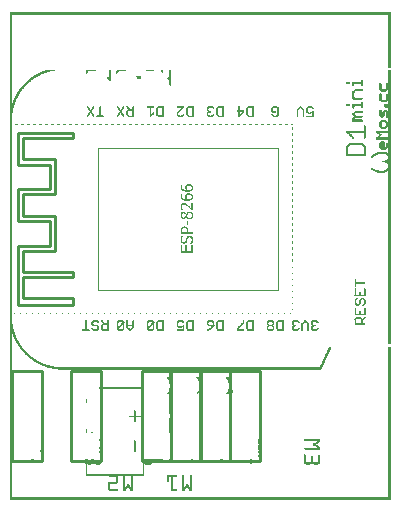
<source format=gto>
G04 MADE WITH FRITZING*
G04 WWW.FRITZING.ORG*
G04 DOUBLE SIDED*
G04 HOLES PLATED*
G04 CONTOUR ON CENTER OF CONTOUR VECTOR*
%ASAXBY*%
%FSLAX23Y23*%
%MOIN*%
%OFA0B0*%
%SFA1.0B1.0*%
%ADD10R,0.602764X0.477764X0.597208X0.472208*%
%ADD11C,0.002778*%
%ADD12C,0.010000*%
%ADD13R,0.001000X0.001000*%
%LNSILK1*%
G90*
G70*
G54D11*
X295Y1175D02*
X895Y1175D01*
X895Y700D01*
X295Y700D01*
X295Y1175D01*
D02*
G54D12*
X737Y430D02*
X637Y430D01*
D02*
X637Y130D02*
X737Y130D01*
D02*
X540Y430D02*
X440Y430D01*
D02*
X440Y430D02*
X440Y130D01*
D02*
X440Y130D02*
X540Y130D01*
D02*
X835Y130D02*
X835Y430D01*
D02*
X835Y430D02*
X735Y430D01*
D02*
X735Y130D02*
X835Y130D01*
D02*
X638Y130D02*
X638Y430D01*
D02*
X638Y430D02*
X538Y430D01*
D02*
X538Y130D02*
X638Y130D01*
D02*
X304Y130D02*
X304Y430D01*
D02*
X304Y430D02*
X204Y430D01*
D02*
X204Y430D02*
X204Y130D01*
D02*
X204Y130D02*
X304Y130D01*
D02*
X107Y130D02*
X107Y430D01*
D02*
X107Y430D02*
X7Y430D01*
D02*
X7Y430D02*
X7Y130D01*
D02*
X7Y130D02*
X107Y130D01*
X212Y1224D02*
X212Y1207D01*
X45Y1207D01*
X45Y1136D01*
X152Y1136D01*
X152Y1020D01*
X45Y1020D01*
X45Y947D01*
X152Y947D01*
X152Y832D01*
X45Y832D01*
X45Y761D01*
X212Y761D01*
X212Y744D01*
X45Y744D01*
X45Y674D01*
X212Y674D01*
X212Y651D01*
X28Y651D01*
X28Y849D01*
X135Y849D01*
X135Y930D01*
X28Y930D01*
X28Y1037D01*
X135Y1037D01*
X135Y1119D01*
X28Y1119D01*
X28Y1224D01*
X212Y1224D01*
D02*
G54D13*
X0Y1626D02*
X1269Y1626D01*
X0Y1625D02*
X1269Y1625D01*
X0Y1624D02*
X1269Y1624D01*
X0Y1623D02*
X1269Y1623D01*
X0Y1622D02*
X1269Y1622D01*
X0Y1621D02*
X1269Y1621D01*
X0Y1620D02*
X1269Y1620D01*
X0Y1619D02*
X1269Y1619D01*
X0Y1618D02*
X7Y1618D01*
X1262Y1618D02*
X1269Y1618D01*
X0Y1617D02*
X7Y1617D01*
X1262Y1617D02*
X1269Y1617D01*
X0Y1616D02*
X7Y1616D01*
X1262Y1616D02*
X1269Y1616D01*
X0Y1615D02*
X7Y1615D01*
X1262Y1615D02*
X1269Y1615D01*
X0Y1614D02*
X7Y1614D01*
X1262Y1614D02*
X1269Y1614D01*
X0Y1613D02*
X7Y1613D01*
X1262Y1613D02*
X1269Y1613D01*
X0Y1612D02*
X7Y1612D01*
X1262Y1612D02*
X1269Y1612D01*
X0Y1611D02*
X7Y1611D01*
X1262Y1611D02*
X1269Y1611D01*
X0Y1610D02*
X7Y1610D01*
X1262Y1610D02*
X1269Y1610D01*
X0Y1609D02*
X7Y1609D01*
X1262Y1609D02*
X1269Y1609D01*
X0Y1608D02*
X7Y1608D01*
X1262Y1608D02*
X1269Y1608D01*
X0Y1607D02*
X7Y1607D01*
X1262Y1607D02*
X1269Y1607D01*
X0Y1606D02*
X7Y1606D01*
X1262Y1606D02*
X1269Y1606D01*
X0Y1605D02*
X7Y1605D01*
X1262Y1605D02*
X1269Y1605D01*
X0Y1604D02*
X7Y1604D01*
X1262Y1604D02*
X1269Y1604D01*
X0Y1603D02*
X7Y1603D01*
X1262Y1603D02*
X1269Y1603D01*
X0Y1602D02*
X7Y1602D01*
X1262Y1602D02*
X1269Y1602D01*
X0Y1601D02*
X7Y1601D01*
X1262Y1601D02*
X1269Y1601D01*
X0Y1600D02*
X7Y1600D01*
X1262Y1600D02*
X1269Y1600D01*
X0Y1599D02*
X7Y1599D01*
X1262Y1599D02*
X1269Y1599D01*
X0Y1598D02*
X7Y1598D01*
X1262Y1598D02*
X1269Y1598D01*
X0Y1597D02*
X7Y1597D01*
X1262Y1597D02*
X1269Y1597D01*
X0Y1596D02*
X7Y1596D01*
X1262Y1596D02*
X1269Y1596D01*
X0Y1595D02*
X7Y1595D01*
X1262Y1595D02*
X1269Y1595D01*
X0Y1594D02*
X7Y1594D01*
X1262Y1594D02*
X1269Y1594D01*
X0Y1593D02*
X7Y1593D01*
X1262Y1593D02*
X1269Y1593D01*
X0Y1592D02*
X7Y1592D01*
X1262Y1592D02*
X1269Y1592D01*
X0Y1591D02*
X7Y1591D01*
X1262Y1591D02*
X1269Y1591D01*
X0Y1590D02*
X7Y1590D01*
X1262Y1590D02*
X1269Y1590D01*
X0Y1589D02*
X7Y1589D01*
X1262Y1589D02*
X1269Y1589D01*
X0Y1588D02*
X7Y1588D01*
X1262Y1588D02*
X1269Y1588D01*
X0Y1587D02*
X7Y1587D01*
X1262Y1587D02*
X1269Y1587D01*
X0Y1586D02*
X7Y1586D01*
X1262Y1586D02*
X1269Y1586D01*
X0Y1585D02*
X7Y1585D01*
X1262Y1585D02*
X1269Y1585D01*
X0Y1584D02*
X7Y1584D01*
X1262Y1584D02*
X1269Y1584D01*
X0Y1583D02*
X7Y1583D01*
X1262Y1583D02*
X1269Y1583D01*
X0Y1582D02*
X7Y1582D01*
X1262Y1582D02*
X1269Y1582D01*
X0Y1581D02*
X7Y1581D01*
X1262Y1581D02*
X1269Y1581D01*
X0Y1580D02*
X7Y1580D01*
X1262Y1580D02*
X1269Y1580D01*
X0Y1579D02*
X7Y1579D01*
X1262Y1579D02*
X1269Y1579D01*
X0Y1578D02*
X7Y1578D01*
X1262Y1578D02*
X1269Y1578D01*
X0Y1577D02*
X7Y1577D01*
X1262Y1577D02*
X1269Y1577D01*
X0Y1576D02*
X7Y1576D01*
X1262Y1576D02*
X1269Y1576D01*
X0Y1575D02*
X7Y1575D01*
X1262Y1575D02*
X1269Y1575D01*
X0Y1574D02*
X7Y1574D01*
X1262Y1574D02*
X1269Y1574D01*
X0Y1573D02*
X7Y1573D01*
X1262Y1573D02*
X1269Y1573D01*
X0Y1572D02*
X7Y1572D01*
X1262Y1572D02*
X1269Y1572D01*
X0Y1571D02*
X7Y1571D01*
X1262Y1571D02*
X1269Y1571D01*
X0Y1570D02*
X7Y1570D01*
X1262Y1570D02*
X1269Y1570D01*
X0Y1569D02*
X7Y1569D01*
X1262Y1569D02*
X1269Y1569D01*
X0Y1568D02*
X7Y1568D01*
X1262Y1568D02*
X1269Y1568D01*
X0Y1567D02*
X7Y1567D01*
X1262Y1567D02*
X1269Y1567D01*
X0Y1566D02*
X7Y1566D01*
X1262Y1566D02*
X1269Y1566D01*
X0Y1565D02*
X7Y1565D01*
X1262Y1565D02*
X1269Y1565D01*
X0Y1564D02*
X7Y1564D01*
X1262Y1564D02*
X1269Y1564D01*
X0Y1563D02*
X7Y1563D01*
X1262Y1563D02*
X1269Y1563D01*
X0Y1562D02*
X7Y1562D01*
X1262Y1562D02*
X1269Y1562D01*
X0Y1561D02*
X7Y1561D01*
X1262Y1561D02*
X1269Y1561D01*
X0Y1560D02*
X7Y1560D01*
X1262Y1560D02*
X1269Y1560D01*
X0Y1559D02*
X7Y1559D01*
X1262Y1559D02*
X1269Y1559D01*
X0Y1558D02*
X7Y1558D01*
X1262Y1558D02*
X1269Y1558D01*
X0Y1557D02*
X7Y1557D01*
X1262Y1557D02*
X1269Y1557D01*
X0Y1556D02*
X7Y1556D01*
X1262Y1556D02*
X1269Y1556D01*
X0Y1555D02*
X7Y1555D01*
X1262Y1555D02*
X1269Y1555D01*
X0Y1554D02*
X7Y1554D01*
X1262Y1554D02*
X1269Y1554D01*
X0Y1553D02*
X7Y1553D01*
X1262Y1553D02*
X1269Y1553D01*
X0Y1552D02*
X7Y1552D01*
X1262Y1552D02*
X1269Y1552D01*
X0Y1551D02*
X7Y1551D01*
X1262Y1551D02*
X1269Y1551D01*
X0Y1550D02*
X7Y1550D01*
X1262Y1550D02*
X1269Y1550D01*
X0Y1549D02*
X7Y1549D01*
X1262Y1549D02*
X1269Y1549D01*
X0Y1548D02*
X7Y1548D01*
X1262Y1548D02*
X1269Y1548D01*
X0Y1547D02*
X7Y1547D01*
X1262Y1547D02*
X1269Y1547D01*
X0Y1546D02*
X7Y1546D01*
X1262Y1546D02*
X1269Y1546D01*
X0Y1545D02*
X7Y1545D01*
X1262Y1545D02*
X1269Y1545D01*
X0Y1544D02*
X7Y1544D01*
X1262Y1544D02*
X1269Y1544D01*
X0Y1543D02*
X7Y1543D01*
X1262Y1543D02*
X1269Y1543D01*
X0Y1542D02*
X7Y1542D01*
X1262Y1542D02*
X1269Y1542D01*
X0Y1541D02*
X7Y1541D01*
X1262Y1541D02*
X1269Y1541D01*
X0Y1540D02*
X7Y1540D01*
X1262Y1540D02*
X1269Y1540D01*
X0Y1539D02*
X7Y1539D01*
X1262Y1539D02*
X1269Y1539D01*
X0Y1538D02*
X7Y1538D01*
X1262Y1538D02*
X1269Y1538D01*
X0Y1537D02*
X7Y1537D01*
X1262Y1537D02*
X1269Y1537D01*
X0Y1536D02*
X7Y1536D01*
X1262Y1536D02*
X1269Y1536D01*
X0Y1535D02*
X7Y1535D01*
X1262Y1535D02*
X1269Y1535D01*
X0Y1534D02*
X7Y1534D01*
X1262Y1534D02*
X1269Y1534D01*
X0Y1533D02*
X7Y1533D01*
X1262Y1533D02*
X1269Y1533D01*
X0Y1532D02*
X7Y1532D01*
X1262Y1532D02*
X1269Y1532D01*
X0Y1531D02*
X7Y1531D01*
X1262Y1531D02*
X1269Y1531D01*
X0Y1530D02*
X7Y1530D01*
X1262Y1530D02*
X1269Y1530D01*
X0Y1529D02*
X7Y1529D01*
X1262Y1529D02*
X1269Y1529D01*
X0Y1528D02*
X7Y1528D01*
X1262Y1528D02*
X1269Y1528D01*
X0Y1527D02*
X7Y1527D01*
X1262Y1527D02*
X1269Y1527D01*
X0Y1526D02*
X7Y1526D01*
X1262Y1526D02*
X1269Y1526D01*
X0Y1525D02*
X7Y1525D01*
X1262Y1525D02*
X1269Y1525D01*
X0Y1524D02*
X7Y1524D01*
X1262Y1524D02*
X1269Y1524D01*
X0Y1523D02*
X7Y1523D01*
X1262Y1523D02*
X1269Y1523D01*
X0Y1522D02*
X7Y1522D01*
X1262Y1522D02*
X1269Y1522D01*
X0Y1521D02*
X7Y1521D01*
X1262Y1521D02*
X1269Y1521D01*
X0Y1520D02*
X7Y1520D01*
X1262Y1520D02*
X1269Y1520D01*
X0Y1519D02*
X7Y1519D01*
X1262Y1519D02*
X1269Y1519D01*
X0Y1518D02*
X7Y1518D01*
X1262Y1518D02*
X1269Y1518D01*
X0Y1517D02*
X7Y1517D01*
X1262Y1517D02*
X1269Y1517D01*
X0Y1516D02*
X7Y1516D01*
X1262Y1516D02*
X1269Y1516D01*
X0Y1515D02*
X7Y1515D01*
X1262Y1515D02*
X1269Y1515D01*
X0Y1514D02*
X7Y1514D01*
X1262Y1514D02*
X1269Y1514D01*
X0Y1513D02*
X7Y1513D01*
X1262Y1513D02*
X1269Y1513D01*
X0Y1512D02*
X7Y1512D01*
X1262Y1512D02*
X1269Y1512D01*
X0Y1511D02*
X7Y1511D01*
X1262Y1511D02*
X1269Y1511D01*
X0Y1510D02*
X7Y1510D01*
X1262Y1510D02*
X1269Y1510D01*
X0Y1509D02*
X7Y1509D01*
X1262Y1509D02*
X1269Y1509D01*
X0Y1508D02*
X7Y1508D01*
X1262Y1508D02*
X1269Y1508D01*
X0Y1507D02*
X7Y1507D01*
X1262Y1507D02*
X1269Y1507D01*
X0Y1506D02*
X7Y1506D01*
X1262Y1506D02*
X1269Y1506D01*
X0Y1505D02*
X7Y1505D01*
X1262Y1505D02*
X1269Y1505D01*
X0Y1504D02*
X7Y1504D01*
X1262Y1504D02*
X1269Y1504D01*
X0Y1503D02*
X7Y1503D01*
X1262Y1503D02*
X1269Y1503D01*
X0Y1502D02*
X7Y1502D01*
X1262Y1502D02*
X1269Y1502D01*
X0Y1501D02*
X7Y1501D01*
X1262Y1501D02*
X1269Y1501D01*
X0Y1500D02*
X7Y1500D01*
X1262Y1500D02*
X1269Y1500D01*
X0Y1499D02*
X7Y1499D01*
X1262Y1499D02*
X1269Y1499D01*
X0Y1498D02*
X7Y1498D01*
X1262Y1498D02*
X1269Y1498D01*
X0Y1497D02*
X7Y1497D01*
X1262Y1497D02*
X1269Y1497D01*
X0Y1496D02*
X7Y1496D01*
X1262Y1496D02*
X1269Y1496D01*
X0Y1495D02*
X7Y1495D01*
X1262Y1495D02*
X1269Y1495D01*
X0Y1494D02*
X7Y1494D01*
X1262Y1494D02*
X1269Y1494D01*
X0Y1493D02*
X7Y1493D01*
X1262Y1493D02*
X1269Y1493D01*
X0Y1492D02*
X7Y1492D01*
X1262Y1492D02*
X1269Y1492D01*
X0Y1491D02*
X7Y1491D01*
X1262Y1491D02*
X1269Y1491D01*
X0Y1490D02*
X7Y1490D01*
X1262Y1490D02*
X1269Y1490D01*
X0Y1489D02*
X7Y1489D01*
X1262Y1489D02*
X1269Y1489D01*
X0Y1488D02*
X7Y1488D01*
X1262Y1488D02*
X1269Y1488D01*
X0Y1487D02*
X7Y1487D01*
X1262Y1487D02*
X1269Y1487D01*
X0Y1486D02*
X7Y1486D01*
X1262Y1486D02*
X1269Y1486D01*
X0Y1485D02*
X7Y1485D01*
X1262Y1485D02*
X1269Y1485D01*
X0Y1484D02*
X7Y1484D01*
X1262Y1484D02*
X1269Y1484D01*
X0Y1483D02*
X7Y1483D01*
X1262Y1483D02*
X1269Y1483D01*
X0Y1482D02*
X7Y1482D01*
X1262Y1482D02*
X1269Y1482D01*
X0Y1481D02*
X7Y1481D01*
X1262Y1481D02*
X1269Y1481D01*
X0Y1480D02*
X7Y1480D01*
X1262Y1480D02*
X1269Y1480D01*
X0Y1479D02*
X7Y1479D01*
X1262Y1479D02*
X1269Y1479D01*
X0Y1478D02*
X7Y1478D01*
X1262Y1478D02*
X1269Y1478D01*
X0Y1477D02*
X7Y1477D01*
X1262Y1477D02*
X1269Y1477D01*
X0Y1476D02*
X7Y1476D01*
X1262Y1476D02*
X1269Y1476D01*
X0Y1475D02*
X7Y1475D01*
X1262Y1475D02*
X1269Y1475D01*
X0Y1474D02*
X7Y1474D01*
X1262Y1474D02*
X1269Y1474D01*
X0Y1473D02*
X7Y1473D01*
X1262Y1473D02*
X1269Y1473D01*
X0Y1472D02*
X7Y1472D01*
X1262Y1472D02*
X1269Y1472D01*
X0Y1471D02*
X7Y1471D01*
X1262Y1471D02*
X1269Y1471D01*
X0Y1470D02*
X7Y1470D01*
X1262Y1470D02*
X1269Y1470D01*
X0Y1469D02*
X7Y1469D01*
X1262Y1469D02*
X1269Y1469D01*
X0Y1468D02*
X7Y1468D01*
X1262Y1468D02*
X1269Y1468D01*
X0Y1467D02*
X7Y1467D01*
X1262Y1467D02*
X1269Y1467D01*
X0Y1466D02*
X7Y1466D01*
X1262Y1466D02*
X1269Y1466D01*
X0Y1465D02*
X7Y1465D01*
X1262Y1465D02*
X1269Y1465D01*
X0Y1464D02*
X7Y1464D01*
X1262Y1464D02*
X1269Y1464D01*
X0Y1463D02*
X7Y1463D01*
X1262Y1463D02*
X1269Y1463D01*
X0Y1462D02*
X7Y1462D01*
X1262Y1462D02*
X1269Y1462D01*
X0Y1461D02*
X7Y1461D01*
X1262Y1461D02*
X1269Y1461D01*
X0Y1460D02*
X7Y1460D01*
X1262Y1460D02*
X1269Y1460D01*
X0Y1459D02*
X7Y1459D01*
X1262Y1459D02*
X1269Y1459D01*
X0Y1458D02*
X7Y1458D01*
X1262Y1458D02*
X1269Y1458D01*
X0Y1457D02*
X7Y1457D01*
X1262Y1457D02*
X1269Y1457D01*
X0Y1456D02*
X7Y1456D01*
X1262Y1456D02*
X1269Y1456D01*
X0Y1455D02*
X7Y1455D01*
X1262Y1455D02*
X1269Y1455D01*
X0Y1454D02*
X7Y1454D01*
X1262Y1454D02*
X1269Y1454D01*
X0Y1453D02*
X7Y1453D01*
X1262Y1453D02*
X1269Y1453D01*
X0Y1452D02*
X7Y1452D01*
X1262Y1452D02*
X1269Y1452D01*
X0Y1451D02*
X7Y1451D01*
X1262Y1451D02*
X1269Y1451D01*
X0Y1450D02*
X7Y1450D01*
X1262Y1450D02*
X1269Y1450D01*
X0Y1449D02*
X7Y1449D01*
X1262Y1449D02*
X1269Y1449D01*
X0Y1448D02*
X7Y1448D01*
X1262Y1448D02*
X1269Y1448D01*
X0Y1447D02*
X7Y1447D01*
X1262Y1447D02*
X1269Y1447D01*
X0Y1446D02*
X7Y1446D01*
X1262Y1446D02*
X1269Y1446D01*
X0Y1445D02*
X7Y1445D01*
X1262Y1445D02*
X1269Y1445D01*
X0Y1444D02*
X7Y1444D01*
X1262Y1444D02*
X1269Y1444D01*
X0Y1443D02*
X7Y1443D01*
X1262Y1443D02*
X1269Y1443D01*
X0Y1442D02*
X7Y1442D01*
X0Y1441D02*
X7Y1441D01*
X0Y1440D02*
X7Y1440D01*
X0Y1439D02*
X7Y1439D01*
X0Y1438D02*
X7Y1438D01*
X0Y1437D02*
X7Y1437D01*
X0Y1436D02*
X7Y1436D01*
X0Y1435D02*
X7Y1435D01*
X0Y1434D02*
X7Y1434D01*
X122Y1434D02*
X160Y1434D01*
X255Y1434D02*
X288Y1434D01*
X332Y1434D02*
X338Y1434D01*
X359Y1434D02*
X385Y1434D01*
X455Y1434D02*
X478Y1434D01*
X505Y1434D02*
X510Y1434D01*
X532Y1434D02*
X538Y1434D01*
X1262Y1434D02*
X1269Y1434D01*
X0Y1433D02*
X7Y1433D01*
X119Y1433D02*
X152Y1433D01*
X255Y1433D02*
X288Y1433D01*
X332Y1433D02*
X338Y1433D01*
X358Y1433D02*
X386Y1433D01*
X455Y1433D02*
X480Y1433D01*
X505Y1433D02*
X510Y1433D01*
X532Y1433D02*
X538Y1433D01*
X1262Y1433D02*
X1269Y1433D01*
X0Y1432D02*
X7Y1432D01*
X116Y1432D02*
X146Y1432D01*
X254Y1432D02*
X277Y1432D01*
X332Y1432D02*
X338Y1432D01*
X357Y1432D02*
X377Y1432D01*
X455Y1432D02*
X477Y1432D01*
X505Y1432D02*
X511Y1432D01*
X532Y1432D02*
X538Y1432D01*
X1262Y1432D02*
X1269Y1432D01*
X0Y1431D02*
X7Y1431D01*
X113Y1431D02*
X141Y1431D01*
X254Y1431D02*
X273Y1431D01*
X332Y1431D02*
X338Y1431D01*
X356Y1431D02*
X373Y1431D01*
X455Y1431D02*
X473Y1431D01*
X505Y1431D02*
X511Y1431D01*
X532Y1431D02*
X538Y1431D01*
X1262Y1431D02*
X1269Y1431D01*
X0Y1430D02*
X7Y1430D01*
X111Y1430D02*
X136Y1430D01*
X254Y1430D02*
X270Y1430D01*
X332Y1430D02*
X338Y1430D01*
X355Y1430D02*
X370Y1430D01*
X456Y1430D02*
X470Y1430D01*
X505Y1430D02*
X511Y1430D01*
X532Y1430D02*
X538Y1430D01*
X1262Y1430D02*
X1269Y1430D01*
X0Y1429D02*
X7Y1429D01*
X108Y1429D02*
X133Y1429D01*
X254Y1429D02*
X261Y1429D01*
X332Y1429D02*
X338Y1429D01*
X355Y1429D02*
X363Y1429D01*
X505Y1429D02*
X511Y1429D01*
X532Y1429D02*
X538Y1429D01*
X1262Y1429D02*
X1269Y1429D01*
X0Y1428D02*
X7Y1428D01*
X106Y1428D02*
X129Y1428D01*
X254Y1428D02*
X261Y1428D01*
X332Y1428D02*
X338Y1428D01*
X355Y1428D02*
X362Y1428D01*
X506Y1428D02*
X511Y1428D01*
X532Y1428D02*
X538Y1428D01*
X1262Y1428D02*
X1269Y1428D01*
X0Y1427D02*
X7Y1427D01*
X104Y1427D02*
X126Y1427D01*
X254Y1427D02*
X261Y1427D01*
X332Y1427D02*
X338Y1427D01*
X355Y1427D02*
X361Y1427D01*
X507Y1427D02*
X511Y1427D01*
X532Y1427D02*
X538Y1427D01*
X1262Y1427D02*
X1269Y1427D01*
X0Y1426D02*
X7Y1426D01*
X102Y1426D02*
X123Y1426D01*
X254Y1426D02*
X261Y1426D01*
X332Y1426D02*
X338Y1426D01*
X355Y1426D02*
X361Y1426D01*
X509Y1426D02*
X511Y1426D01*
X532Y1426D02*
X538Y1426D01*
X1262Y1426D02*
X1269Y1426D01*
X0Y1425D02*
X7Y1425D01*
X100Y1425D02*
X120Y1425D01*
X254Y1425D02*
X260Y1425D01*
X332Y1425D02*
X338Y1425D01*
X355Y1425D02*
X360Y1425D01*
X511Y1425D02*
X511Y1425D01*
X532Y1425D02*
X538Y1425D01*
X1262Y1425D02*
X1269Y1425D01*
X0Y1424D02*
X7Y1424D01*
X98Y1424D02*
X117Y1424D01*
X254Y1424D02*
X259Y1424D01*
X332Y1424D02*
X338Y1424D01*
X355Y1424D02*
X359Y1424D01*
X532Y1424D02*
X538Y1424D01*
X1262Y1424D02*
X1269Y1424D01*
X0Y1423D02*
X7Y1423D01*
X96Y1423D02*
X114Y1423D01*
X254Y1423D02*
X257Y1423D01*
X332Y1423D02*
X338Y1423D01*
X355Y1423D02*
X357Y1423D01*
X532Y1423D02*
X538Y1423D01*
X1262Y1423D02*
X1269Y1423D01*
X0Y1422D02*
X7Y1422D01*
X94Y1422D02*
X112Y1422D01*
X254Y1422D02*
X256Y1422D01*
X332Y1422D02*
X338Y1422D01*
X355Y1422D02*
X356Y1422D01*
X532Y1422D02*
X538Y1422D01*
X1262Y1422D02*
X1269Y1422D01*
X0Y1421D02*
X7Y1421D01*
X92Y1421D02*
X109Y1421D01*
X254Y1421D02*
X255Y1421D01*
X332Y1421D02*
X338Y1421D01*
X532Y1421D02*
X538Y1421D01*
X1262Y1421D02*
X1269Y1421D01*
X0Y1420D02*
X7Y1420D01*
X90Y1420D02*
X107Y1420D01*
X254Y1420D02*
X254Y1420D01*
X332Y1420D02*
X338Y1420D01*
X532Y1420D02*
X538Y1420D01*
X1262Y1420D02*
X1269Y1420D01*
X0Y1419D02*
X7Y1419D01*
X88Y1419D02*
X105Y1419D01*
X332Y1419D02*
X338Y1419D01*
X532Y1419D02*
X538Y1419D01*
X1262Y1419D02*
X1269Y1419D01*
X0Y1418D02*
X7Y1418D01*
X87Y1418D02*
X103Y1418D01*
X332Y1418D02*
X338Y1418D01*
X532Y1418D02*
X538Y1418D01*
X1262Y1418D02*
X1269Y1418D01*
X0Y1417D02*
X7Y1417D01*
X85Y1417D02*
X101Y1417D01*
X332Y1417D02*
X338Y1417D01*
X532Y1417D02*
X538Y1417D01*
X1262Y1417D02*
X1269Y1417D01*
X0Y1416D02*
X7Y1416D01*
X83Y1416D02*
X99Y1416D01*
X332Y1416D02*
X338Y1416D01*
X532Y1416D02*
X538Y1416D01*
X1262Y1416D02*
X1269Y1416D01*
X0Y1415D02*
X7Y1415D01*
X82Y1415D02*
X97Y1415D01*
X332Y1415D02*
X338Y1415D01*
X421Y1415D02*
X437Y1415D01*
X532Y1415D02*
X538Y1415D01*
X1262Y1415D02*
X1269Y1415D01*
X0Y1414D02*
X7Y1414D01*
X80Y1414D02*
X95Y1414D01*
X332Y1414D02*
X338Y1414D01*
X422Y1414D02*
X438Y1414D01*
X532Y1414D02*
X538Y1414D01*
X1262Y1414D02*
X1269Y1414D01*
X0Y1413D02*
X7Y1413D01*
X79Y1413D02*
X93Y1413D01*
X331Y1413D02*
X338Y1413D01*
X422Y1413D02*
X438Y1413D01*
X532Y1413D02*
X538Y1413D01*
X1262Y1413D02*
X1269Y1413D01*
X0Y1412D02*
X7Y1412D01*
X77Y1412D02*
X92Y1412D01*
X330Y1412D02*
X338Y1412D01*
X423Y1412D02*
X438Y1412D01*
X532Y1412D02*
X538Y1412D01*
X1262Y1412D02*
X1269Y1412D01*
X0Y1411D02*
X7Y1411D01*
X76Y1411D02*
X90Y1411D01*
X329Y1411D02*
X338Y1411D01*
X424Y1411D02*
X438Y1411D01*
X532Y1411D02*
X538Y1411D01*
X1262Y1411D02*
X1269Y1411D01*
X0Y1410D02*
X7Y1410D01*
X74Y1410D02*
X88Y1410D01*
X328Y1410D02*
X338Y1410D01*
X424Y1410D02*
X438Y1410D01*
X530Y1410D02*
X538Y1410D01*
X1262Y1410D02*
X1269Y1410D01*
X0Y1409D02*
X7Y1409D01*
X73Y1409D02*
X87Y1409D01*
X326Y1409D02*
X338Y1409D01*
X425Y1409D02*
X438Y1409D01*
X529Y1409D02*
X538Y1409D01*
X1262Y1409D02*
X1269Y1409D01*
X0Y1408D02*
X7Y1408D01*
X71Y1408D02*
X85Y1408D01*
X325Y1408D02*
X338Y1408D01*
X425Y1408D02*
X438Y1408D01*
X527Y1408D02*
X538Y1408D01*
X1262Y1408D02*
X1269Y1408D01*
X0Y1407D02*
X7Y1407D01*
X70Y1407D02*
X84Y1407D01*
X326Y1407D02*
X338Y1407D01*
X426Y1407D02*
X437Y1407D01*
X526Y1407D02*
X538Y1407D01*
X1262Y1407D02*
X1269Y1407D01*
X0Y1406D02*
X7Y1406D01*
X69Y1406D02*
X82Y1406D01*
X326Y1406D02*
X338Y1406D01*
X426Y1406D02*
X436Y1406D01*
X526Y1406D02*
X538Y1406D01*
X1262Y1406D02*
X1269Y1406D01*
X0Y1405D02*
X7Y1405D01*
X68Y1405D02*
X81Y1405D01*
X327Y1405D02*
X338Y1405D01*
X527Y1405D02*
X538Y1405D01*
X1262Y1405D02*
X1269Y1405D01*
X0Y1404D02*
X7Y1404D01*
X66Y1404D02*
X79Y1404D01*
X327Y1404D02*
X330Y1404D01*
X332Y1404D02*
X338Y1404D01*
X527Y1404D02*
X538Y1404D01*
X1262Y1404D02*
X1269Y1404D01*
X0Y1403D02*
X7Y1403D01*
X65Y1403D02*
X78Y1403D01*
X327Y1403D02*
X329Y1403D01*
X332Y1403D02*
X338Y1403D01*
X527Y1403D02*
X538Y1403D01*
X1262Y1403D02*
X1269Y1403D01*
X0Y1402D02*
X7Y1402D01*
X64Y1402D02*
X76Y1402D01*
X328Y1402D02*
X328Y1402D01*
X332Y1402D02*
X338Y1402D01*
X528Y1402D02*
X530Y1402D01*
X532Y1402D02*
X538Y1402D01*
X1262Y1402D02*
X1269Y1402D01*
X0Y1401D02*
X7Y1401D01*
X63Y1401D02*
X75Y1401D01*
X332Y1401D02*
X338Y1401D01*
X528Y1401D02*
X528Y1401D01*
X532Y1401D02*
X538Y1401D01*
X1262Y1401D02*
X1269Y1401D01*
X0Y1400D02*
X7Y1400D01*
X61Y1400D02*
X74Y1400D01*
X332Y1400D02*
X338Y1400D01*
X532Y1400D02*
X538Y1400D01*
X1174Y1400D02*
X1175Y1400D01*
X1262Y1400D02*
X1269Y1400D01*
X0Y1399D02*
X7Y1399D01*
X60Y1399D02*
X72Y1399D01*
X332Y1399D02*
X338Y1399D01*
X532Y1399D02*
X538Y1399D01*
X1172Y1399D02*
X1176Y1399D01*
X1262Y1399D02*
X1269Y1399D01*
X0Y1398D02*
X7Y1398D01*
X59Y1398D02*
X71Y1398D01*
X333Y1398D02*
X337Y1398D01*
X532Y1398D02*
X538Y1398D01*
X1172Y1398D02*
X1177Y1398D01*
X1262Y1398D02*
X1269Y1398D01*
X0Y1397D02*
X7Y1397D01*
X58Y1397D02*
X70Y1397D01*
X532Y1397D02*
X538Y1397D01*
X1171Y1397D02*
X1177Y1397D01*
X1262Y1397D02*
X1269Y1397D01*
X0Y1396D02*
X7Y1396D01*
X57Y1396D02*
X69Y1396D01*
X532Y1396D02*
X538Y1396D01*
X1171Y1396D02*
X1177Y1396D01*
X1262Y1396D02*
X1269Y1396D01*
X0Y1395D02*
X7Y1395D01*
X56Y1395D02*
X67Y1395D01*
X532Y1395D02*
X538Y1395D01*
X1171Y1395D02*
X1177Y1395D01*
X1262Y1395D02*
X1269Y1395D01*
X0Y1394D02*
X7Y1394D01*
X55Y1394D02*
X66Y1394D01*
X532Y1394D02*
X538Y1394D01*
X1145Y1394D02*
X1147Y1394D01*
X1171Y1394D02*
X1177Y1394D01*
X1262Y1394D02*
X1269Y1394D01*
X0Y1393D02*
X7Y1393D01*
X54Y1393D02*
X65Y1393D01*
X532Y1393D02*
X538Y1393D01*
X1122Y1393D02*
X1134Y1393D01*
X1143Y1393D02*
X1177Y1393D01*
X1262Y1393D02*
X1269Y1393D01*
X0Y1392D02*
X7Y1392D01*
X53Y1392D02*
X64Y1392D01*
X532Y1392D02*
X538Y1392D01*
X1122Y1392D02*
X1134Y1392D01*
X1143Y1392D02*
X1177Y1392D01*
X1262Y1392D02*
X1269Y1392D01*
X0Y1391D02*
X7Y1391D01*
X52Y1391D02*
X63Y1391D01*
X532Y1391D02*
X538Y1391D01*
X1121Y1391D02*
X1135Y1391D01*
X1142Y1391D02*
X1177Y1391D01*
X1235Y1391D02*
X1236Y1391D01*
X1257Y1391D02*
X1258Y1391D01*
X1262Y1391D02*
X1269Y1391D01*
X0Y1390D02*
X7Y1390D01*
X51Y1390D02*
X62Y1390D01*
X532Y1390D02*
X538Y1390D01*
X1121Y1390D02*
X1135Y1390D01*
X1142Y1390D02*
X1177Y1390D01*
X1234Y1390D02*
X1238Y1390D01*
X1256Y1390D02*
X1260Y1390D01*
X1262Y1390D02*
X1269Y1390D01*
X0Y1389D02*
X7Y1389D01*
X50Y1389D02*
X61Y1389D01*
X532Y1389D02*
X538Y1389D01*
X1122Y1389D02*
X1134Y1389D01*
X1142Y1389D02*
X1177Y1389D01*
X1233Y1389D02*
X1238Y1389D01*
X1255Y1389D02*
X1260Y1389D01*
X1262Y1389D02*
X1269Y1389D01*
X0Y1388D02*
X7Y1388D01*
X49Y1388D02*
X60Y1388D01*
X532Y1388D02*
X538Y1388D01*
X1122Y1388D02*
X1134Y1388D01*
X1142Y1388D02*
X1177Y1388D01*
X1233Y1388D02*
X1239Y1388D01*
X1255Y1388D02*
X1269Y1388D01*
X0Y1387D02*
X7Y1387D01*
X48Y1387D02*
X59Y1387D01*
X532Y1387D02*
X538Y1387D01*
X1142Y1387D02*
X1149Y1387D01*
X1171Y1387D02*
X1177Y1387D01*
X1233Y1387D02*
X1239Y1387D01*
X1255Y1387D02*
X1269Y1387D01*
X0Y1386D02*
X7Y1386D01*
X47Y1386D02*
X57Y1386D01*
X532Y1386D02*
X538Y1386D01*
X1142Y1386D02*
X1148Y1386D01*
X1171Y1386D02*
X1177Y1386D01*
X1233Y1386D02*
X1239Y1386D01*
X1255Y1386D02*
X1269Y1386D01*
X0Y1385D02*
X7Y1385D01*
X46Y1385D02*
X56Y1385D01*
X532Y1385D02*
X538Y1385D01*
X1142Y1385D02*
X1148Y1385D01*
X1171Y1385D02*
X1177Y1385D01*
X1233Y1385D02*
X1239Y1385D01*
X1255Y1385D02*
X1269Y1385D01*
X0Y1384D02*
X7Y1384D01*
X45Y1384D02*
X55Y1384D01*
X533Y1384D02*
X538Y1384D01*
X1142Y1384D02*
X1148Y1384D01*
X1171Y1384D02*
X1177Y1384D01*
X1233Y1384D02*
X1239Y1384D01*
X1255Y1384D02*
X1269Y1384D01*
X0Y1383D02*
X7Y1383D01*
X44Y1383D02*
X55Y1383D01*
X534Y1383D02*
X537Y1383D01*
X1142Y1383D02*
X1148Y1383D01*
X1171Y1383D02*
X1177Y1383D01*
X1233Y1383D02*
X1239Y1383D01*
X1255Y1383D02*
X1269Y1383D01*
X0Y1382D02*
X7Y1382D01*
X43Y1382D02*
X54Y1382D01*
X1143Y1382D02*
X1148Y1382D01*
X1171Y1382D02*
X1177Y1382D01*
X1233Y1382D02*
X1239Y1382D01*
X1255Y1382D02*
X1269Y1382D01*
X0Y1381D02*
X7Y1381D01*
X42Y1381D02*
X53Y1381D01*
X1143Y1381D02*
X1148Y1381D01*
X1172Y1381D02*
X1176Y1381D01*
X1233Y1381D02*
X1239Y1381D01*
X1255Y1381D02*
X1269Y1381D01*
X0Y1380D02*
X7Y1380D01*
X42Y1380D02*
X52Y1380D01*
X1144Y1380D02*
X1147Y1380D01*
X1173Y1380D02*
X1175Y1380D01*
X1233Y1380D02*
X1239Y1380D01*
X1255Y1380D02*
X1269Y1380D01*
X0Y1379D02*
X7Y1379D01*
X41Y1379D02*
X51Y1379D01*
X1233Y1379D02*
X1239Y1379D01*
X1255Y1379D02*
X1269Y1379D01*
X0Y1378D02*
X7Y1378D01*
X40Y1378D02*
X50Y1378D01*
X1233Y1378D02*
X1239Y1378D01*
X1255Y1378D02*
X1269Y1378D01*
X0Y1377D02*
X7Y1377D01*
X39Y1377D02*
X49Y1377D01*
X1233Y1377D02*
X1239Y1377D01*
X1255Y1377D02*
X1269Y1377D01*
X0Y1376D02*
X7Y1376D01*
X38Y1376D02*
X48Y1376D01*
X1233Y1376D02*
X1239Y1376D01*
X1255Y1376D02*
X1269Y1376D01*
X0Y1375D02*
X7Y1375D01*
X38Y1375D02*
X47Y1375D01*
X1233Y1375D02*
X1239Y1375D01*
X1255Y1375D02*
X1269Y1375D01*
X0Y1374D02*
X7Y1374D01*
X37Y1374D02*
X46Y1374D01*
X1233Y1374D02*
X1239Y1374D01*
X1255Y1374D02*
X1269Y1374D01*
X0Y1373D02*
X7Y1373D01*
X36Y1373D02*
X46Y1373D01*
X1233Y1373D02*
X1239Y1373D01*
X1255Y1373D02*
X1269Y1373D01*
X0Y1372D02*
X7Y1372D01*
X35Y1372D02*
X45Y1372D01*
X1233Y1372D02*
X1239Y1372D01*
X1255Y1372D02*
X1269Y1372D01*
X0Y1371D02*
X7Y1371D01*
X34Y1371D02*
X44Y1371D01*
X1151Y1371D02*
X1175Y1371D01*
X1233Y1371D02*
X1240Y1371D01*
X1254Y1371D02*
X1269Y1371D01*
X0Y1370D02*
X7Y1370D01*
X34Y1370D02*
X43Y1370D01*
X1150Y1370D02*
X1176Y1370D01*
X1233Y1370D02*
X1241Y1370D01*
X1252Y1370D02*
X1269Y1370D01*
X0Y1369D02*
X7Y1369D01*
X33Y1369D02*
X42Y1369D01*
X1150Y1369D02*
X1177Y1369D01*
X1233Y1369D02*
X1269Y1369D01*
X0Y1368D02*
X7Y1368D01*
X32Y1368D02*
X42Y1368D01*
X1149Y1368D02*
X1177Y1368D01*
X1233Y1368D02*
X1260Y1368D01*
X1262Y1368D02*
X1269Y1368D01*
X0Y1367D02*
X7Y1367D01*
X32Y1367D02*
X41Y1367D01*
X1148Y1367D02*
X1177Y1367D01*
X1235Y1367D02*
X1259Y1367D01*
X1262Y1367D02*
X1269Y1367D01*
X0Y1366D02*
X7Y1366D01*
X31Y1366D02*
X40Y1366D01*
X1147Y1366D02*
X1176Y1366D01*
X1236Y1366D02*
X1257Y1366D01*
X1262Y1366D02*
X1269Y1366D01*
X0Y1365D02*
X7Y1365D01*
X30Y1365D02*
X39Y1365D01*
X1146Y1365D02*
X1175Y1365D01*
X1237Y1365D02*
X1256Y1365D01*
X1262Y1365D02*
X1269Y1365D01*
X0Y1364D02*
X7Y1364D01*
X30Y1364D02*
X39Y1364D01*
X1144Y1364D02*
X1153Y1364D01*
X1238Y1364D02*
X1255Y1364D01*
X1262Y1364D02*
X1269Y1364D01*
X0Y1363D02*
X7Y1363D01*
X29Y1363D02*
X38Y1363D01*
X1143Y1363D02*
X1152Y1363D01*
X1238Y1363D02*
X1254Y1363D01*
X1262Y1363D02*
X1269Y1363D01*
X0Y1362D02*
X7Y1362D01*
X28Y1362D02*
X37Y1362D01*
X1143Y1362D02*
X1151Y1362D01*
X1240Y1362D02*
X1241Y1362D01*
X1252Y1362D02*
X1252Y1362D01*
X1262Y1362D02*
X1269Y1362D01*
X0Y1361D02*
X7Y1361D01*
X28Y1361D02*
X37Y1361D01*
X1142Y1361D02*
X1150Y1361D01*
X1262Y1361D02*
X1269Y1361D01*
X0Y1360D02*
X7Y1360D01*
X27Y1360D02*
X36Y1360D01*
X1142Y1360D02*
X1149Y1360D01*
X1262Y1360D02*
X1269Y1360D01*
X0Y1359D02*
X7Y1359D01*
X26Y1359D02*
X35Y1359D01*
X1142Y1359D02*
X1149Y1359D01*
X1262Y1359D02*
X1269Y1359D01*
X0Y1358D02*
X7Y1358D01*
X26Y1358D02*
X35Y1358D01*
X1142Y1358D02*
X1148Y1358D01*
X1262Y1358D02*
X1269Y1358D01*
X0Y1357D02*
X7Y1357D01*
X25Y1357D02*
X34Y1357D01*
X1142Y1357D02*
X1148Y1357D01*
X1262Y1357D02*
X1269Y1357D01*
X0Y1356D02*
X7Y1356D01*
X25Y1356D02*
X33Y1356D01*
X1142Y1356D02*
X1148Y1356D01*
X1235Y1356D02*
X1236Y1356D01*
X1257Y1356D02*
X1258Y1356D01*
X1262Y1356D02*
X1269Y1356D01*
X0Y1355D02*
X7Y1355D01*
X24Y1355D02*
X33Y1355D01*
X1142Y1355D02*
X1148Y1355D01*
X1234Y1355D02*
X1238Y1355D01*
X1256Y1355D02*
X1260Y1355D01*
X1262Y1355D02*
X1269Y1355D01*
X0Y1354D02*
X7Y1354D01*
X23Y1354D02*
X32Y1354D01*
X1142Y1354D02*
X1148Y1354D01*
X1233Y1354D02*
X1238Y1354D01*
X1255Y1354D02*
X1260Y1354D01*
X1262Y1354D02*
X1269Y1354D01*
X0Y1353D02*
X7Y1353D01*
X23Y1353D02*
X31Y1353D01*
X1142Y1353D02*
X1148Y1353D01*
X1233Y1353D02*
X1239Y1353D01*
X1255Y1353D02*
X1269Y1353D01*
X0Y1352D02*
X7Y1352D01*
X22Y1352D02*
X31Y1352D01*
X1142Y1352D02*
X1148Y1352D01*
X1233Y1352D02*
X1239Y1352D01*
X1255Y1352D02*
X1269Y1352D01*
X0Y1351D02*
X7Y1351D01*
X22Y1351D02*
X30Y1351D01*
X1142Y1351D02*
X1148Y1351D01*
X1233Y1351D02*
X1239Y1351D01*
X1255Y1351D02*
X1269Y1351D01*
X0Y1350D02*
X7Y1350D01*
X21Y1350D02*
X30Y1350D01*
X1142Y1350D02*
X1148Y1350D01*
X1233Y1350D02*
X1239Y1350D01*
X1255Y1350D02*
X1269Y1350D01*
X0Y1349D02*
X7Y1349D01*
X21Y1349D02*
X29Y1349D01*
X1142Y1349D02*
X1148Y1349D01*
X1233Y1349D02*
X1239Y1349D01*
X1255Y1349D02*
X1269Y1349D01*
X0Y1348D02*
X7Y1348D01*
X20Y1348D02*
X28Y1348D01*
X1142Y1348D02*
X1148Y1348D01*
X1233Y1348D02*
X1239Y1348D01*
X1255Y1348D02*
X1269Y1348D01*
X0Y1347D02*
X7Y1347D01*
X20Y1347D02*
X28Y1347D01*
X1142Y1347D02*
X1148Y1347D01*
X1233Y1347D02*
X1239Y1347D01*
X1255Y1347D02*
X1269Y1347D01*
X0Y1346D02*
X7Y1346D01*
X19Y1346D02*
X27Y1346D01*
X1142Y1346D02*
X1148Y1346D01*
X1233Y1346D02*
X1239Y1346D01*
X1255Y1346D02*
X1269Y1346D01*
X0Y1345D02*
X7Y1345D01*
X19Y1345D02*
X27Y1345D01*
X1142Y1345D02*
X1148Y1345D01*
X1233Y1345D02*
X1239Y1345D01*
X1255Y1345D02*
X1269Y1345D01*
X0Y1344D02*
X7Y1344D01*
X18Y1344D02*
X26Y1344D01*
X1142Y1344D02*
X1148Y1344D01*
X1233Y1344D02*
X1239Y1344D01*
X1255Y1344D02*
X1269Y1344D01*
X0Y1343D02*
X7Y1343D01*
X18Y1343D02*
X26Y1343D01*
X1142Y1343D02*
X1149Y1343D01*
X1233Y1343D02*
X1239Y1343D01*
X1255Y1343D02*
X1269Y1343D01*
X0Y1342D02*
X7Y1342D01*
X17Y1342D02*
X25Y1342D01*
X1142Y1342D02*
X1176Y1342D01*
X1233Y1342D02*
X1239Y1342D01*
X1255Y1342D02*
X1269Y1342D01*
X0Y1341D02*
X7Y1341D01*
X17Y1341D02*
X25Y1341D01*
X1142Y1341D02*
X1177Y1341D01*
X1233Y1341D02*
X1239Y1341D01*
X1255Y1341D02*
X1269Y1341D01*
X0Y1340D02*
X7Y1340D01*
X16Y1340D02*
X24Y1340D01*
X1142Y1340D02*
X1177Y1340D01*
X1233Y1340D02*
X1239Y1340D01*
X1255Y1340D02*
X1269Y1340D01*
X0Y1339D02*
X7Y1339D01*
X16Y1339D02*
X24Y1339D01*
X1142Y1339D02*
X1177Y1339D01*
X1233Y1339D02*
X1239Y1339D01*
X1255Y1339D02*
X1269Y1339D01*
X0Y1338D02*
X7Y1338D01*
X15Y1338D02*
X23Y1338D01*
X1143Y1338D02*
X1177Y1338D01*
X1233Y1338D02*
X1239Y1338D01*
X1255Y1338D02*
X1269Y1338D01*
X0Y1337D02*
X7Y1337D01*
X15Y1337D02*
X23Y1337D01*
X1143Y1337D02*
X1176Y1337D01*
X1233Y1337D02*
X1239Y1337D01*
X1255Y1337D02*
X1269Y1337D01*
X0Y1336D02*
X7Y1336D01*
X14Y1336D02*
X22Y1336D01*
X1144Y1336D02*
X1175Y1336D01*
X1233Y1336D02*
X1239Y1336D01*
X1254Y1336D02*
X1269Y1336D01*
X0Y1335D02*
X7Y1335D01*
X14Y1335D02*
X22Y1335D01*
X1233Y1335D02*
X1240Y1335D01*
X1253Y1335D02*
X1269Y1335D01*
X0Y1334D02*
X7Y1334D01*
X13Y1334D02*
X21Y1334D01*
X1233Y1334D02*
X1241Y1334D01*
X1252Y1334D02*
X1269Y1334D01*
X0Y1333D02*
X7Y1333D01*
X13Y1333D02*
X21Y1333D01*
X1233Y1333D02*
X1260Y1333D01*
X1262Y1333D02*
X1269Y1333D01*
X0Y1332D02*
X7Y1332D01*
X13Y1332D02*
X20Y1332D01*
X1234Y1332D02*
X1259Y1332D01*
X1262Y1332D02*
X1269Y1332D01*
X0Y1331D02*
X7Y1331D01*
X12Y1331D02*
X20Y1331D01*
X1235Y1331D02*
X1258Y1331D01*
X1262Y1331D02*
X1269Y1331D01*
X0Y1330D02*
X7Y1330D01*
X12Y1330D02*
X20Y1330D01*
X1236Y1330D02*
X1257Y1330D01*
X1262Y1330D02*
X1269Y1330D01*
X0Y1329D02*
X7Y1329D01*
X11Y1329D02*
X19Y1329D01*
X1237Y1329D02*
X1256Y1329D01*
X1262Y1329D02*
X1269Y1329D01*
X0Y1328D02*
X7Y1328D01*
X11Y1328D02*
X19Y1328D01*
X1238Y1328D02*
X1255Y1328D01*
X1262Y1328D02*
X1269Y1328D01*
X0Y1327D02*
X7Y1327D01*
X11Y1327D02*
X18Y1327D01*
X1173Y1327D02*
X1176Y1327D01*
X1239Y1327D02*
X1254Y1327D01*
X1262Y1327D02*
X1269Y1327D01*
X0Y1326D02*
X7Y1326D01*
X10Y1326D02*
X18Y1326D01*
X1172Y1326D02*
X1177Y1326D01*
X1262Y1326D02*
X1269Y1326D01*
X0Y1325D02*
X7Y1325D01*
X10Y1325D02*
X18Y1325D01*
X1171Y1325D02*
X1177Y1325D01*
X1262Y1325D02*
X1269Y1325D01*
X0Y1324D02*
X7Y1324D01*
X10Y1324D02*
X17Y1324D01*
X1171Y1324D02*
X1177Y1324D01*
X1262Y1324D02*
X1269Y1324D01*
X0Y1323D02*
X7Y1323D01*
X9Y1323D02*
X17Y1323D01*
X1171Y1323D02*
X1177Y1323D01*
X1262Y1323D02*
X1269Y1323D01*
X0Y1322D02*
X7Y1322D01*
X9Y1322D02*
X17Y1322D01*
X1171Y1322D02*
X1177Y1322D01*
X1262Y1322D02*
X1269Y1322D01*
X0Y1321D02*
X7Y1321D01*
X9Y1321D02*
X16Y1321D01*
X1171Y1321D02*
X1177Y1321D01*
X1251Y1321D02*
X1259Y1321D01*
X1262Y1321D02*
X1269Y1321D01*
X0Y1320D02*
X16Y1320D01*
X1124Y1320D02*
X1132Y1320D01*
X1144Y1320D02*
X1177Y1320D01*
X1250Y1320D02*
X1260Y1320D01*
X1262Y1320D02*
X1269Y1320D01*
X0Y1319D02*
X16Y1319D01*
X1122Y1319D02*
X1134Y1319D01*
X1143Y1319D02*
X1177Y1319D01*
X1249Y1319D02*
X1269Y1319D01*
X0Y1318D02*
X15Y1318D01*
X1122Y1318D02*
X1134Y1318D01*
X1143Y1318D02*
X1177Y1318D01*
X1249Y1318D02*
X1269Y1318D01*
X0Y1317D02*
X15Y1317D01*
X1121Y1317D02*
X1135Y1317D01*
X1142Y1317D02*
X1177Y1317D01*
X1249Y1317D02*
X1269Y1317D01*
X0Y1316D02*
X15Y1316D01*
X1121Y1316D02*
X1135Y1316D01*
X1142Y1316D02*
X1177Y1316D01*
X1249Y1316D02*
X1269Y1316D01*
X0Y1315D02*
X14Y1315D01*
X1122Y1315D02*
X1134Y1315D01*
X1142Y1315D02*
X1177Y1315D01*
X1249Y1315D02*
X1269Y1315D01*
X0Y1314D02*
X14Y1314D01*
X359Y1314D02*
X360Y1314D01*
X379Y1314D02*
X381Y1314D01*
X390Y1314D02*
X391Y1314D01*
X411Y1314D02*
X412Y1314D01*
X469Y1314D02*
X470Y1314D01*
X496Y1314D02*
X497Y1314D01*
X511Y1314D02*
X512Y1314D01*
X559Y1314D02*
X581Y1314D01*
X595Y1314D02*
X613Y1314D01*
X664Y1314D02*
X676Y1314D01*
X695Y1314D02*
X712Y1314D01*
X764Y1314D02*
X765Y1314D01*
X795Y1314D02*
X812Y1314D01*
X879Y1314D02*
X891Y1314D01*
X968Y1314D02*
X970Y1314D01*
X995Y1314D02*
X1007Y1314D01*
X1123Y1314D02*
X1133Y1314D01*
X1142Y1314D02*
X1177Y1314D01*
X1249Y1314D02*
X1269Y1314D01*
X0Y1313D02*
X14Y1313D01*
X258Y1313D02*
X261Y1313D01*
X279Y1313D02*
X281Y1313D01*
X300Y1313D02*
X303Y1313D01*
X358Y1313D02*
X361Y1313D01*
X378Y1313D02*
X382Y1313D01*
X389Y1313D02*
X393Y1313D01*
X410Y1313D02*
X413Y1313D01*
X458Y1313D02*
X481Y1313D01*
X494Y1313D02*
X513Y1313D01*
X558Y1313D02*
X582Y1313D01*
X594Y1313D02*
X613Y1313D01*
X663Y1313D02*
X677Y1313D01*
X694Y1313D02*
X713Y1313D01*
X763Y1313D02*
X767Y1313D01*
X794Y1313D02*
X813Y1313D01*
X878Y1313D02*
X892Y1313D01*
X967Y1313D02*
X971Y1313D01*
X994Y1313D02*
X1008Y1313D01*
X1142Y1313D02*
X1149Y1313D01*
X1171Y1313D02*
X1177Y1313D01*
X1249Y1313D02*
X1269Y1313D01*
X0Y1312D02*
X13Y1312D01*
X257Y1312D02*
X262Y1312D01*
X278Y1312D02*
X282Y1312D01*
X299Y1312D02*
X304Y1312D01*
X357Y1312D02*
X362Y1312D01*
X377Y1312D02*
X382Y1312D01*
X389Y1312D02*
X394Y1312D01*
X409Y1312D02*
X414Y1312D01*
X457Y1312D02*
X482Y1312D01*
X493Y1312D02*
X514Y1312D01*
X557Y1312D02*
X582Y1312D01*
X593Y1312D02*
X614Y1312D01*
X662Y1312D02*
X678Y1312D01*
X693Y1312D02*
X714Y1312D01*
X763Y1312D02*
X767Y1312D01*
X793Y1312D02*
X814Y1312D01*
X877Y1312D02*
X893Y1312D01*
X966Y1312D02*
X972Y1312D01*
X993Y1312D02*
X1009Y1312D01*
X1142Y1312D02*
X1148Y1312D01*
X1171Y1312D02*
X1177Y1312D01*
X1249Y1312D02*
X1269Y1312D01*
X0Y1311D02*
X13Y1311D01*
X257Y1311D02*
X262Y1311D01*
X277Y1311D02*
X282Y1311D01*
X299Y1311D02*
X304Y1311D01*
X357Y1311D02*
X363Y1311D01*
X377Y1311D02*
X382Y1311D01*
X389Y1311D02*
X395Y1311D01*
X409Y1311D02*
X414Y1311D01*
X457Y1311D02*
X482Y1311D01*
X492Y1311D02*
X514Y1311D01*
X557Y1311D02*
X582Y1311D01*
X592Y1311D02*
X614Y1311D01*
X661Y1311D02*
X679Y1311D01*
X692Y1311D02*
X714Y1311D01*
X762Y1311D02*
X767Y1311D01*
X792Y1311D02*
X814Y1311D01*
X876Y1311D02*
X894Y1311D01*
X965Y1311D02*
X973Y1311D01*
X992Y1311D02*
X1010Y1311D01*
X1142Y1311D02*
X1148Y1311D01*
X1171Y1311D02*
X1177Y1311D01*
X1249Y1311D02*
X1269Y1311D01*
X0Y1310D02*
X13Y1310D01*
X257Y1310D02*
X263Y1310D01*
X276Y1310D02*
X282Y1310D01*
X299Y1310D02*
X304Y1310D01*
X358Y1310D02*
X363Y1310D01*
X376Y1310D02*
X382Y1310D01*
X389Y1310D02*
X396Y1310D01*
X409Y1310D02*
X414Y1310D01*
X457Y1310D02*
X482Y1310D01*
X491Y1310D02*
X514Y1310D01*
X558Y1310D02*
X582Y1310D01*
X591Y1310D02*
X614Y1310D01*
X660Y1310D02*
X680Y1310D01*
X691Y1310D02*
X714Y1310D01*
X762Y1310D02*
X767Y1310D01*
X791Y1310D02*
X814Y1310D01*
X875Y1310D02*
X895Y1310D01*
X964Y1310D02*
X974Y1310D01*
X991Y1310D02*
X1011Y1310D01*
X1142Y1310D02*
X1148Y1310D01*
X1171Y1310D02*
X1177Y1310D01*
X1250Y1310D02*
X1260Y1310D01*
X1262Y1310D02*
X1269Y1310D01*
X0Y1309D02*
X13Y1309D01*
X258Y1309D02*
X264Y1309D01*
X276Y1309D02*
X281Y1309D01*
X299Y1309D02*
X304Y1309D01*
X358Y1309D02*
X364Y1309D01*
X375Y1309D02*
X381Y1309D01*
X390Y1309D02*
X397Y1309D01*
X409Y1309D02*
X414Y1309D01*
X458Y1309D02*
X481Y1309D01*
X490Y1309D02*
X514Y1309D01*
X559Y1309D02*
X581Y1309D01*
X590Y1309D02*
X614Y1309D01*
X659Y1309D02*
X681Y1309D01*
X690Y1309D02*
X714Y1309D01*
X762Y1309D02*
X767Y1309D01*
X790Y1309D02*
X814Y1309D01*
X874Y1309D02*
X896Y1309D01*
X964Y1309D02*
X975Y1309D01*
X990Y1309D02*
X1012Y1309D01*
X1143Y1309D02*
X1148Y1309D01*
X1171Y1309D02*
X1177Y1309D01*
X1250Y1309D02*
X1259Y1309D01*
X1262Y1309D02*
X1269Y1309D01*
X0Y1308D02*
X12Y1308D01*
X259Y1308D02*
X264Y1308D01*
X275Y1308D02*
X281Y1308D01*
X299Y1308D02*
X304Y1308D01*
X359Y1308D02*
X365Y1308D01*
X375Y1308D02*
X380Y1308D01*
X391Y1308D02*
X398Y1308D01*
X409Y1308D02*
X414Y1308D01*
X467Y1308D02*
X472Y1308D01*
X489Y1308D02*
X496Y1308D01*
X509Y1308D02*
X514Y1308D01*
X573Y1308D02*
X580Y1308D01*
X589Y1308D02*
X596Y1308D01*
X609Y1308D02*
X614Y1308D01*
X658Y1308D02*
X665Y1308D01*
X675Y1308D02*
X682Y1308D01*
X689Y1308D02*
X696Y1308D01*
X709Y1308D02*
X714Y1308D01*
X762Y1308D02*
X767Y1308D01*
X789Y1308D02*
X796Y1308D01*
X809Y1308D02*
X814Y1308D01*
X873Y1308D02*
X880Y1308D01*
X890Y1308D02*
X897Y1308D01*
X963Y1308D02*
X976Y1308D01*
X989Y1308D02*
X996Y1308D01*
X1006Y1308D02*
X1013Y1308D01*
X1143Y1308D02*
X1148Y1308D01*
X1172Y1308D02*
X1177Y1308D01*
X1262Y1308D02*
X1269Y1308D01*
X0Y1307D02*
X12Y1307D01*
X259Y1307D02*
X265Y1307D01*
X274Y1307D02*
X280Y1307D01*
X299Y1307D02*
X304Y1307D01*
X360Y1307D02*
X365Y1307D01*
X374Y1307D02*
X380Y1307D01*
X392Y1307D02*
X399Y1307D01*
X409Y1307D02*
X414Y1307D01*
X467Y1307D02*
X472Y1307D01*
X488Y1307D02*
X495Y1307D01*
X509Y1307D02*
X514Y1307D01*
X572Y1307D02*
X579Y1307D01*
X588Y1307D02*
X595Y1307D01*
X609Y1307D02*
X614Y1307D01*
X657Y1307D02*
X664Y1307D01*
X676Y1307D02*
X682Y1307D01*
X688Y1307D02*
X695Y1307D01*
X709Y1307D02*
X714Y1307D01*
X762Y1307D02*
X767Y1307D01*
X788Y1307D02*
X795Y1307D01*
X809Y1307D02*
X814Y1307D01*
X873Y1307D02*
X879Y1307D01*
X891Y1307D02*
X898Y1307D01*
X962Y1307D02*
X968Y1307D01*
X970Y1307D02*
X977Y1307D01*
X988Y1307D02*
X995Y1307D01*
X1007Y1307D02*
X1013Y1307D01*
X1143Y1307D02*
X1147Y1307D01*
X1172Y1307D02*
X1176Y1307D01*
X1262Y1307D02*
X1269Y1307D01*
X0Y1306D02*
X12Y1306D01*
X260Y1306D02*
X266Y1306D01*
X274Y1306D02*
X279Y1306D01*
X299Y1306D02*
X304Y1306D01*
X360Y1306D02*
X366Y1306D01*
X374Y1306D02*
X379Y1306D01*
X393Y1306D02*
X400Y1306D01*
X409Y1306D02*
X414Y1306D01*
X467Y1306D02*
X472Y1306D01*
X488Y1306D02*
X494Y1306D01*
X509Y1306D02*
X514Y1306D01*
X571Y1306D02*
X578Y1306D01*
X588Y1306D02*
X594Y1306D01*
X609Y1306D02*
X614Y1306D01*
X657Y1306D02*
X663Y1306D01*
X677Y1306D02*
X682Y1306D01*
X688Y1306D02*
X694Y1306D01*
X709Y1306D02*
X714Y1306D01*
X762Y1306D02*
X767Y1306D01*
X788Y1306D02*
X794Y1306D01*
X809Y1306D02*
X814Y1306D01*
X873Y1306D02*
X878Y1306D01*
X892Y1306D02*
X898Y1306D01*
X961Y1306D02*
X967Y1306D01*
X971Y1306D02*
X978Y1306D01*
X988Y1306D02*
X994Y1306D01*
X1008Y1306D02*
X1014Y1306D01*
X1145Y1306D02*
X1146Y1306D01*
X1174Y1306D02*
X1175Y1306D01*
X1262Y1306D02*
X1269Y1306D01*
X0Y1305D02*
X12Y1305D01*
X261Y1305D02*
X266Y1305D01*
X273Y1305D02*
X279Y1305D01*
X299Y1305D02*
X304Y1305D01*
X361Y1305D02*
X367Y1305D01*
X373Y1305D02*
X378Y1305D01*
X394Y1305D02*
X401Y1305D01*
X409Y1305D02*
X414Y1305D01*
X467Y1305D02*
X472Y1305D01*
X488Y1305D02*
X493Y1305D01*
X509Y1305D02*
X514Y1305D01*
X570Y1305D02*
X577Y1305D01*
X588Y1305D02*
X593Y1305D01*
X609Y1305D02*
X614Y1305D01*
X657Y1305D02*
X662Y1305D01*
X678Y1305D02*
X682Y1305D01*
X688Y1305D02*
X693Y1305D01*
X709Y1305D02*
X714Y1305D01*
X762Y1305D02*
X767Y1305D01*
X788Y1305D02*
X793Y1305D01*
X809Y1305D02*
X814Y1305D01*
X873Y1305D02*
X878Y1305D01*
X893Y1305D02*
X898Y1305D01*
X960Y1305D02*
X966Y1305D01*
X972Y1305D02*
X979Y1305D01*
X988Y1305D02*
X993Y1305D01*
X1009Y1305D02*
X1013Y1305D01*
X1262Y1305D02*
X1269Y1305D01*
X0Y1304D02*
X11Y1304D01*
X261Y1304D02*
X267Y1304D01*
X272Y1304D02*
X278Y1304D01*
X299Y1304D02*
X304Y1304D01*
X362Y1304D02*
X367Y1304D01*
X372Y1304D02*
X378Y1304D01*
X395Y1304D02*
X402Y1304D01*
X409Y1304D02*
X414Y1304D01*
X467Y1304D02*
X472Y1304D01*
X488Y1304D02*
X493Y1304D01*
X509Y1304D02*
X514Y1304D01*
X569Y1304D02*
X576Y1304D01*
X588Y1304D02*
X593Y1304D01*
X609Y1304D02*
X614Y1304D01*
X657Y1304D02*
X662Y1304D01*
X679Y1304D02*
X681Y1304D01*
X688Y1304D02*
X693Y1304D01*
X709Y1304D02*
X714Y1304D01*
X762Y1304D02*
X767Y1304D01*
X788Y1304D02*
X793Y1304D01*
X809Y1304D02*
X814Y1304D01*
X873Y1304D02*
X877Y1304D01*
X893Y1304D02*
X898Y1304D01*
X959Y1304D02*
X966Y1304D01*
X973Y1304D02*
X980Y1304D01*
X988Y1304D02*
X993Y1304D01*
X1010Y1304D02*
X1012Y1304D01*
X1262Y1304D02*
X1269Y1304D01*
X0Y1303D02*
X11Y1303D01*
X262Y1303D02*
X268Y1303D01*
X272Y1303D02*
X277Y1303D01*
X299Y1303D02*
X304Y1303D01*
X362Y1303D02*
X368Y1303D01*
X372Y1303D02*
X377Y1303D01*
X395Y1303D02*
X414Y1303D01*
X467Y1303D02*
X472Y1303D01*
X488Y1303D02*
X493Y1303D01*
X509Y1303D02*
X514Y1303D01*
X568Y1303D02*
X575Y1303D01*
X588Y1303D02*
X593Y1303D01*
X609Y1303D02*
X614Y1303D01*
X657Y1303D02*
X662Y1303D01*
X688Y1303D02*
X693Y1303D01*
X709Y1303D02*
X714Y1303D01*
X762Y1303D02*
X767Y1303D01*
X788Y1303D02*
X793Y1303D01*
X809Y1303D02*
X814Y1303D01*
X873Y1303D02*
X877Y1303D01*
X893Y1303D02*
X898Y1303D01*
X958Y1303D02*
X965Y1303D01*
X974Y1303D02*
X981Y1303D01*
X988Y1303D02*
X993Y1303D01*
X1262Y1303D02*
X1269Y1303D01*
X0Y1302D02*
X11Y1302D01*
X263Y1302D02*
X268Y1302D01*
X271Y1302D02*
X277Y1302D01*
X299Y1302D02*
X304Y1302D01*
X363Y1302D02*
X368Y1302D01*
X371Y1302D02*
X377Y1302D01*
X394Y1302D02*
X414Y1302D01*
X467Y1302D02*
X472Y1302D01*
X488Y1302D02*
X493Y1302D01*
X509Y1302D02*
X514Y1302D01*
X567Y1302D02*
X574Y1302D01*
X588Y1302D02*
X593Y1302D01*
X609Y1302D02*
X614Y1302D01*
X657Y1302D02*
X662Y1302D01*
X688Y1302D02*
X693Y1302D01*
X709Y1302D02*
X714Y1302D01*
X762Y1302D02*
X767Y1302D01*
X788Y1302D02*
X793Y1302D01*
X809Y1302D02*
X814Y1302D01*
X873Y1302D02*
X877Y1302D01*
X893Y1302D02*
X898Y1302D01*
X957Y1302D02*
X964Y1302D01*
X975Y1302D02*
X982Y1302D01*
X988Y1302D02*
X993Y1302D01*
X1234Y1302D02*
X1237Y1302D01*
X1250Y1302D02*
X1254Y1302D01*
X1262Y1302D02*
X1269Y1302D01*
X0Y1301D02*
X11Y1301D01*
X263Y1301D02*
X276Y1301D01*
X299Y1301D02*
X304Y1301D01*
X363Y1301D02*
X376Y1301D01*
X393Y1301D02*
X414Y1301D01*
X467Y1301D02*
X472Y1301D01*
X488Y1301D02*
X493Y1301D01*
X509Y1301D02*
X514Y1301D01*
X566Y1301D02*
X573Y1301D01*
X588Y1301D02*
X593Y1301D01*
X609Y1301D02*
X614Y1301D01*
X657Y1301D02*
X663Y1301D01*
X688Y1301D02*
X693Y1301D01*
X709Y1301D02*
X714Y1301D01*
X762Y1301D02*
X767Y1301D01*
X788Y1301D02*
X793Y1301D01*
X809Y1301D02*
X814Y1301D01*
X873Y1301D02*
X877Y1301D01*
X893Y1301D02*
X898Y1301D01*
X957Y1301D02*
X963Y1301D01*
X976Y1301D02*
X982Y1301D01*
X988Y1301D02*
X993Y1301D01*
X1233Y1301D02*
X1238Y1301D01*
X1249Y1301D02*
X1255Y1301D01*
X1262Y1301D02*
X1269Y1301D01*
X0Y1300D02*
X10Y1300D01*
X264Y1300D02*
X275Y1300D01*
X299Y1300D02*
X304Y1300D01*
X364Y1300D02*
X375Y1300D01*
X391Y1300D02*
X414Y1300D01*
X467Y1300D02*
X472Y1300D01*
X488Y1300D02*
X493Y1300D01*
X509Y1300D02*
X514Y1300D01*
X565Y1300D02*
X572Y1300D01*
X588Y1300D02*
X593Y1300D01*
X609Y1300D02*
X614Y1300D01*
X657Y1300D02*
X664Y1300D01*
X688Y1300D02*
X693Y1300D01*
X709Y1300D02*
X714Y1300D01*
X762Y1300D02*
X767Y1300D01*
X788Y1300D02*
X793Y1300D01*
X809Y1300D02*
X814Y1300D01*
X873Y1300D02*
X877Y1300D01*
X893Y1300D02*
X898Y1300D01*
X957Y1300D02*
X962Y1300D01*
X977Y1300D02*
X982Y1300D01*
X988Y1300D02*
X993Y1300D01*
X1233Y1300D02*
X1238Y1300D01*
X1249Y1300D02*
X1256Y1300D01*
X1262Y1300D02*
X1269Y1300D01*
X0Y1299D02*
X10Y1299D01*
X265Y1299D02*
X275Y1299D01*
X299Y1299D02*
X304Y1299D01*
X365Y1299D02*
X375Y1299D01*
X390Y1299D02*
X414Y1299D01*
X467Y1299D02*
X472Y1299D01*
X488Y1299D02*
X493Y1299D01*
X509Y1299D02*
X514Y1299D01*
X564Y1299D02*
X571Y1299D01*
X588Y1299D02*
X593Y1299D01*
X609Y1299D02*
X614Y1299D01*
X657Y1299D02*
X665Y1299D01*
X688Y1299D02*
X693Y1299D01*
X709Y1299D02*
X714Y1299D01*
X759Y1299D02*
X781Y1299D01*
X788Y1299D02*
X793Y1299D01*
X809Y1299D02*
X814Y1299D01*
X873Y1299D02*
X877Y1299D01*
X893Y1299D02*
X898Y1299D01*
X957Y1299D02*
X962Y1299D01*
X978Y1299D02*
X982Y1299D01*
X988Y1299D02*
X993Y1299D01*
X1233Y1299D02*
X1239Y1299D01*
X1248Y1299D02*
X1257Y1299D01*
X1262Y1299D02*
X1269Y1299D01*
X0Y1298D02*
X10Y1298D01*
X265Y1298D02*
X274Y1298D01*
X299Y1298D02*
X304Y1298D01*
X365Y1298D02*
X374Y1298D01*
X389Y1298D02*
X414Y1298D01*
X467Y1298D02*
X472Y1298D01*
X488Y1298D02*
X493Y1298D01*
X509Y1298D02*
X514Y1298D01*
X563Y1298D02*
X570Y1298D01*
X588Y1298D02*
X593Y1298D01*
X609Y1298D02*
X614Y1298D01*
X659Y1298D02*
X670Y1298D01*
X688Y1298D02*
X693Y1298D01*
X709Y1298D02*
X714Y1298D01*
X758Y1298D02*
X782Y1298D01*
X788Y1298D02*
X793Y1298D01*
X809Y1298D02*
X814Y1298D01*
X873Y1298D02*
X886Y1298D01*
X893Y1298D02*
X898Y1298D01*
X957Y1298D02*
X962Y1298D01*
X978Y1298D02*
X982Y1298D01*
X988Y1298D02*
X993Y1298D01*
X1010Y1298D02*
X1012Y1298D01*
X1233Y1298D02*
X1239Y1298D01*
X1247Y1298D02*
X1258Y1298D01*
X1262Y1298D02*
X1269Y1298D01*
X0Y1297D02*
X10Y1297D01*
X266Y1297D02*
X273Y1297D01*
X299Y1297D02*
X304Y1297D01*
X366Y1297D02*
X373Y1297D01*
X388Y1297D02*
X395Y1297D01*
X409Y1297D02*
X414Y1297D01*
X467Y1297D02*
X472Y1297D01*
X488Y1297D02*
X493Y1297D01*
X509Y1297D02*
X514Y1297D01*
X562Y1297D02*
X569Y1297D01*
X588Y1297D02*
X593Y1297D01*
X609Y1297D02*
X614Y1297D01*
X660Y1297D02*
X671Y1297D01*
X688Y1297D02*
X693Y1297D01*
X709Y1297D02*
X714Y1297D01*
X757Y1297D02*
X782Y1297D01*
X788Y1297D02*
X793Y1297D01*
X809Y1297D02*
X814Y1297D01*
X873Y1297D02*
X887Y1297D01*
X893Y1297D02*
X898Y1297D01*
X957Y1297D02*
X962Y1297D01*
X978Y1297D02*
X982Y1297D01*
X988Y1297D02*
X993Y1297D01*
X1009Y1297D02*
X1013Y1297D01*
X1151Y1297D02*
X1176Y1297D01*
X1233Y1297D02*
X1239Y1297D01*
X1245Y1297D02*
X1259Y1297D01*
X1262Y1297D02*
X1269Y1297D01*
X0Y1296D02*
X10Y1296D01*
X267Y1296D02*
X273Y1296D01*
X299Y1296D02*
X304Y1296D01*
X367Y1296D02*
X373Y1296D01*
X388Y1296D02*
X394Y1296D01*
X409Y1296D02*
X414Y1296D01*
X467Y1296D02*
X472Y1296D01*
X488Y1296D02*
X493Y1296D01*
X509Y1296D02*
X514Y1296D01*
X561Y1296D02*
X568Y1296D01*
X588Y1296D02*
X593Y1296D01*
X609Y1296D02*
X614Y1296D01*
X661Y1296D02*
X671Y1296D01*
X688Y1296D02*
X693Y1296D01*
X709Y1296D02*
X714Y1296D01*
X757Y1296D02*
X782Y1296D01*
X788Y1296D02*
X793Y1296D01*
X809Y1296D02*
X814Y1296D01*
X873Y1296D02*
X888Y1296D01*
X893Y1296D02*
X898Y1296D01*
X957Y1296D02*
X962Y1296D01*
X978Y1296D02*
X982Y1296D01*
X988Y1296D02*
X994Y1296D01*
X1007Y1296D02*
X1014Y1296D01*
X1150Y1296D02*
X1177Y1296D01*
X1233Y1296D02*
X1239Y1296D01*
X1244Y1296D02*
X1260Y1296D01*
X1262Y1296D02*
X1269Y1296D01*
X0Y1295D02*
X9Y1295D01*
X266Y1295D02*
X273Y1295D01*
X299Y1295D02*
X304Y1295D01*
X366Y1295D02*
X373Y1295D01*
X388Y1295D02*
X393Y1295D01*
X409Y1295D02*
X414Y1295D01*
X467Y1295D02*
X472Y1295D01*
X488Y1295D02*
X493Y1295D01*
X509Y1295D02*
X514Y1295D01*
X560Y1295D02*
X567Y1295D01*
X588Y1295D02*
X593Y1295D01*
X609Y1295D02*
X614Y1295D01*
X661Y1295D02*
X671Y1295D01*
X688Y1295D02*
X693Y1295D01*
X709Y1295D02*
X714Y1295D01*
X757Y1295D02*
X782Y1295D01*
X788Y1295D02*
X793Y1295D01*
X809Y1295D02*
X814Y1295D01*
X873Y1295D02*
X888Y1295D01*
X893Y1295D02*
X898Y1295D01*
X957Y1295D02*
X962Y1295D01*
X978Y1295D02*
X982Y1295D01*
X988Y1295D02*
X995Y1295D01*
X1005Y1295D02*
X1014Y1295D01*
X1149Y1295D02*
X1177Y1295D01*
X1233Y1295D02*
X1239Y1295D01*
X1244Y1295D02*
X1269Y1295D01*
X0Y1294D02*
X9Y1294D01*
X266Y1294D02*
X274Y1294D01*
X299Y1294D02*
X304Y1294D01*
X366Y1294D02*
X374Y1294D01*
X388Y1294D02*
X393Y1294D01*
X409Y1294D02*
X414Y1294D01*
X467Y1294D02*
X472Y1294D01*
X488Y1294D02*
X493Y1294D01*
X509Y1294D02*
X514Y1294D01*
X559Y1294D02*
X566Y1294D01*
X588Y1294D02*
X593Y1294D01*
X609Y1294D02*
X614Y1294D01*
X660Y1294D02*
X671Y1294D01*
X688Y1294D02*
X693Y1294D01*
X709Y1294D02*
X714Y1294D01*
X758Y1294D02*
X781Y1294D01*
X788Y1294D02*
X793Y1294D01*
X809Y1294D02*
X814Y1294D01*
X873Y1294D02*
X888Y1294D01*
X893Y1294D02*
X898Y1294D01*
X957Y1294D02*
X962Y1294D01*
X978Y1294D02*
X982Y1294D01*
X989Y1294D02*
X996Y1294D01*
X1003Y1294D02*
X1014Y1294D01*
X1148Y1294D02*
X1177Y1294D01*
X1233Y1294D02*
X1239Y1294D01*
X1243Y1294D02*
X1269Y1294D01*
X0Y1293D02*
X9Y1293D01*
X265Y1293D02*
X274Y1293D01*
X299Y1293D02*
X304Y1293D01*
X365Y1293D02*
X374Y1293D01*
X388Y1293D02*
X393Y1293D01*
X409Y1293D02*
X414Y1293D01*
X467Y1293D02*
X472Y1293D01*
X479Y1293D02*
X481Y1293D01*
X488Y1293D02*
X493Y1293D01*
X509Y1293D02*
X514Y1293D01*
X558Y1293D02*
X565Y1293D01*
X588Y1293D02*
X593Y1293D01*
X609Y1293D02*
X614Y1293D01*
X659Y1293D02*
X670Y1293D01*
X688Y1293D02*
X693Y1293D01*
X709Y1293D02*
X714Y1293D01*
X762Y1293D02*
X767Y1293D01*
X774Y1293D02*
X780Y1293D01*
X788Y1293D02*
X793Y1293D01*
X809Y1293D02*
X814Y1293D01*
X874Y1293D02*
X887Y1293D01*
X893Y1293D02*
X898Y1293D01*
X957Y1293D02*
X962Y1293D01*
X978Y1293D02*
X982Y1293D01*
X989Y1293D02*
X997Y1293D01*
X1001Y1293D02*
X1014Y1293D01*
X1147Y1293D02*
X1177Y1293D01*
X1233Y1293D02*
X1239Y1293D01*
X1243Y1293D02*
X1250Y1293D01*
X1254Y1293D02*
X1269Y1293D01*
X0Y1292D02*
X9Y1292D01*
X264Y1292D02*
X275Y1292D01*
X299Y1292D02*
X304Y1292D01*
X364Y1292D02*
X375Y1292D01*
X388Y1292D02*
X393Y1292D01*
X409Y1292D02*
X414Y1292D01*
X467Y1292D02*
X472Y1292D01*
X478Y1292D02*
X482Y1292D01*
X488Y1292D02*
X493Y1292D01*
X509Y1292D02*
X514Y1292D01*
X557Y1292D02*
X564Y1292D01*
X588Y1292D02*
X593Y1292D01*
X609Y1292D02*
X614Y1292D01*
X658Y1292D02*
X665Y1292D01*
X688Y1292D02*
X693Y1292D01*
X709Y1292D02*
X714Y1292D01*
X762Y1292D02*
X767Y1292D01*
X773Y1292D02*
X779Y1292D01*
X788Y1292D02*
X793Y1292D01*
X809Y1292D02*
X814Y1292D01*
X893Y1292D02*
X898Y1292D01*
X957Y1292D02*
X962Y1292D01*
X978Y1292D02*
X982Y1292D01*
X991Y1292D02*
X1014Y1292D01*
X1146Y1292D02*
X1176Y1292D01*
X1233Y1292D02*
X1239Y1292D01*
X1243Y1292D02*
X1250Y1292D01*
X1254Y1292D02*
X1269Y1292D01*
X0Y1291D02*
X9Y1291D01*
X264Y1291D02*
X276Y1291D01*
X299Y1291D02*
X304Y1291D01*
X364Y1291D02*
X376Y1291D01*
X388Y1291D02*
X393Y1291D01*
X409Y1291D02*
X414Y1291D01*
X467Y1291D02*
X472Y1291D01*
X477Y1291D02*
X482Y1291D01*
X488Y1291D02*
X493Y1291D01*
X509Y1291D02*
X514Y1291D01*
X557Y1291D02*
X563Y1291D01*
X588Y1291D02*
X593Y1291D01*
X609Y1291D02*
X614Y1291D01*
X657Y1291D02*
X664Y1291D01*
X688Y1291D02*
X693Y1291D01*
X709Y1291D02*
X714Y1291D01*
X762Y1291D02*
X767Y1291D01*
X772Y1291D02*
X778Y1291D01*
X788Y1291D02*
X793Y1291D01*
X809Y1291D02*
X814Y1291D01*
X893Y1291D02*
X898Y1291D01*
X957Y1291D02*
X962Y1291D01*
X978Y1291D02*
X982Y1291D01*
X992Y1291D02*
X1014Y1291D01*
X1145Y1291D02*
X1175Y1291D01*
X1233Y1291D02*
X1239Y1291D01*
X1243Y1291D02*
X1249Y1291D01*
X1255Y1291D02*
X1269Y1291D01*
X0Y1290D02*
X9Y1290D01*
X263Y1290D02*
X269Y1290D01*
X271Y1290D02*
X277Y1290D01*
X299Y1290D02*
X304Y1290D01*
X363Y1290D02*
X369Y1290D01*
X371Y1290D02*
X376Y1290D01*
X388Y1290D02*
X393Y1290D01*
X409Y1290D02*
X414Y1290D01*
X467Y1290D02*
X472Y1290D01*
X476Y1290D02*
X482Y1290D01*
X488Y1290D02*
X493Y1290D01*
X509Y1290D02*
X514Y1290D01*
X557Y1290D02*
X562Y1290D01*
X588Y1290D02*
X593Y1290D01*
X609Y1290D02*
X614Y1290D01*
X657Y1290D02*
X663Y1290D01*
X688Y1290D02*
X693Y1290D01*
X709Y1290D02*
X714Y1290D01*
X762Y1290D02*
X767Y1290D01*
X771Y1290D02*
X777Y1290D01*
X788Y1290D02*
X793Y1290D01*
X809Y1290D02*
X814Y1290D01*
X893Y1290D02*
X898Y1290D01*
X957Y1290D02*
X962Y1290D01*
X978Y1290D02*
X982Y1290D01*
X993Y1290D02*
X1007Y1290D01*
X1009Y1290D02*
X1014Y1290D01*
X1144Y1290D02*
X1153Y1290D01*
X1233Y1290D02*
X1239Y1290D01*
X1243Y1290D02*
X1249Y1290D01*
X1255Y1290D02*
X1269Y1290D01*
X0Y1289D02*
X8Y1289D01*
X262Y1289D02*
X268Y1289D01*
X271Y1289D02*
X277Y1289D01*
X299Y1289D02*
X304Y1289D01*
X362Y1289D02*
X368Y1289D01*
X371Y1289D02*
X377Y1289D01*
X388Y1289D02*
X393Y1289D01*
X409Y1289D02*
X414Y1289D01*
X467Y1289D02*
X472Y1289D01*
X475Y1289D02*
X482Y1289D01*
X488Y1289D02*
X493Y1289D01*
X509Y1289D02*
X514Y1289D01*
X557Y1289D02*
X562Y1289D01*
X588Y1289D02*
X593Y1289D01*
X609Y1289D02*
X614Y1289D01*
X657Y1289D02*
X662Y1289D01*
X688Y1289D02*
X693Y1289D01*
X709Y1289D02*
X714Y1289D01*
X762Y1289D02*
X767Y1289D01*
X770Y1289D02*
X776Y1289D01*
X788Y1289D02*
X793Y1289D01*
X809Y1289D02*
X814Y1289D01*
X893Y1289D02*
X898Y1289D01*
X957Y1289D02*
X962Y1289D01*
X978Y1289D02*
X982Y1289D01*
X994Y1289D02*
X1005Y1289D01*
X1009Y1289D02*
X1014Y1289D01*
X1143Y1289D02*
X1152Y1289D01*
X1233Y1289D02*
X1239Y1289D01*
X1243Y1289D02*
X1249Y1289D01*
X1255Y1289D02*
X1269Y1289D01*
X0Y1288D02*
X8Y1288D01*
X262Y1288D02*
X267Y1288D01*
X272Y1288D02*
X278Y1288D01*
X299Y1288D02*
X304Y1288D01*
X362Y1288D02*
X367Y1288D01*
X372Y1288D02*
X378Y1288D01*
X388Y1288D02*
X393Y1288D01*
X409Y1288D02*
X414Y1288D01*
X467Y1288D02*
X472Y1288D01*
X474Y1288D02*
X481Y1288D01*
X488Y1288D02*
X493Y1288D01*
X509Y1288D02*
X514Y1288D01*
X557Y1288D02*
X562Y1288D01*
X579Y1288D02*
X581Y1288D01*
X588Y1288D02*
X593Y1288D01*
X609Y1288D02*
X614Y1288D01*
X657Y1288D02*
X662Y1288D01*
X679Y1288D02*
X681Y1288D01*
X688Y1288D02*
X693Y1288D01*
X709Y1288D02*
X714Y1288D01*
X762Y1288D02*
X767Y1288D01*
X769Y1288D02*
X775Y1288D01*
X788Y1288D02*
X793Y1288D01*
X809Y1288D02*
X814Y1288D01*
X874Y1288D02*
X876Y1288D01*
X893Y1288D02*
X898Y1288D01*
X957Y1288D02*
X962Y1288D01*
X978Y1288D02*
X982Y1288D01*
X994Y1288D02*
X1003Y1288D01*
X1009Y1288D02*
X1014Y1288D01*
X1143Y1288D02*
X1151Y1288D01*
X1233Y1288D02*
X1239Y1288D01*
X1243Y1288D02*
X1249Y1288D01*
X1255Y1288D02*
X1269Y1288D01*
X0Y1287D02*
X8Y1287D01*
X261Y1287D02*
X267Y1287D01*
X273Y1287D02*
X279Y1287D01*
X299Y1287D02*
X304Y1287D01*
X361Y1287D02*
X367Y1287D01*
X373Y1287D02*
X378Y1287D01*
X388Y1287D02*
X393Y1287D01*
X409Y1287D02*
X414Y1287D01*
X467Y1287D02*
X480Y1287D01*
X488Y1287D02*
X493Y1287D01*
X509Y1287D02*
X514Y1287D01*
X557Y1287D02*
X562Y1287D01*
X578Y1287D02*
X582Y1287D01*
X588Y1287D02*
X593Y1287D01*
X609Y1287D02*
X614Y1287D01*
X657Y1287D02*
X662Y1287D01*
X678Y1287D02*
X682Y1287D01*
X688Y1287D02*
X693Y1287D01*
X709Y1287D02*
X714Y1287D01*
X762Y1287D02*
X774Y1287D01*
X788Y1287D02*
X793Y1287D01*
X809Y1287D02*
X814Y1287D01*
X873Y1287D02*
X877Y1287D01*
X893Y1287D02*
X898Y1287D01*
X957Y1287D02*
X962Y1287D01*
X978Y1287D02*
X982Y1287D01*
X1009Y1287D02*
X1014Y1287D01*
X1142Y1287D02*
X1150Y1287D01*
X1233Y1287D02*
X1239Y1287D01*
X1243Y1287D02*
X1249Y1287D01*
X1255Y1287D02*
X1269Y1287D01*
X0Y1286D02*
X8Y1286D01*
X260Y1286D02*
X266Y1286D01*
X274Y1286D02*
X279Y1286D01*
X299Y1286D02*
X304Y1286D01*
X360Y1286D02*
X366Y1286D01*
X373Y1286D02*
X379Y1286D01*
X388Y1286D02*
X394Y1286D01*
X409Y1286D02*
X414Y1286D01*
X467Y1286D02*
X479Y1286D01*
X488Y1286D02*
X494Y1286D01*
X509Y1286D02*
X514Y1286D01*
X557Y1286D02*
X562Y1286D01*
X577Y1286D02*
X582Y1286D01*
X588Y1286D02*
X594Y1286D01*
X609Y1286D02*
X614Y1286D01*
X657Y1286D02*
X662Y1286D01*
X677Y1286D02*
X682Y1286D01*
X688Y1286D02*
X694Y1286D01*
X709Y1286D02*
X714Y1286D01*
X762Y1286D02*
X774Y1286D01*
X788Y1286D02*
X794Y1286D01*
X809Y1286D02*
X814Y1286D01*
X873Y1286D02*
X878Y1286D01*
X893Y1286D02*
X898Y1286D01*
X957Y1286D02*
X962Y1286D01*
X978Y1286D02*
X982Y1286D01*
X1009Y1286D02*
X1014Y1286D01*
X1142Y1286D02*
X1151Y1286D01*
X1233Y1286D02*
X1239Y1286D01*
X1243Y1286D02*
X1249Y1286D01*
X1255Y1286D02*
X1269Y1286D01*
X0Y1285D02*
X8Y1285D01*
X259Y1285D02*
X265Y1285D01*
X274Y1285D02*
X280Y1285D01*
X299Y1285D02*
X304Y1285D01*
X360Y1285D02*
X365Y1285D01*
X374Y1285D02*
X380Y1285D01*
X388Y1285D02*
X395Y1285D01*
X409Y1285D02*
X414Y1285D01*
X467Y1285D02*
X478Y1285D01*
X488Y1285D02*
X495Y1285D01*
X509Y1285D02*
X514Y1285D01*
X557Y1285D02*
X563Y1285D01*
X576Y1285D02*
X582Y1285D01*
X588Y1285D02*
X595Y1285D01*
X609Y1285D02*
X614Y1285D01*
X657Y1285D02*
X663Y1285D01*
X676Y1285D02*
X682Y1285D01*
X688Y1285D02*
X695Y1285D01*
X709Y1285D02*
X714Y1285D01*
X762Y1285D02*
X773Y1285D01*
X788Y1285D02*
X795Y1285D01*
X809Y1285D02*
X814Y1285D01*
X873Y1285D02*
X879Y1285D01*
X892Y1285D02*
X898Y1285D01*
X957Y1285D02*
X962Y1285D01*
X978Y1285D02*
X982Y1285D01*
X1009Y1285D02*
X1014Y1285D01*
X1143Y1285D02*
X1152Y1285D01*
X1233Y1285D02*
X1239Y1285D01*
X1243Y1285D02*
X1249Y1285D01*
X1255Y1285D02*
X1269Y1285D01*
X0Y1284D02*
X8Y1284D01*
X259Y1284D02*
X265Y1284D01*
X275Y1284D02*
X281Y1284D01*
X299Y1284D02*
X304Y1284D01*
X359Y1284D02*
X365Y1284D01*
X375Y1284D02*
X380Y1284D01*
X389Y1284D02*
X396Y1284D01*
X409Y1284D02*
X414Y1284D01*
X467Y1284D02*
X477Y1284D01*
X489Y1284D02*
X496Y1284D01*
X509Y1284D02*
X514Y1284D01*
X557Y1284D02*
X564Y1284D01*
X575Y1284D02*
X582Y1284D01*
X589Y1284D02*
X596Y1284D01*
X609Y1284D02*
X614Y1284D01*
X657Y1284D02*
X664Y1284D01*
X675Y1284D02*
X682Y1284D01*
X689Y1284D02*
X696Y1284D01*
X709Y1284D02*
X714Y1284D01*
X762Y1284D02*
X772Y1284D01*
X789Y1284D02*
X796Y1284D01*
X809Y1284D02*
X814Y1284D01*
X873Y1284D02*
X880Y1284D01*
X891Y1284D02*
X898Y1284D01*
X957Y1284D02*
X962Y1284D01*
X978Y1284D02*
X982Y1284D01*
X1009Y1284D02*
X1014Y1284D01*
X1144Y1284D02*
X1153Y1284D01*
X1233Y1284D02*
X1239Y1284D01*
X1243Y1284D02*
X1249Y1284D01*
X1255Y1284D02*
X1269Y1284D01*
X0Y1283D02*
X8Y1283D01*
X258Y1283D02*
X264Y1283D01*
X276Y1283D02*
X281Y1283D01*
X290Y1283D02*
X312Y1283D01*
X358Y1283D02*
X364Y1283D01*
X375Y1283D02*
X381Y1283D01*
X390Y1283D02*
X397Y1283D01*
X409Y1283D02*
X414Y1283D01*
X467Y1283D02*
X475Y1283D01*
X489Y1283D02*
X514Y1283D01*
X558Y1283D02*
X566Y1283D01*
X573Y1283D02*
X581Y1283D01*
X590Y1283D02*
X597Y1283D01*
X609Y1283D02*
X614Y1283D01*
X658Y1283D02*
X666Y1283D01*
X673Y1283D02*
X681Y1283D01*
X690Y1283D02*
X697Y1283D01*
X709Y1283D02*
X714Y1283D01*
X762Y1283D02*
X771Y1283D01*
X790Y1283D02*
X797Y1283D01*
X809Y1283D02*
X814Y1283D01*
X874Y1283D02*
X882Y1283D01*
X889Y1283D02*
X897Y1283D01*
X957Y1283D02*
X962Y1283D01*
X978Y1283D02*
X982Y1283D01*
X1009Y1283D02*
X1014Y1283D01*
X1145Y1283D02*
X1154Y1283D01*
X1233Y1283D02*
X1239Y1283D01*
X1243Y1283D02*
X1249Y1283D01*
X1255Y1283D02*
X1269Y1283D01*
X0Y1282D02*
X8Y1282D01*
X258Y1282D02*
X263Y1282D01*
X276Y1282D02*
X282Y1282D01*
X289Y1282D02*
X313Y1282D01*
X358Y1282D02*
X363Y1282D01*
X376Y1282D02*
X382Y1282D01*
X391Y1282D02*
X414Y1282D01*
X467Y1282D02*
X474Y1282D01*
X491Y1282D02*
X514Y1282D01*
X559Y1282D02*
X580Y1282D01*
X591Y1282D02*
X614Y1282D01*
X659Y1282D02*
X680Y1282D01*
X691Y1282D02*
X714Y1282D01*
X762Y1282D02*
X770Y1282D01*
X791Y1282D02*
X814Y1282D01*
X875Y1282D02*
X896Y1282D01*
X957Y1282D02*
X962Y1282D01*
X978Y1282D02*
X982Y1282D01*
X989Y1282D02*
X1014Y1282D01*
X1146Y1282D02*
X1176Y1282D01*
X1233Y1282D02*
X1249Y1282D01*
X1255Y1282D02*
X1269Y1282D01*
X0Y1281D02*
X8Y1281D01*
X257Y1281D02*
X262Y1281D01*
X277Y1281D02*
X282Y1281D01*
X289Y1281D02*
X314Y1281D01*
X357Y1281D02*
X363Y1281D01*
X377Y1281D02*
X382Y1281D01*
X392Y1281D02*
X414Y1281D01*
X467Y1281D02*
X473Y1281D01*
X492Y1281D02*
X514Y1281D01*
X560Y1281D02*
X579Y1281D01*
X592Y1281D02*
X614Y1281D01*
X660Y1281D02*
X679Y1281D01*
X692Y1281D02*
X714Y1281D01*
X762Y1281D02*
X769Y1281D01*
X792Y1281D02*
X814Y1281D01*
X876Y1281D02*
X895Y1281D01*
X957Y1281D02*
X962Y1281D01*
X978Y1281D02*
X982Y1281D01*
X989Y1281D02*
X1014Y1281D01*
X1147Y1281D02*
X1177Y1281D01*
X1233Y1281D02*
X1249Y1281D01*
X1255Y1281D02*
X1269Y1281D01*
X0Y1280D02*
X7Y1280D01*
X257Y1280D02*
X262Y1280D01*
X278Y1280D02*
X282Y1280D01*
X289Y1280D02*
X314Y1280D01*
X357Y1280D02*
X362Y1280D01*
X377Y1280D02*
X382Y1280D01*
X393Y1280D02*
X414Y1280D01*
X467Y1280D02*
X472Y1280D01*
X493Y1280D02*
X514Y1280D01*
X561Y1280D02*
X578Y1280D01*
X593Y1280D02*
X614Y1280D01*
X661Y1280D02*
X678Y1280D01*
X693Y1280D02*
X714Y1280D01*
X762Y1280D02*
X768Y1280D01*
X793Y1280D02*
X814Y1280D01*
X877Y1280D02*
X894Y1280D01*
X957Y1280D02*
X962Y1280D01*
X978Y1280D02*
X982Y1280D01*
X988Y1280D02*
X1014Y1280D01*
X1148Y1280D02*
X1177Y1280D01*
X1233Y1280D02*
X1249Y1280D01*
X1255Y1280D02*
X1269Y1280D01*
X0Y1279D02*
X7Y1279D01*
X258Y1279D02*
X261Y1279D01*
X278Y1279D02*
X282Y1279D01*
X289Y1279D02*
X313Y1279D01*
X357Y1279D02*
X361Y1279D01*
X378Y1279D02*
X382Y1279D01*
X394Y1279D02*
X414Y1279D01*
X467Y1279D02*
X471Y1279D01*
X494Y1279D02*
X513Y1279D01*
X562Y1279D02*
X577Y1279D01*
X594Y1279D02*
X614Y1279D01*
X662Y1279D02*
X677Y1279D01*
X694Y1279D02*
X714Y1279D01*
X763Y1279D02*
X767Y1279D01*
X794Y1279D02*
X814Y1279D01*
X878Y1279D02*
X893Y1279D01*
X957Y1279D02*
X961Y1279D01*
X978Y1279D02*
X982Y1279D01*
X989Y1279D02*
X1014Y1279D01*
X1148Y1279D02*
X1177Y1279D01*
X1234Y1279D02*
X1248Y1279D01*
X1255Y1279D02*
X1269Y1279D01*
X0Y1278D02*
X7Y1278D01*
X259Y1278D02*
X260Y1278D01*
X280Y1278D02*
X280Y1278D01*
X291Y1278D02*
X312Y1278D01*
X358Y1278D02*
X360Y1278D01*
X379Y1278D02*
X381Y1278D01*
X395Y1278D02*
X413Y1278D01*
X468Y1278D02*
X470Y1278D01*
X495Y1278D02*
X512Y1278D01*
X563Y1278D02*
X576Y1278D01*
X595Y1278D02*
X613Y1278D01*
X663Y1278D02*
X676Y1278D01*
X695Y1278D02*
X713Y1278D01*
X763Y1278D02*
X766Y1278D01*
X795Y1278D02*
X813Y1278D01*
X879Y1278D02*
X892Y1278D01*
X958Y1278D02*
X960Y1278D01*
X979Y1278D02*
X981Y1278D01*
X990Y1278D02*
X1013Y1278D01*
X1146Y1278D02*
X1177Y1278D01*
X1235Y1278D02*
X1247Y1278D01*
X1255Y1278D02*
X1269Y1278D01*
X0Y1277D02*
X7Y1277D01*
X1145Y1277D02*
X1176Y1277D01*
X1236Y1277D02*
X1245Y1277D01*
X1255Y1277D02*
X1269Y1277D01*
X0Y1276D02*
X7Y1276D01*
X1144Y1276D02*
X1175Y1276D01*
X1237Y1276D02*
X1244Y1276D01*
X1255Y1276D02*
X1269Y1276D01*
X0Y1275D02*
X7Y1275D01*
X1143Y1275D02*
X1153Y1275D01*
X1238Y1275D02*
X1243Y1275D01*
X1256Y1275D02*
X1260Y1275D01*
X1262Y1275D02*
X1269Y1275D01*
X0Y1274D02*
X7Y1274D01*
X1142Y1274D02*
X1152Y1274D01*
X1239Y1274D02*
X1242Y1274D01*
X1257Y1274D02*
X1259Y1274D01*
X1262Y1274D02*
X1269Y1274D01*
X0Y1273D02*
X7Y1273D01*
X1142Y1273D02*
X1150Y1273D01*
X1262Y1273D02*
X1269Y1273D01*
X0Y1272D02*
X7Y1272D01*
X1142Y1272D02*
X1149Y1272D01*
X1262Y1272D02*
X1269Y1272D01*
X0Y1271D02*
X7Y1271D01*
X1142Y1271D02*
X1149Y1271D01*
X1262Y1271D02*
X1269Y1271D01*
X0Y1270D02*
X7Y1270D01*
X1142Y1270D02*
X1148Y1270D01*
X1262Y1270D02*
X1269Y1270D01*
X0Y1269D02*
X7Y1269D01*
X1142Y1269D02*
X1174Y1269D01*
X1262Y1269D02*
X1269Y1269D01*
X0Y1268D02*
X7Y1268D01*
X1142Y1268D02*
X1176Y1268D01*
X1262Y1268D02*
X1269Y1268D01*
X0Y1267D02*
X7Y1267D01*
X1142Y1267D02*
X1177Y1267D01*
X1262Y1267D02*
X1269Y1267D01*
X0Y1266D02*
X7Y1266D01*
X1142Y1266D02*
X1177Y1266D01*
X1239Y1266D02*
X1254Y1266D01*
X1262Y1266D02*
X1269Y1266D01*
X0Y1265D02*
X7Y1265D01*
X1142Y1265D02*
X1177Y1265D01*
X1238Y1265D02*
X1255Y1265D01*
X1262Y1265D02*
X1269Y1265D01*
X0Y1264D02*
X7Y1264D01*
X1143Y1264D02*
X1177Y1264D01*
X1237Y1264D02*
X1256Y1264D01*
X1262Y1264D02*
X1269Y1264D01*
X0Y1263D02*
X7Y1263D01*
X1143Y1263D02*
X1176Y1263D01*
X1236Y1263D02*
X1257Y1263D01*
X1262Y1263D02*
X1269Y1263D01*
X0Y1262D02*
X7Y1262D01*
X1145Y1262D02*
X1146Y1262D01*
X1235Y1262D02*
X1258Y1262D01*
X1262Y1262D02*
X1269Y1262D01*
X0Y1261D02*
X7Y1261D01*
X1234Y1261D02*
X1260Y1261D01*
X1262Y1261D02*
X1269Y1261D01*
X0Y1260D02*
X7Y1260D01*
X1233Y1260D02*
X1269Y1260D01*
X0Y1259D02*
X7Y1259D01*
X1233Y1259D02*
X1241Y1259D01*
X1252Y1259D02*
X1269Y1259D01*
X0Y1258D02*
X7Y1258D01*
X1233Y1258D02*
X1240Y1258D01*
X1253Y1258D02*
X1269Y1258D01*
X0Y1257D02*
X7Y1257D01*
X1233Y1257D02*
X1239Y1257D01*
X1254Y1257D02*
X1269Y1257D01*
X0Y1256D02*
X7Y1256D01*
X1233Y1256D02*
X1239Y1256D01*
X1255Y1256D02*
X1269Y1256D01*
X0Y1255D02*
X7Y1255D01*
X10Y1255D02*
X11Y1255D01*
X14Y1255D02*
X15Y1255D01*
X18Y1255D02*
X19Y1255D01*
X22Y1255D02*
X23Y1255D01*
X26Y1255D02*
X27Y1255D01*
X30Y1255D02*
X31Y1255D01*
X34Y1255D02*
X35Y1255D01*
X38Y1255D02*
X39Y1255D01*
X42Y1255D02*
X43Y1255D01*
X46Y1255D02*
X47Y1255D01*
X50Y1255D02*
X51Y1255D01*
X54Y1255D02*
X55Y1255D01*
X58Y1255D02*
X59Y1255D01*
X62Y1255D02*
X63Y1255D01*
X66Y1255D02*
X67Y1255D01*
X70Y1255D02*
X71Y1255D01*
X74Y1255D02*
X75Y1255D01*
X78Y1255D02*
X79Y1255D01*
X82Y1255D02*
X83Y1255D01*
X86Y1255D02*
X87Y1255D01*
X90Y1255D02*
X91Y1255D01*
X94Y1255D02*
X95Y1255D01*
X98Y1255D02*
X99Y1255D01*
X102Y1255D02*
X103Y1255D01*
X106Y1255D02*
X107Y1255D01*
X110Y1255D02*
X111Y1255D01*
X114Y1255D02*
X115Y1255D01*
X118Y1255D02*
X119Y1255D01*
X122Y1255D02*
X123Y1255D01*
X126Y1255D02*
X127Y1255D01*
X130Y1255D02*
X131Y1255D01*
X134Y1255D02*
X135Y1255D01*
X138Y1255D02*
X139Y1255D01*
X142Y1255D02*
X143Y1255D01*
X146Y1255D02*
X147Y1255D01*
X150Y1255D02*
X151Y1255D01*
X154Y1255D02*
X155Y1255D01*
X158Y1255D02*
X159Y1255D01*
X162Y1255D02*
X163Y1255D01*
X166Y1255D02*
X167Y1255D01*
X170Y1255D02*
X171Y1255D01*
X174Y1255D02*
X175Y1255D01*
X178Y1255D02*
X179Y1255D01*
X182Y1255D02*
X183Y1255D01*
X186Y1255D02*
X187Y1255D01*
X190Y1255D02*
X191Y1255D01*
X194Y1255D02*
X195Y1255D01*
X198Y1255D02*
X199Y1255D01*
X202Y1255D02*
X203Y1255D01*
X206Y1255D02*
X207Y1255D01*
X210Y1255D02*
X211Y1255D01*
X214Y1255D02*
X215Y1255D01*
X218Y1255D02*
X219Y1255D01*
X222Y1255D02*
X223Y1255D01*
X226Y1255D02*
X227Y1255D01*
X230Y1255D02*
X231Y1255D01*
X234Y1255D02*
X235Y1255D01*
X238Y1255D02*
X239Y1255D01*
X242Y1255D02*
X243Y1255D01*
X246Y1255D02*
X247Y1255D01*
X250Y1255D02*
X251Y1255D01*
X254Y1255D02*
X255Y1255D01*
X258Y1255D02*
X259Y1255D01*
X262Y1255D02*
X263Y1255D01*
X266Y1255D02*
X267Y1255D01*
X270Y1255D02*
X271Y1255D01*
X274Y1255D02*
X275Y1255D01*
X278Y1255D02*
X279Y1255D01*
X282Y1255D02*
X283Y1255D01*
X286Y1255D02*
X287Y1255D01*
X290Y1255D02*
X291Y1255D01*
X294Y1255D02*
X295Y1255D01*
X298Y1255D02*
X299Y1255D01*
X302Y1255D02*
X303Y1255D01*
X306Y1255D02*
X307Y1255D01*
X310Y1255D02*
X311Y1255D01*
X314Y1255D02*
X315Y1255D01*
X318Y1255D02*
X319Y1255D01*
X322Y1255D02*
X323Y1255D01*
X326Y1255D02*
X327Y1255D01*
X330Y1255D02*
X331Y1255D01*
X334Y1255D02*
X335Y1255D01*
X338Y1255D02*
X339Y1255D01*
X342Y1255D02*
X343Y1255D01*
X346Y1255D02*
X347Y1255D01*
X350Y1255D02*
X351Y1255D01*
X354Y1255D02*
X355Y1255D01*
X358Y1255D02*
X359Y1255D01*
X362Y1255D02*
X363Y1255D01*
X366Y1255D02*
X367Y1255D01*
X370Y1255D02*
X371Y1255D01*
X374Y1255D02*
X375Y1255D01*
X378Y1255D02*
X379Y1255D01*
X382Y1255D02*
X383Y1255D01*
X386Y1255D02*
X387Y1255D01*
X390Y1255D02*
X391Y1255D01*
X394Y1255D02*
X395Y1255D01*
X398Y1255D02*
X399Y1255D01*
X402Y1255D02*
X403Y1255D01*
X406Y1255D02*
X407Y1255D01*
X410Y1255D02*
X411Y1255D01*
X414Y1255D02*
X415Y1255D01*
X418Y1255D02*
X419Y1255D01*
X422Y1255D02*
X423Y1255D01*
X426Y1255D02*
X427Y1255D01*
X430Y1255D02*
X431Y1255D01*
X434Y1255D02*
X435Y1255D01*
X438Y1255D02*
X439Y1255D01*
X442Y1255D02*
X443Y1255D01*
X446Y1255D02*
X447Y1255D01*
X450Y1255D02*
X451Y1255D01*
X454Y1255D02*
X455Y1255D01*
X458Y1255D02*
X459Y1255D01*
X462Y1255D02*
X463Y1255D01*
X466Y1255D02*
X467Y1255D01*
X470Y1255D02*
X471Y1255D01*
X474Y1255D02*
X475Y1255D01*
X478Y1255D02*
X479Y1255D01*
X482Y1255D02*
X483Y1255D01*
X486Y1255D02*
X487Y1255D01*
X490Y1255D02*
X491Y1255D01*
X494Y1255D02*
X495Y1255D01*
X498Y1255D02*
X499Y1255D01*
X502Y1255D02*
X503Y1255D01*
X506Y1255D02*
X507Y1255D01*
X510Y1255D02*
X511Y1255D01*
X514Y1255D02*
X515Y1255D01*
X518Y1255D02*
X519Y1255D01*
X522Y1255D02*
X523Y1255D01*
X526Y1255D02*
X527Y1255D01*
X530Y1255D02*
X531Y1255D01*
X534Y1255D02*
X535Y1255D01*
X538Y1255D02*
X539Y1255D01*
X542Y1255D02*
X543Y1255D01*
X546Y1255D02*
X547Y1255D01*
X550Y1255D02*
X551Y1255D01*
X554Y1255D02*
X555Y1255D01*
X558Y1255D02*
X559Y1255D01*
X562Y1255D02*
X563Y1255D01*
X566Y1255D02*
X567Y1255D01*
X570Y1255D02*
X571Y1255D01*
X574Y1255D02*
X575Y1255D01*
X578Y1255D02*
X579Y1255D01*
X582Y1255D02*
X583Y1255D01*
X586Y1255D02*
X587Y1255D01*
X590Y1255D02*
X591Y1255D01*
X594Y1255D02*
X595Y1255D01*
X598Y1255D02*
X599Y1255D01*
X602Y1255D02*
X603Y1255D01*
X606Y1255D02*
X607Y1255D01*
X610Y1255D02*
X611Y1255D01*
X614Y1255D02*
X615Y1255D01*
X618Y1255D02*
X619Y1255D01*
X622Y1255D02*
X623Y1255D01*
X626Y1255D02*
X627Y1255D01*
X630Y1255D02*
X631Y1255D01*
X634Y1255D02*
X635Y1255D01*
X638Y1255D02*
X639Y1255D01*
X642Y1255D02*
X643Y1255D01*
X646Y1255D02*
X647Y1255D01*
X650Y1255D02*
X651Y1255D01*
X654Y1255D02*
X655Y1255D01*
X658Y1255D02*
X659Y1255D01*
X662Y1255D02*
X663Y1255D01*
X666Y1255D02*
X667Y1255D01*
X670Y1255D02*
X671Y1255D01*
X674Y1255D02*
X675Y1255D01*
X678Y1255D02*
X679Y1255D01*
X682Y1255D02*
X683Y1255D01*
X686Y1255D02*
X687Y1255D01*
X690Y1255D02*
X691Y1255D01*
X694Y1255D02*
X695Y1255D01*
X698Y1255D02*
X699Y1255D01*
X702Y1255D02*
X703Y1255D01*
X706Y1255D02*
X707Y1255D01*
X710Y1255D02*
X711Y1255D01*
X714Y1255D02*
X715Y1255D01*
X718Y1255D02*
X719Y1255D01*
X722Y1255D02*
X723Y1255D01*
X726Y1255D02*
X727Y1255D01*
X730Y1255D02*
X731Y1255D01*
X734Y1255D02*
X735Y1255D01*
X738Y1255D02*
X739Y1255D01*
X742Y1255D02*
X743Y1255D01*
X746Y1255D02*
X747Y1255D01*
X750Y1255D02*
X751Y1255D01*
X754Y1255D02*
X755Y1255D01*
X758Y1255D02*
X759Y1255D01*
X762Y1255D02*
X763Y1255D01*
X766Y1255D02*
X767Y1255D01*
X770Y1255D02*
X771Y1255D01*
X774Y1255D02*
X775Y1255D01*
X778Y1255D02*
X779Y1255D01*
X782Y1255D02*
X783Y1255D01*
X786Y1255D02*
X787Y1255D01*
X790Y1255D02*
X791Y1255D01*
X794Y1255D02*
X795Y1255D01*
X798Y1255D02*
X799Y1255D01*
X802Y1255D02*
X803Y1255D01*
X806Y1255D02*
X807Y1255D01*
X810Y1255D02*
X811Y1255D01*
X814Y1255D02*
X815Y1255D01*
X818Y1255D02*
X819Y1255D01*
X822Y1255D02*
X823Y1255D01*
X826Y1255D02*
X827Y1255D01*
X830Y1255D02*
X831Y1255D01*
X834Y1255D02*
X835Y1255D01*
X838Y1255D02*
X839Y1255D01*
X842Y1255D02*
X843Y1255D01*
X846Y1255D02*
X847Y1255D01*
X850Y1255D02*
X851Y1255D01*
X854Y1255D02*
X855Y1255D01*
X858Y1255D02*
X859Y1255D01*
X862Y1255D02*
X863Y1255D01*
X866Y1255D02*
X867Y1255D01*
X870Y1255D02*
X871Y1255D01*
X874Y1255D02*
X875Y1255D01*
X878Y1255D02*
X879Y1255D01*
X882Y1255D02*
X883Y1255D01*
X886Y1255D02*
X887Y1255D01*
X890Y1255D02*
X891Y1255D01*
X894Y1255D02*
X895Y1255D01*
X898Y1255D02*
X899Y1255D01*
X902Y1255D02*
X903Y1255D01*
X906Y1255D02*
X907Y1255D01*
X910Y1255D02*
X911Y1255D01*
X914Y1255D02*
X915Y1255D01*
X918Y1255D02*
X919Y1255D01*
X922Y1255D02*
X923Y1255D01*
X926Y1255D02*
X927Y1255D01*
X930Y1255D02*
X931Y1255D01*
X934Y1255D02*
X935Y1255D01*
X938Y1255D02*
X939Y1255D01*
X942Y1255D02*
X943Y1255D01*
X1233Y1255D02*
X1239Y1255D01*
X1255Y1255D02*
X1269Y1255D01*
X0Y1254D02*
X7Y1254D01*
X10Y1254D02*
X11Y1254D01*
X14Y1254D02*
X15Y1254D01*
X18Y1254D02*
X19Y1254D01*
X22Y1254D02*
X23Y1254D01*
X26Y1254D02*
X27Y1254D01*
X30Y1254D02*
X31Y1254D01*
X34Y1254D02*
X35Y1254D01*
X38Y1254D02*
X39Y1254D01*
X42Y1254D02*
X43Y1254D01*
X46Y1254D02*
X47Y1254D01*
X50Y1254D02*
X51Y1254D01*
X54Y1254D02*
X55Y1254D01*
X58Y1254D02*
X59Y1254D01*
X62Y1254D02*
X63Y1254D01*
X66Y1254D02*
X67Y1254D01*
X70Y1254D02*
X71Y1254D01*
X74Y1254D02*
X75Y1254D01*
X78Y1254D02*
X79Y1254D01*
X82Y1254D02*
X83Y1254D01*
X86Y1254D02*
X87Y1254D01*
X90Y1254D02*
X91Y1254D01*
X94Y1254D02*
X95Y1254D01*
X98Y1254D02*
X99Y1254D01*
X102Y1254D02*
X103Y1254D01*
X106Y1254D02*
X107Y1254D01*
X110Y1254D02*
X111Y1254D01*
X114Y1254D02*
X115Y1254D01*
X118Y1254D02*
X119Y1254D01*
X122Y1254D02*
X123Y1254D01*
X126Y1254D02*
X127Y1254D01*
X130Y1254D02*
X131Y1254D01*
X134Y1254D02*
X135Y1254D01*
X138Y1254D02*
X139Y1254D01*
X142Y1254D02*
X143Y1254D01*
X146Y1254D02*
X147Y1254D01*
X150Y1254D02*
X151Y1254D01*
X154Y1254D02*
X155Y1254D01*
X158Y1254D02*
X159Y1254D01*
X162Y1254D02*
X163Y1254D01*
X166Y1254D02*
X167Y1254D01*
X170Y1254D02*
X171Y1254D01*
X174Y1254D02*
X175Y1254D01*
X178Y1254D02*
X179Y1254D01*
X182Y1254D02*
X183Y1254D01*
X186Y1254D02*
X187Y1254D01*
X190Y1254D02*
X191Y1254D01*
X194Y1254D02*
X195Y1254D01*
X198Y1254D02*
X199Y1254D01*
X202Y1254D02*
X203Y1254D01*
X206Y1254D02*
X207Y1254D01*
X210Y1254D02*
X211Y1254D01*
X214Y1254D02*
X215Y1254D01*
X218Y1254D02*
X219Y1254D01*
X222Y1254D02*
X223Y1254D01*
X226Y1254D02*
X227Y1254D01*
X230Y1254D02*
X231Y1254D01*
X234Y1254D02*
X235Y1254D01*
X238Y1254D02*
X239Y1254D01*
X242Y1254D02*
X243Y1254D01*
X246Y1254D02*
X247Y1254D01*
X250Y1254D02*
X251Y1254D01*
X254Y1254D02*
X255Y1254D01*
X258Y1254D02*
X259Y1254D01*
X262Y1254D02*
X263Y1254D01*
X266Y1254D02*
X267Y1254D01*
X270Y1254D02*
X271Y1254D01*
X274Y1254D02*
X275Y1254D01*
X278Y1254D02*
X279Y1254D01*
X282Y1254D02*
X283Y1254D01*
X286Y1254D02*
X287Y1254D01*
X290Y1254D02*
X291Y1254D01*
X294Y1254D02*
X295Y1254D01*
X298Y1254D02*
X299Y1254D01*
X302Y1254D02*
X303Y1254D01*
X306Y1254D02*
X307Y1254D01*
X310Y1254D02*
X311Y1254D01*
X314Y1254D02*
X315Y1254D01*
X318Y1254D02*
X319Y1254D01*
X322Y1254D02*
X323Y1254D01*
X326Y1254D02*
X327Y1254D01*
X330Y1254D02*
X331Y1254D01*
X334Y1254D02*
X335Y1254D01*
X338Y1254D02*
X339Y1254D01*
X342Y1254D02*
X343Y1254D01*
X346Y1254D02*
X347Y1254D01*
X350Y1254D02*
X351Y1254D01*
X354Y1254D02*
X355Y1254D01*
X358Y1254D02*
X359Y1254D01*
X362Y1254D02*
X363Y1254D01*
X366Y1254D02*
X367Y1254D01*
X370Y1254D02*
X371Y1254D01*
X374Y1254D02*
X375Y1254D01*
X378Y1254D02*
X379Y1254D01*
X382Y1254D02*
X383Y1254D01*
X386Y1254D02*
X387Y1254D01*
X390Y1254D02*
X391Y1254D01*
X394Y1254D02*
X395Y1254D01*
X398Y1254D02*
X399Y1254D01*
X402Y1254D02*
X403Y1254D01*
X406Y1254D02*
X407Y1254D01*
X410Y1254D02*
X411Y1254D01*
X414Y1254D02*
X415Y1254D01*
X418Y1254D02*
X419Y1254D01*
X422Y1254D02*
X423Y1254D01*
X426Y1254D02*
X427Y1254D01*
X430Y1254D02*
X431Y1254D01*
X434Y1254D02*
X435Y1254D01*
X438Y1254D02*
X439Y1254D01*
X442Y1254D02*
X443Y1254D01*
X446Y1254D02*
X447Y1254D01*
X450Y1254D02*
X451Y1254D01*
X454Y1254D02*
X455Y1254D01*
X458Y1254D02*
X459Y1254D01*
X462Y1254D02*
X463Y1254D01*
X466Y1254D02*
X467Y1254D01*
X470Y1254D02*
X471Y1254D01*
X474Y1254D02*
X475Y1254D01*
X478Y1254D02*
X479Y1254D01*
X482Y1254D02*
X483Y1254D01*
X486Y1254D02*
X487Y1254D01*
X490Y1254D02*
X491Y1254D01*
X494Y1254D02*
X495Y1254D01*
X498Y1254D02*
X499Y1254D01*
X502Y1254D02*
X503Y1254D01*
X506Y1254D02*
X507Y1254D01*
X510Y1254D02*
X511Y1254D01*
X514Y1254D02*
X515Y1254D01*
X518Y1254D02*
X519Y1254D01*
X522Y1254D02*
X523Y1254D01*
X526Y1254D02*
X527Y1254D01*
X530Y1254D02*
X531Y1254D01*
X534Y1254D02*
X535Y1254D01*
X538Y1254D02*
X539Y1254D01*
X542Y1254D02*
X543Y1254D01*
X546Y1254D02*
X547Y1254D01*
X550Y1254D02*
X551Y1254D01*
X554Y1254D02*
X555Y1254D01*
X558Y1254D02*
X559Y1254D01*
X562Y1254D02*
X563Y1254D01*
X566Y1254D02*
X567Y1254D01*
X570Y1254D02*
X571Y1254D01*
X574Y1254D02*
X575Y1254D01*
X578Y1254D02*
X579Y1254D01*
X582Y1254D02*
X583Y1254D01*
X586Y1254D02*
X587Y1254D01*
X590Y1254D02*
X591Y1254D01*
X594Y1254D02*
X595Y1254D01*
X598Y1254D02*
X599Y1254D01*
X602Y1254D02*
X603Y1254D01*
X606Y1254D02*
X607Y1254D01*
X610Y1254D02*
X611Y1254D01*
X614Y1254D02*
X615Y1254D01*
X618Y1254D02*
X619Y1254D01*
X622Y1254D02*
X623Y1254D01*
X626Y1254D02*
X627Y1254D01*
X630Y1254D02*
X631Y1254D01*
X634Y1254D02*
X635Y1254D01*
X638Y1254D02*
X639Y1254D01*
X642Y1254D02*
X643Y1254D01*
X646Y1254D02*
X647Y1254D01*
X650Y1254D02*
X651Y1254D01*
X654Y1254D02*
X655Y1254D01*
X658Y1254D02*
X659Y1254D01*
X662Y1254D02*
X663Y1254D01*
X666Y1254D02*
X667Y1254D01*
X670Y1254D02*
X671Y1254D01*
X674Y1254D02*
X675Y1254D01*
X678Y1254D02*
X679Y1254D01*
X682Y1254D02*
X683Y1254D01*
X686Y1254D02*
X687Y1254D01*
X690Y1254D02*
X691Y1254D01*
X694Y1254D02*
X695Y1254D01*
X698Y1254D02*
X699Y1254D01*
X702Y1254D02*
X703Y1254D01*
X706Y1254D02*
X707Y1254D01*
X710Y1254D02*
X711Y1254D01*
X714Y1254D02*
X715Y1254D01*
X718Y1254D02*
X719Y1254D01*
X722Y1254D02*
X723Y1254D01*
X726Y1254D02*
X727Y1254D01*
X730Y1254D02*
X731Y1254D01*
X734Y1254D02*
X735Y1254D01*
X738Y1254D02*
X739Y1254D01*
X742Y1254D02*
X743Y1254D01*
X746Y1254D02*
X747Y1254D01*
X750Y1254D02*
X751Y1254D01*
X754Y1254D02*
X755Y1254D01*
X758Y1254D02*
X759Y1254D01*
X762Y1254D02*
X763Y1254D01*
X766Y1254D02*
X767Y1254D01*
X770Y1254D02*
X771Y1254D01*
X774Y1254D02*
X775Y1254D01*
X778Y1254D02*
X779Y1254D01*
X782Y1254D02*
X783Y1254D01*
X786Y1254D02*
X787Y1254D01*
X790Y1254D02*
X791Y1254D01*
X794Y1254D02*
X795Y1254D01*
X798Y1254D02*
X799Y1254D01*
X802Y1254D02*
X803Y1254D01*
X806Y1254D02*
X807Y1254D01*
X810Y1254D02*
X811Y1254D01*
X814Y1254D02*
X815Y1254D01*
X818Y1254D02*
X819Y1254D01*
X822Y1254D02*
X823Y1254D01*
X826Y1254D02*
X827Y1254D01*
X830Y1254D02*
X831Y1254D01*
X834Y1254D02*
X835Y1254D01*
X838Y1254D02*
X839Y1254D01*
X842Y1254D02*
X843Y1254D01*
X846Y1254D02*
X847Y1254D01*
X850Y1254D02*
X851Y1254D01*
X854Y1254D02*
X855Y1254D01*
X858Y1254D02*
X859Y1254D01*
X862Y1254D02*
X863Y1254D01*
X866Y1254D02*
X867Y1254D01*
X870Y1254D02*
X871Y1254D01*
X874Y1254D02*
X875Y1254D01*
X878Y1254D02*
X879Y1254D01*
X882Y1254D02*
X883Y1254D01*
X886Y1254D02*
X887Y1254D01*
X890Y1254D02*
X891Y1254D01*
X894Y1254D02*
X895Y1254D01*
X898Y1254D02*
X899Y1254D01*
X902Y1254D02*
X903Y1254D01*
X906Y1254D02*
X907Y1254D01*
X910Y1254D02*
X911Y1254D01*
X914Y1254D02*
X915Y1254D01*
X918Y1254D02*
X919Y1254D01*
X922Y1254D02*
X923Y1254D01*
X926Y1254D02*
X927Y1254D01*
X930Y1254D02*
X931Y1254D01*
X934Y1254D02*
X935Y1254D01*
X938Y1254D02*
X939Y1254D01*
X942Y1254D02*
X943Y1254D01*
X1233Y1254D02*
X1239Y1254D01*
X1255Y1254D02*
X1269Y1254D01*
X0Y1253D02*
X7Y1253D01*
X10Y1253D02*
X11Y1253D01*
X14Y1253D02*
X15Y1253D01*
X18Y1253D02*
X19Y1253D01*
X22Y1253D02*
X23Y1253D01*
X26Y1253D02*
X27Y1253D01*
X30Y1253D02*
X31Y1253D01*
X34Y1253D02*
X35Y1253D01*
X38Y1253D02*
X39Y1253D01*
X42Y1253D02*
X43Y1253D01*
X46Y1253D02*
X47Y1253D01*
X50Y1253D02*
X51Y1253D01*
X54Y1253D02*
X55Y1253D01*
X58Y1253D02*
X59Y1253D01*
X62Y1253D02*
X63Y1253D01*
X66Y1253D02*
X67Y1253D01*
X70Y1253D02*
X71Y1253D01*
X74Y1253D02*
X75Y1253D01*
X78Y1253D02*
X79Y1253D01*
X82Y1253D02*
X83Y1253D01*
X86Y1253D02*
X87Y1253D01*
X90Y1253D02*
X91Y1253D01*
X94Y1253D02*
X95Y1253D01*
X98Y1253D02*
X99Y1253D01*
X102Y1253D02*
X103Y1253D01*
X106Y1253D02*
X107Y1253D01*
X110Y1253D02*
X111Y1253D01*
X114Y1253D02*
X115Y1253D01*
X118Y1253D02*
X119Y1253D01*
X122Y1253D02*
X123Y1253D01*
X126Y1253D02*
X127Y1253D01*
X130Y1253D02*
X131Y1253D01*
X134Y1253D02*
X135Y1253D01*
X138Y1253D02*
X139Y1253D01*
X142Y1253D02*
X143Y1253D01*
X146Y1253D02*
X147Y1253D01*
X150Y1253D02*
X151Y1253D01*
X154Y1253D02*
X155Y1253D01*
X158Y1253D02*
X159Y1253D01*
X162Y1253D02*
X163Y1253D01*
X166Y1253D02*
X167Y1253D01*
X170Y1253D02*
X171Y1253D01*
X174Y1253D02*
X175Y1253D01*
X178Y1253D02*
X179Y1253D01*
X182Y1253D02*
X183Y1253D01*
X186Y1253D02*
X187Y1253D01*
X190Y1253D02*
X191Y1253D01*
X194Y1253D02*
X195Y1253D01*
X198Y1253D02*
X199Y1253D01*
X202Y1253D02*
X203Y1253D01*
X206Y1253D02*
X207Y1253D01*
X210Y1253D02*
X211Y1253D01*
X214Y1253D02*
X215Y1253D01*
X218Y1253D02*
X219Y1253D01*
X222Y1253D02*
X223Y1253D01*
X226Y1253D02*
X227Y1253D01*
X230Y1253D02*
X231Y1253D01*
X234Y1253D02*
X235Y1253D01*
X238Y1253D02*
X239Y1253D01*
X242Y1253D02*
X243Y1253D01*
X246Y1253D02*
X247Y1253D01*
X250Y1253D02*
X251Y1253D01*
X254Y1253D02*
X255Y1253D01*
X258Y1253D02*
X259Y1253D01*
X262Y1253D02*
X263Y1253D01*
X266Y1253D02*
X267Y1253D01*
X270Y1253D02*
X271Y1253D01*
X274Y1253D02*
X275Y1253D01*
X278Y1253D02*
X279Y1253D01*
X282Y1253D02*
X283Y1253D01*
X286Y1253D02*
X287Y1253D01*
X290Y1253D02*
X291Y1253D01*
X294Y1253D02*
X295Y1253D01*
X298Y1253D02*
X299Y1253D01*
X302Y1253D02*
X303Y1253D01*
X306Y1253D02*
X307Y1253D01*
X310Y1253D02*
X311Y1253D01*
X314Y1253D02*
X315Y1253D01*
X318Y1253D02*
X319Y1253D01*
X322Y1253D02*
X323Y1253D01*
X326Y1253D02*
X327Y1253D01*
X330Y1253D02*
X331Y1253D01*
X334Y1253D02*
X335Y1253D01*
X338Y1253D02*
X339Y1253D01*
X342Y1253D02*
X343Y1253D01*
X346Y1253D02*
X347Y1253D01*
X350Y1253D02*
X351Y1253D01*
X354Y1253D02*
X355Y1253D01*
X358Y1253D02*
X359Y1253D01*
X362Y1253D02*
X363Y1253D01*
X366Y1253D02*
X367Y1253D01*
X370Y1253D02*
X371Y1253D01*
X374Y1253D02*
X375Y1253D01*
X378Y1253D02*
X379Y1253D01*
X382Y1253D02*
X383Y1253D01*
X386Y1253D02*
X387Y1253D01*
X390Y1253D02*
X391Y1253D01*
X394Y1253D02*
X395Y1253D01*
X398Y1253D02*
X399Y1253D01*
X402Y1253D02*
X403Y1253D01*
X406Y1253D02*
X407Y1253D01*
X410Y1253D02*
X411Y1253D01*
X414Y1253D02*
X415Y1253D01*
X418Y1253D02*
X419Y1253D01*
X422Y1253D02*
X423Y1253D01*
X426Y1253D02*
X427Y1253D01*
X430Y1253D02*
X431Y1253D01*
X434Y1253D02*
X435Y1253D01*
X438Y1253D02*
X439Y1253D01*
X442Y1253D02*
X443Y1253D01*
X446Y1253D02*
X447Y1253D01*
X450Y1253D02*
X451Y1253D01*
X454Y1253D02*
X455Y1253D01*
X458Y1253D02*
X459Y1253D01*
X462Y1253D02*
X463Y1253D01*
X466Y1253D02*
X467Y1253D01*
X470Y1253D02*
X471Y1253D01*
X474Y1253D02*
X475Y1253D01*
X478Y1253D02*
X479Y1253D01*
X482Y1253D02*
X483Y1253D01*
X486Y1253D02*
X487Y1253D01*
X490Y1253D02*
X491Y1253D01*
X494Y1253D02*
X495Y1253D01*
X498Y1253D02*
X499Y1253D01*
X502Y1253D02*
X503Y1253D01*
X506Y1253D02*
X507Y1253D01*
X510Y1253D02*
X511Y1253D01*
X514Y1253D02*
X515Y1253D01*
X518Y1253D02*
X519Y1253D01*
X522Y1253D02*
X523Y1253D01*
X526Y1253D02*
X527Y1253D01*
X530Y1253D02*
X531Y1253D01*
X534Y1253D02*
X535Y1253D01*
X538Y1253D02*
X539Y1253D01*
X542Y1253D02*
X543Y1253D01*
X546Y1253D02*
X547Y1253D01*
X550Y1253D02*
X551Y1253D01*
X554Y1253D02*
X555Y1253D01*
X558Y1253D02*
X559Y1253D01*
X562Y1253D02*
X563Y1253D01*
X566Y1253D02*
X567Y1253D01*
X570Y1253D02*
X571Y1253D01*
X574Y1253D02*
X575Y1253D01*
X578Y1253D02*
X579Y1253D01*
X582Y1253D02*
X583Y1253D01*
X586Y1253D02*
X587Y1253D01*
X590Y1253D02*
X591Y1253D01*
X594Y1253D02*
X595Y1253D01*
X598Y1253D02*
X599Y1253D01*
X602Y1253D02*
X603Y1253D01*
X606Y1253D02*
X607Y1253D01*
X610Y1253D02*
X611Y1253D01*
X614Y1253D02*
X615Y1253D01*
X618Y1253D02*
X619Y1253D01*
X622Y1253D02*
X623Y1253D01*
X626Y1253D02*
X627Y1253D01*
X630Y1253D02*
X631Y1253D01*
X634Y1253D02*
X635Y1253D01*
X638Y1253D02*
X639Y1253D01*
X642Y1253D02*
X643Y1253D01*
X646Y1253D02*
X647Y1253D01*
X650Y1253D02*
X651Y1253D01*
X654Y1253D02*
X655Y1253D01*
X658Y1253D02*
X659Y1253D01*
X662Y1253D02*
X663Y1253D01*
X666Y1253D02*
X667Y1253D01*
X670Y1253D02*
X671Y1253D01*
X674Y1253D02*
X675Y1253D01*
X678Y1253D02*
X679Y1253D01*
X682Y1253D02*
X683Y1253D01*
X686Y1253D02*
X687Y1253D01*
X690Y1253D02*
X691Y1253D01*
X694Y1253D02*
X695Y1253D01*
X698Y1253D02*
X699Y1253D01*
X702Y1253D02*
X703Y1253D01*
X706Y1253D02*
X707Y1253D01*
X710Y1253D02*
X711Y1253D01*
X714Y1253D02*
X715Y1253D01*
X718Y1253D02*
X719Y1253D01*
X722Y1253D02*
X723Y1253D01*
X726Y1253D02*
X727Y1253D01*
X730Y1253D02*
X731Y1253D01*
X734Y1253D02*
X735Y1253D01*
X738Y1253D02*
X739Y1253D01*
X742Y1253D02*
X743Y1253D01*
X746Y1253D02*
X747Y1253D01*
X750Y1253D02*
X751Y1253D01*
X754Y1253D02*
X755Y1253D01*
X758Y1253D02*
X759Y1253D01*
X762Y1253D02*
X763Y1253D01*
X766Y1253D02*
X767Y1253D01*
X770Y1253D02*
X771Y1253D01*
X774Y1253D02*
X775Y1253D01*
X778Y1253D02*
X779Y1253D01*
X782Y1253D02*
X783Y1253D01*
X786Y1253D02*
X787Y1253D01*
X790Y1253D02*
X791Y1253D01*
X794Y1253D02*
X795Y1253D01*
X798Y1253D02*
X799Y1253D01*
X802Y1253D02*
X803Y1253D01*
X806Y1253D02*
X807Y1253D01*
X810Y1253D02*
X811Y1253D01*
X814Y1253D02*
X815Y1253D01*
X818Y1253D02*
X819Y1253D01*
X822Y1253D02*
X823Y1253D01*
X826Y1253D02*
X827Y1253D01*
X830Y1253D02*
X831Y1253D01*
X834Y1253D02*
X835Y1253D01*
X838Y1253D02*
X839Y1253D01*
X842Y1253D02*
X843Y1253D01*
X846Y1253D02*
X847Y1253D01*
X850Y1253D02*
X851Y1253D01*
X854Y1253D02*
X855Y1253D01*
X858Y1253D02*
X859Y1253D01*
X862Y1253D02*
X863Y1253D01*
X866Y1253D02*
X867Y1253D01*
X870Y1253D02*
X871Y1253D01*
X874Y1253D02*
X875Y1253D01*
X878Y1253D02*
X879Y1253D01*
X882Y1253D02*
X883Y1253D01*
X886Y1253D02*
X887Y1253D01*
X890Y1253D02*
X891Y1253D01*
X894Y1253D02*
X895Y1253D01*
X898Y1253D02*
X899Y1253D01*
X902Y1253D02*
X903Y1253D01*
X906Y1253D02*
X907Y1253D01*
X910Y1253D02*
X911Y1253D01*
X914Y1253D02*
X915Y1253D01*
X918Y1253D02*
X919Y1253D01*
X922Y1253D02*
X923Y1253D01*
X926Y1253D02*
X927Y1253D01*
X930Y1253D02*
X931Y1253D01*
X934Y1253D02*
X935Y1253D01*
X938Y1253D02*
X939Y1253D01*
X942Y1253D02*
X943Y1253D01*
X1233Y1253D02*
X1239Y1253D01*
X1255Y1253D02*
X1269Y1253D01*
X0Y1252D02*
X7Y1252D01*
X943Y1252D02*
X945Y1252D01*
X1233Y1252D02*
X1239Y1252D01*
X1255Y1252D02*
X1269Y1252D01*
X0Y1251D02*
X7Y1251D01*
X943Y1251D02*
X945Y1251D01*
X1233Y1251D02*
X1239Y1251D01*
X1255Y1251D02*
X1269Y1251D01*
X0Y1250D02*
X7Y1250D01*
X1181Y1250D02*
X1185Y1250D01*
X1233Y1250D02*
X1239Y1250D01*
X1255Y1250D02*
X1269Y1250D01*
X0Y1249D02*
X7Y1249D01*
X1180Y1249D02*
X1185Y1249D01*
X1233Y1249D02*
X1239Y1249D01*
X1255Y1249D02*
X1269Y1249D01*
X0Y1248D02*
X7Y1248D01*
X943Y1248D02*
X945Y1248D01*
X1180Y1248D02*
X1186Y1248D01*
X1233Y1248D02*
X1239Y1248D01*
X1254Y1248D02*
X1269Y1248D01*
X0Y1247D02*
X7Y1247D01*
X943Y1247D02*
X945Y1247D01*
X1180Y1247D02*
X1186Y1247D01*
X1232Y1247D02*
X1240Y1247D01*
X1254Y1247D02*
X1269Y1247D01*
X0Y1246D02*
X7Y1246D01*
X1180Y1246D02*
X1186Y1246D01*
X1233Y1246D02*
X1240Y1246D01*
X1253Y1246D02*
X1269Y1246D01*
X0Y1245D02*
X7Y1245D01*
X1180Y1245D02*
X1186Y1245D01*
X1233Y1245D02*
X1241Y1245D01*
X1251Y1245D02*
X1260Y1245D01*
X1262Y1245D02*
X1269Y1245D01*
X0Y1244D02*
X7Y1244D01*
X943Y1244D02*
X945Y1244D01*
X1180Y1244D02*
X1186Y1244D01*
X1234Y1244D02*
X1260Y1244D01*
X1262Y1244D02*
X1269Y1244D01*
X0Y1243D02*
X7Y1243D01*
X943Y1243D02*
X945Y1243D01*
X1180Y1243D02*
X1186Y1243D01*
X1235Y1243D02*
X1258Y1243D01*
X1262Y1243D02*
X1269Y1243D01*
X0Y1242D02*
X7Y1242D01*
X1180Y1242D02*
X1186Y1242D01*
X1236Y1242D02*
X1257Y1242D01*
X1262Y1242D02*
X1269Y1242D01*
X0Y1241D02*
X7Y1241D01*
X1180Y1241D02*
X1186Y1241D01*
X1237Y1241D02*
X1256Y1241D01*
X1262Y1241D02*
X1269Y1241D01*
X0Y1240D02*
X7Y1240D01*
X943Y1240D02*
X945Y1240D01*
X1180Y1240D02*
X1186Y1240D01*
X1237Y1240D02*
X1255Y1240D01*
X1262Y1240D02*
X1269Y1240D01*
X0Y1239D02*
X7Y1239D01*
X943Y1239D02*
X945Y1239D01*
X1180Y1239D02*
X1186Y1239D01*
X1238Y1239D02*
X1255Y1239D01*
X1262Y1239D02*
X1269Y1239D01*
X0Y1238D02*
X7Y1238D01*
X1180Y1238D02*
X1186Y1238D01*
X1239Y1238D02*
X1253Y1238D01*
X1262Y1238D02*
X1269Y1238D01*
X0Y1237D02*
X7Y1237D01*
X1180Y1237D02*
X1186Y1237D01*
X1262Y1237D02*
X1269Y1237D01*
X0Y1236D02*
X7Y1236D01*
X943Y1236D02*
X945Y1236D01*
X1180Y1236D02*
X1186Y1236D01*
X1262Y1236D02*
X1269Y1236D01*
X0Y1235D02*
X7Y1235D01*
X943Y1235D02*
X945Y1235D01*
X1180Y1235D02*
X1186Y1235D01*
X1262Y1235D02*
X1269Y1235D01*
X0Y1234D02*
X7Y1234D01*
X1180Y1234D02*
X1186Y1234D01*
X1262Y1234D02*
X1269Y1234D01*
X0Y1233D02*
X7Y1233D01*
X1180Y1233D02*
X1186Y1233D01*
X1262Y1233D02*
X1269Y1233D01*
X0Y1232D02*
X7Y1232D01*
X943Y1232D02*
X945Y1232D01*
X1123Y1232D02*
X1186Y1232D01*
X1262Y1232D02*
X1269Y1232D01*
X0Y1231D02*
X7Y1231D01*
X943Y1231D02*
X945Y1231D01*
X1122Y1231D02*
X1186Y1231D01*
X1222Y1231D02*
X1259Y1231D01*
X1262Y1231D02*
X1269Y1231D01*
X0Y1230D02*
X7Y1230D01*
X1121Y1230D02*
X1186Y1230D01*
X1222Y1230D02*
X1260Y1230D01*
X1262Y1230D02*
X1269Y1230D01*
X0Y1229D02*
X7Y1229D01*
X1121Y1229D02*
X1186Y1229D01*
X1221Y1229D02*
X1269Y1229D01*
X0Y1228D02*
X7Y1228D01*
X943Y1228D02*
X945Y1228D01*
X1121Y1228D02*
X1186Y1228D01*
X1221Y1228D02*
X1269Y1228D01*
X0Y1227D02*
X7Y1227D01*
X943Y1227D02*
X945Y1227D01*
X1122Y1227D02*
X1186Y1227D01*
X1221Y1227D02*
X1260Y1227D01*
X1262Y1227D02*
X1269Y1227D01*
X0Y1226D02*
X7Y1226D01*
X1123Y1226D02*
X1186Y1226D01*
X1222Y1226D02*
X1260Y1226D01*
X1262Y1226D02*
X1269Y1226D01*
X0Y1225D02*
X7Y1225D01*
X1124Y1225D02*
X1133Y1225D01*
X1180Y1225D02*
X1186Y1225D01*
X1223Y1225D02*
X1259Y1225D01*
X1262Y1225D02*
X1269Y1225D01*
X0Y1224D02*
X7Y1224D01*
X943Y1224D02*
X945Y1224D01*
X1125Y1224D02*
X1134Y1224D01*
X1180Y1224D02*
X1186Y1224D01*
X1224Y1224D02*
X1233Y1224D01*
X1262Y1224D02*
X1269Y1224D01*
X0Y1223D02*
X7Y1223D01*
X943Y1223D02*
X945Y1223D01*
X1126Y1223D02*
X1135Y1223D01*
X1180Y1223D02*
X1186Y1223D01*
X1225Y1223D02*
X1234Y1223D01*
X1262Y1223D02*
X1269Y1223D01*
X0Y1222D02*
X7Y1222D01*
X1127Y1222D02*
X1136Y1222D01*
X1180Y1222D02*
X1186Y1222D01*
X1226Y1222D02*
X1236Y1222D01*
X1262Y1222D02*
X1269Y1222D01*
X0Y1221D02*
X7Y1221D01*
X1128Y1221D02*
X1137Y1221D01*
X1180Y1221D02*
X1186Y1221D01*
X1227Y1221D02*
X1237Y1221D01*
X1262Y1221D02*
X1269Y1221D01*
X0Y1220D02*
X7Y1220D01*
X943Y1220D02*
X945Y1220D01*
X1129Y1220D02*
X1138Y1220D01*
X1180Y1220D02*
X1186Y1220D01*
X1228Y1220D02*
X1238Y1220D01*
X1262Y1220D02*
X1269Y1220D01*
X0Y1219D02*
X7Y1219D01*
X943Y1219D02*
X945Y1219D01*
X1130Y1219D02*
X1139Y1219D01*
X1180Y1219D02*
X1186Y1219D01*
X1230Y1219D02*
X1239Y1219D01*
X1262Y1219D02*
X1269Y1219D01*
X0Y1218D02*
X7Y1218D01*
X1131Y1218D02*
X1140Y1218D01*
X1180Y1218D02*
X1186Y1218D01*
X1231Y1218D02*
X1239Y1218D01*
X1262Y1218D02*
X1269Y1218D01*
X0Y1217D02*
X7Y1217D01*
X1132Y1217D02*
X1141Y1217D01*
X1180Y1217D02*
X1186Y1217D01*
X1231Y1217D02*
X1239Y1217D01*
X1262Y1217D02*
X1269Y1217D01*
X0Y1216D02*
X7Y1216D01*
X943Y1216D02*
X945Y1216D01*
X1133Y1216D02*
X1142Y1216D01*
X1180Y1216D02*
X1186Y1216D01*
X1230Y1216D02*
X1238Y1216D01*
X1262Y1216D02*
X1269Y1216D01*
X0Y1215D02*
X7Y1215D01*
X943Y1215D02*
X945Y1215D01*
X1134Y1215D02*
X1143Y1215D01*
X1180Y1215D02*
X1186Y1215D01*
X1229Y1215D02*
X1238Y1215D01*
X1262Y1215D02*
X1269Y1215D01*
X0Y1214D02*
X7Y1214D01*
X1135Y1214D02*
X1144Y1214D01*
X1180Y1214D02*
X1186Y1214D01*
X1228Y1214D02*
X1237Y1214D01*
X1262Y1214D02*
X1269Y1214D01*
X0Y1213D02*
X7Y1213D01*
X1136Y1213D02*
X1145Y1213D01*
X1180Y1213D02*
X1186Y1213D01*
X1227Y1213D02*
X1235Y1213D01*
X1262Y1213D02*
X1269Y1213D01*
X0Y1212D02*
X7Y1212D01*
X943Y1212D02*
X945Y1212D01*
X1137Y1212D02*
X1146Y1212D01*
X1180Y1212D02*
X1186Y1212D01*
X1226Y1212D02*
X1234Y1212D01*
X1262Y1212D02*
X1269Y1212D01*
X0Y1211D02*
X7Y1211D01*
X943Y1211D02*
X945Y1211D01*
X1138Y1211D02*
X1147Y1211D01*
X1180Y1211D02*
X1186Y1211D01*
X1225Y1211D02*
X1233Y1211D01*
X1262Y1211D02*
X1269Y1211D01*
X0Y1210D02*
X7Y1210D01*
X1139Y1210D02*
X1147Y1210D01*
X1180Y1210D02*
X1186Y1210D01*
X1224Y1210D02*
X1233Y1210D01*
X1262Y1210D02*
X1269Y1210D01*
X0Y1209D02*
X7Y1209D01*
X1140Y1209D02*
X1147Y1209D01*
X1180Y1209D02*
X1186Y1209D01*
X1222Y1209D02*
X1259Y1209D01*
X1262Y1209D02*
X1269Y1209D01*
X0Y1208D02*
X7Y1208D01*
X943Y1208D02*
X945Y1208D01*
X1141Y1208D02*
X1147Y1208D01*
X1180Y1208D02*
X1186Y1208D01*
X1222Y1208D02*
X1260Y1208D01*
X1262Y1208D02*
X1269Y1208D01*
X0Y1207D02*
X7Y1207D01*
X943Y1207D02*
X945Y1207D01*
X1142Y1207D02*
X1147Y1207D01*
X1181Y1207D02*
X1185Y1207D01*
X1221Y1207D02*
X1269Y1207D01*
X0Y1206D02*
X7Y1206D01*
X1143Y1206D02*
X1146Y1206D01*
X1182Y1206D02*
X1184Y1206D01*
X1221Y1206D02*
X1269Y1206D01*
X0Y1205D02*
X7Y1205D01*
X1221Y1205D02*
X1269Y1205D01*
X0Y1204D02*
X7Y1204D01*
X943Y1204D02*
X945Y1204D01*
X1222Y1204D02*
X1260Y1204D01*
X1262Y1204D02*
X1269Y1204D01*
X0Y1203D02*
X7Y1203D01*
X943Y1203D02*
X945Y1203D01*
X1223Y1203D02*
X1259Y1203D01*
X1262Y1203D02*
X1269Y1203D01*
X0Y1202D02*
X7Y1202D01*
X1262Y1202D02*
X1269Y1202D01*
X0Y1201D02*
X7Y1201D01*
X1262Y1201D02*
X1269Y1201D01*
X0Y1200D02*
X7Y1200D01*
X943Y1200D02*
X945Y1200D01*
X1262Y1200D02*
X1269Y1200D01*
X0Y1199D02*
X7Y1199D01*
X943Y1199D02*
X945Y1199D01*
X1262Y1199D02*
X1269Y1199D01*
X0Y1198D02*
X7Y1198D01*
X1262Y1198D02*
X1269Y1198D01*
X0Y1197D02*
X7Y1197D01*
X1262Y1197D02*
X1269Y1197D01*
X0Y1196D02*
X7Y1196D01*
X943Y1196D02*
X945Y1196D01*
X1239Y1196D02*
X1248Y1196D01*
X1262Y1196D02*
X1269Y1196D01*
X0Y1195D02*
X7Y1195D01*
X943Y1195D02*
X945Y1195D01*
X1238Y1195D02*
X1249Y1195D01*
X1262Y1195D02*
X1269Y1195D01*
X0Y1194D02*
X7Y1194D01*
X1237Y1194D02*
X1249Y1194D01*
X1262Y1194D02*
X1269Y1194D01*
X0Y1193D02*
X7Y1193D01*
X1236Y1193D02*
X1249Y1193D01*
X1262Y1193D02*
X1269Y1193D01*
X0Y1192D02*
X7Y1192D01*
X943Y1192D02*
X945Y1192D01*
X1133Y1192D02*
X1174Y1192D01*
X1235Y1192D02*
X1249Y1192D01*
X1262Y1192D02*
X1269Y1192D01*
X0Y1191D02*
X7Y1191D01*
X943Y1191D02*
X945Y1191D01*
X1132Y1191D02*
X1175Y1191D01*
X1235Y1191D02*
X1249Y1191D01*
X1262Y1191D02*
X1269Y1191D01*
X0Y1190D02*
X7Y1190D01*
X1131Y1190D02*
X1176Y1190D01*
X1234Y1190D02*
X1249Y1190D01*
X1256Y1190D02*
X1260Y1190D01*
X1262Y1190D02*
X1269Y1190D01*
X0Y1189D02*
X7Y1189D01*
X1130Y1189D02*
X1177Y1189D01*
X1233Y1189D02*
X1241Y1189D01*
X1243Y1189D02*
X1249Y1189D01*
X1255Y1189D02*
X1260Y1189D01*
X1262Y1189D02*
X1269Y1189D01*
X0Y1188D02*
X7Y1188D01*
X943Y1188D02*
X945Y1188D01*
X1129Y1188D02*
X1178Y1188D01*
X1233Y1188D02*
X1240Y1188D01*
X1243Y1188D02*
X1249Y1188D01*
X1255Y1188D02*
X1269Y1188D01*
X0Y1187D02*
X7Y1187D01*
X943Y1187D02*
X945Y1187D01*
X1128Y1187D02*
X1179Y1187D01*
X1233Y1187D02*
X1239Y1187D01*
X1243Y1187D02*
X1249Y1187D01*
X1255Y1187D02*
X1269Y1187D01*
X0Y1186D02*
X7Y1186D01*
X1127Y1186D02*
X1180Y1186D01*
X1233Y1186D02*
X1239Y1186D01*
X1243Y1186D02*
X1249Y1186D01*
X1255Y1186D02*
X1269Y1186D01*
X0Y1185D02*
X7Y1185D01*
X1126Y1185D02*
X1135Y1185D01*
X1172Y1185D02*
X1181Y1185D01*
X1233Y1185D02*
X1239Y1185D01*
X1243Y1185D02*
X1249Y1185D01*
X1255Y1185D02*
X1269Y1185D01*
X0Y1184D02*
X7Y1184D01*
X943Y1184D02*
X945Y1184D01*
X1125Y1184D02*
X1134Y1184D01*
X1173Y1184D02*
X1182Y1184D01*
X1233Y1184D02*
X1239Y1184D01*
X1243Y1184D02*
X1249Y1184D01*
X1255Y1184D02*
X1269Y1184D01*
X0Y1183D02*
X7Y1183D01*
X943Y1183D02*
X945Y1183D01*
X1124Y1183D02*
X1133Y1183D01*
X1174Y1183D02*
X1183Y1183D01*
X1233Y1183D02*
X1239Y1183D01*
X1243Y1183D02*
X1249Y1183D01*
X1255Y1183D02*
X1269Y1183D01*
X0Y1182D02*
X7Y1182D01*
X1123Y1182D02*
X1132Y1182D01*
X1175Y1182D02*
X1184Y1182D01*
X1233Y1182D02*
X1239Y1182D01*
X1243Y1182D02*
X1249Y1182D01*
X1255Y1182D02*
X1269Y1182D01*
X0Y1181D02*
X7Y1181D01*
X1122Y1181D02*
X1131Y1181D01*
X1176Y1181D02*
X1185Y1181D01*
X1233Y1181D02*
X1239Y1181D01*
X1243Y1181D02*
X1249Y1181D01*
X1255Y1181D02*
X1269Y1181D01*
X0Y1180D02*
X7Y1180D01*
X943Y1180D02*
X945Y1180D01*
X1121Y1180D02*
X1130Y1180D01*
X1177Y1180D02*
X1186Y1180D01*
X1233Y1180D02*
X1239Y1180D01*
X1243Y1180D02*
X1249Y1180D01*
X1255Y1180D02*
X1269Y1180D01*
X0Y1179D02*
X7Y1179D01*
X943Y1179D02*
X945Y1179D01*
X1121Y1179D02*
X1129Y1179D01*
X1178Y1179D02*
X1186Y1179D01*
X1233Y1179D02*
X1239Y1179D01*
X1243Y1179D02*
X1249Y1179D01*
X1255Y1179D02*
X1269Y1179D01*
X0Y1178D02*
X7Y1178D01*
X1121Y1178D02*
X1128Y1178D01*
X1179Y1178D02*
X1186Y1178D01*
X1233Y1178D02*
X1239Y1178D01*
X1243Y1178D02*
X1249Y1178D01*
X1254Y1178D02*
X1269Y1178D01*
X0Y1177D02*
X7Y1177D01*
X1121Y1177D02*
X1127Y1177D01*
X1180Y1177D02*
X1186Y1177D01*
X1233Y1177D02*
X1240Y1177D01*
X1243Y1177D02*
X1249Y1177D01*
X1253Y1177D02*
X1269Y1177D01*
X0Y1176D02*
X7Y1176D01*
X943Y1176D02*
X945Y1176D01*
X1121Y1176D02*
X1127Y1176D01*
X1180Y1176D02*
X1186Y1176D01*
X1233Y1176D02*
X1240Y1176D01*
X1243Y1176D02*
X1249Y1176D01*
X1252Y1176D02*
X1269Y1176D01*
X0Y1175D02*
X7Y1175D01*
X943Y1175D02*
X945Y1175D01*
X1121Y1175D02*
X1127Y1175D01*
X1180Y1175D02*
X1186Y1175D01*
X1233Y1175D02*
X1241Y1175D01*
X1243Y1175D02*
X1249Y1175D01*
X1251Y1175D02*
X1260Y1175D01*
X1262Y1175D02*
X1269Y1175D01*
X0Y1174D02*
X7Y1174D01*
X1121Y1174D02*
X1127Y1174D01*
X1180Y1174D02*
X1186Y1174D01*
X1234Y1174D02*
X1260Y1174D01*
X1262Y1174D02*
X1269Y1174D01*
X0Y1173D02*
X7Y1173D01*
X1121Y1173D02*
X1127Y1173D01*
X1180Y1173D02*
X1186Y1173D01*
X1235Y1173D02*
X1258Y1173D01*
X1262Y1173D02*
X1269Y1173D01*
X0Y1172D02*
X7Y1172D01*
X943Y1172D02*
X945Y1172D01*
X1121Y1172D02*
X1127Y1172D01*
X1180Y1172D02*
X1186Y1172D01*
X1236Y1172D02*
X1257Y1172D01*
X1262Y1172D02*
X1269Y1172D01*
X0Y1171D02*
X7Y1171D01*
X943Y1171D02*
X945Y1171D01*
X1121Y1171D02*
X1127Y1171D01*
X1180Y1171D02*
X1186Y1171D01*
X1237Y1171D02*
X1256Y1171D01*
X1262Y1171D02*
X1269Y1171D01*
X0Y1170D02*
X7Y1170D01*
X1121Y1170D02*
X1127Y1170D01*
X1180Y1170D02*
X1186Y1170D01*
X1237Y1170D02*
X1255Y1170D01*
X1262Y1170D02*
X1269Y1170D01*
X0Y1169D02*
X7Y1169D01*
X1121Y1169D02*
X1127Y1169D01*
X1180Y1169D02*
X1186Y1169D01*
X1238Y1169D02*
X1255Y1169D01*
X1262Y1169D02*
X1269Y1169D01*
X0Y1168D02*
X7Y1168D01*
X943Y1168D02*
X945Y1168D01*
X1121Y1168D02*
X1127Y1168D01*
X1180Y1168D02*
X1186Y1168D01*
X1239Y1168D02*
X1253Y1168D01*
X1262Y1168D02*
X1269Y1168D01*
X0Y1167D02*
X7Y1167D01*
X943Y1167D02*
X945Y1167D01*
X1121Y1167D02*
X1127Y1167D01*
X1180Y1167D02*
X1186Y1167D01*
X1262Y1167D02*
X1269Y1167D01*
X0Y1166D02*
X7Y1166D01*
X1121Y1166D02*
X1127Y1166D01*
X1180Y1166D02*
X1186Y1166D01*
X1262Y1166D02*
X1269Y1166D01*
X0Y1165D02*
X7Y1165D01*
X1121Y1165D02*
X1127Y1165D01*
X1180Y1165D02*
X1186Y1165D01*
X1262Y1165D02*
X1269Y1165D01*
X0Y1164D02*
X7Y1164D01*
X943Y1164D02*
X945Y1164D01*
X1121Y1164D02*
X1127Y1164D01*
X1180Y1164D02*
X1186Y1164D01*
X1262Y1164D02*
X1269Y1164D01*
X0Y1163D02*
X7Y1163D01*
X943Y1163D02*
X945Y1163D01*
X1121Y1163D02*
X1127Y1163D01*
X1180Y1163D02*
X1186Y1163D01*
X1262Y1163D02*
X1269Y1163D01*
X0Y1162D02*
X7Y1162D01*
X1121Y1162D02*
X1127Y1162D01*
X1180Y1162D02*
X1186Y1162D01*
X1237Y1162D02*
X1247Y1162D01*
X1262Y1162D02*
X1269Y1162D01*
X0Y1161D02*
X7Y1161D01*
X1121Y1161D02*
X1127Y1161D01*
X1180Y1161D02*
X1186Y1161D01*
X1232Y1161D02*
X1252Y1161D01*
X1262Y1161D02*
X1269Y1161D01*
X0Y1160D02*
X7Y1160D01*
X943Y1160D02*
X945Y1160D01*
X1121Y1160D02*
X1127Y1160D01*
X1180Y1160D02*
X1186Y1160D01*
X1228Y1160D02*
X1254Y1160D01*
X1262Y1160D02*
X1269Y1160D01*
X0Y1159D02*
X7Y1159D01*
X943Y1159D02*
X945Y1159D01*
X1121Y1159D02*
X1127Y1159D01*
X1180Y1159D02*
X1186Y1159D01*
X1226Y1159D02*
X1256Y1159D01*
X1262Y1159D02*
X1269Y1159D01*
X0Y1158D02*
X7Y1158D01*
X1121Y1158D02*
X1127Y1158D01*
X1180Y1158D02*
X1186Y1158D01*
X1223Y1158D02*
X1258Y1158D01*
X1262Y1158D02*
X1269Y1158D01*
X0Y1157D02*
X7Y1157D01*
X1121Y1157D02*
X1127Y1157D01*
X1180Y1157D02*
X1186Y1157D01*
X1221Y1157D02*
X1259Y1157D01*
X1262Y1157D02*
X1269Y1157D01*
X0Y1156D02*
X7Y1156D01*
X943Y1156D02*
X945Y1156D01*
X1121Y1156D02*
X1127Y1156D01*
X1180Y1156D02*
X1186Y1156D01*
X1219Y1156D02*
X1269Y1156D01*
X0Y1155D02*
X7Y1155D01*
X943Y1155D02*
X945Y1155D01*
X1121Y1155D02*
X1127Y1155D01*
X1180Y1155D02*
X1186Y1155D01*
X1217Y1155D02*
X1236Y1155D01*
X1249Y1155D02*
X1269Y1155D01*
X0Y1154D02*
X7Y1154D01*
X1121Y1154D02*
X1127Y1154D01*
X1180Y1154D02*
X1186Y1154D01*
X1215Y1154D02*
X1231Y1154D01*
X1252Y1154D02*
X1269Y1154D01*
X0Y1153D02*
X7Y1153D01*
X1121Y1153D02*
X1186Y1153D01*
X1213Y1153D02*
X1228Y1153D01*
X1254Y1153D02*
X1269Y1153D01*
X0Y1152D02*
X7Y1152D01*
X943Y1152D02*
X945Y1152D01*
X1121Y1152D02*
X1186Y1152D01*
X1212Y1152D02*
X1226Y1152D01*
X1255Y1152D02*
X1269Y1152D01*
X0Y1151D02*
X7Y1151D01*
X943Y1151D02*
X945Y1151D01*
X1121Y1151D02*
X1186Y1151D01*
X1210Y1151D02*
X1223Y1151D01*
X1257Y1151D02*
X1269Y1151D01*
X0Y1150D02*
X7Y1150D01*
X1121Y1150D02*
X1186Y1150D01*
X1209Y1150D02*
X1221Y1150D01*
X1258Y1150D02*
X1269Y1150D01*
X0Y1149D02*
X7Y1149D01*
X1121Y1149D02*
X1186Y1149D01*
X1207Y1149D02*
X1219Y1149D01*
X1259Y1149D02*
X1269Y1149D01*
X0Y1148D02*
X7Y1148D01*
X943Y1148D02*
X945Y1148D01*
X1122Y1148D02*
X1185Y1148D01*
X1206Y1148D02*
X1217Y1148D01*
X1259Y1148D02*
X1269Y1148D01*
X0Y1147D02*
X7Y1147D01*
X943Y1147D02*
X945Y1147D01*
X1123Y1147D02*
X1184Y1147D01*
X1205Y1147D02*
X1216Y1147D01*
X1260Y1147D02*
X1269Y1147D01*
X0Y1146D02*
X7Y1146D01*
X1205Y1146D02*
X1214Y1146D01*
X1260Y1146D02*
X1269Y1146D01*
X0Y1145D02*
X7Y1145D01*
X1205Y1145D02*
X1213Y1145D01*
X1261Y1145D02*
X1269Y1145D01*
X0Y1144D02*
X7Y1144D01*
X943Y1144D02*
X945Y1144D01*
X1205Y1144D02*
X1211Y1144D01*
X1261Y1144D02*
X1269Y1144D01*
X0Y1143D02*
X7Y1143D01*
X943Y1143D02*
X945Y1143D01*
X1206Y1143D02*
X1210Y1143D01*
X1261Y1143D02*
X1269Y1143D01*
X0Y1142D02*
X7Y1142D01*
X1261Y1142D02*
X1269Y1142D01*
X0Y1141D02*
X7Y1141D01*
X1261Y1141D02*
X1269Y1141D01*
X0Y1140D02*
X7Y1140D01*
X943Y1140D02*
X945Y1140D01*
X1260Y1140D02*
X1269Y1140D01*
X0Y1139D02*
X7Y1139D01*
X943Y1139D02*
X945Y1139D01*
X1260Y1139D02*
X1269Y1139D01*
X0Y1138D02*
X7Y1138D01*
X1259Y1138D02*
X1269Y1138D01*
X0Y1137D02*
X7Y1137D01*
X1259Y1137D02*
X1269Y1137D01*
X0Y1136D02*
X7Y1136D01*
X943Y1136D02*
X945Y1136D01*
X1258Y1136D02*
X1269Y1136D01*
X0Y1135D02*
X7Y1135D01*
X943Y1135D02*
X945Y1135D01*
X1257Y1135D02*
X1269Y1135D01*
X0Y1134D02*
X7Y1134D01*
X1255Y1134D02*
X1269Y1134D01*
X0Y1133D02*
X7Y1133D01*
X1253Y1133D02*
X1269Y1133D01*
X0Y1132D02*
X7Y1132D01*
X943Y1132D02*
X945Y1132D01*
X1251Y1132D02*
X1269Y1132D01*
X0Y1131D02*
X7Y1131D01*
X943Y1131D02*
X945Y1131D01*
X1248Y1131D02*
X1269Y1131D01*
X0Y1130D02*
X7Y1130D01*
X1245Y1130D02*
X1260Y1130D01*
X1262Y1130D02*
X1269Y1130D01*
X0Y1129D02*
X7Y1129D01*
X1242Y1129D02*
X1259Y1129D01*
X1262Y1129D02*
X1269Y1129D01*
X0Y1128D02*
X7Y1128D01*
X943Y1128D02*
X945Y1128D01*
X1243Y1128D02*
X1260Y1128D01*
X1262Y1128D02*
X1269Y1128D01*
X0Y1127D02*
X7Y1127D01*
X943Y1127D02*
X945Y1127D01*
X1246Y1127D02*
X1269Y1127D01*
X0Y1126D02*
X7Y1126D01*
X1250Y1126D02*
X1269Y1126D01*
X0Y1125D02*
X7Y1125D01*
X1253Y1125D02*
X1269Y1125D01*
X0Y1124D02*
X7Y1124D01*
X943Y1124D02*
X945Y1124D01*
X1255Y1124D02*
X1269Y1124D01*
X0Y1123D02*
X7Y1123D01*
X943Y1123D02*
X945Y1123D01*
X1257Y1123D02*
X1269Y1123D01*
X0Y1122D02*
X7Y1122D01*
X1258Y1122D02*
X1269Y1122D01*
X0Y1121D02*
X7Y1121D01*
X1259Y1121D02*
X1269Y1121D01*
X0Y1120D02*
X7Y1120D01*
X943Y1120D02*
X945Y1120D01*
X1260Y1120D02*
X1269Y1120D01*
X0Y1119D02*
X7Y1119D01*
X943Y1119D02*
X945Y1119D01*
X1260Y1119D02*
X1269Y1119D01*
X0Y1118D02*
X7Y1118D01*
X1261Y1118D02*
X1269Y1118D01*
X0Y1117D02*
X7Y1117D01*
X1261Y1117D02*
X1269Y1117D01*
X0Y1116D02*
X7Y1116D01*
X943Y1116D02*
X945Y1116D01*
X1261Y1116D02*
X1269Y1116D01*
X0Y1115D02*
X7Y1115D01*
X943Y1115D02*
X945Y1115D01*
X1261Y1115D02*
X1269Y1115D01*
X0Y1114D02*
X7Y1114D01*
X1262Y1114D02*
X1269Y1114D01*
X0Y1113D02*
X7Y1113D01*
X1262Y1113D02*
X1269Y1113D01*
X0Y1112D02*
X7Y1112D01*
X943Y1112D02*
X945Y1112D01*
X1261Y1112D02*
X1269Y1112D01*
X0Y1111D02*
X7Y1111D01*
X943Y1111D02*
X945Y1111D01*
X1261Y1111D02*
X1269Y1111D01*
X0Y1110D02*
X7Y1110D01*
X1261Y1110D02*
X1269Y1110D01*
X0Y1109D02*
X7Y1109D01*
X1260Y1109D02*
X1269Y1109D01*
X0Y1108D02*
X7Y1108D01*
X943Y1108D02*
X945Y1108D01*
X1260Y1108D02*
X1269Y1108D01*
X0Y1107D02*
X7Y1107D01*
X943Y1107D02*
X945Y1107D01*
X1207Y1107D02*
X1208Y1107D01*
X1259Y1107D02*
X1269Y1107D01*
X0Y1106D02*
X7Y1106D01*
X1205Y1106D02*
X1210Y1106D01*
X1259Y1106D02*
X1269Y1106D01*
X0Y1105D02*
X7Y1105D01*
X1205Y1105D02*
X1212Y1105D01*
X1258Y1105D02*
X1269Y1105D01*
X0Y1104D02*
X7Y1104D01*
X943Y1104D02*
X945Y1104D01*
X1205Y1104D02*
X1215Y1104D01*
X1257Y1104D02*
X1269Y1104D01*
X0Y1103D02*
X7Y1103D01*
X943Y1103D02*
X945Y1103D01*
X1205Y1103D02*
X1217Y1103D01*
X1255Y1103D02*
X1269Y1103D01*
X0Y1102D02*
X7Y1102D01*
X1205Y1102D02*
X1220Y1102D01*
X1254Y1102D02*
X1269Y1102D01*
X0Y1101D02*
X7Y1101D01*
X1206Y1101D02*
X1222Y1101D01*
X1252Y1101D02*
X1269Y1101D01*
X0Y1100D02*
X7Y1100D01*
X943Y1100D02*
X945Y1100D01*
X1208Y1100D02*
X1226Y1100D01*
X1250Y1100D02*
X1269Y1100D01*
X0Y1099D02*
X7Y1099D01*
X943Y1099D02*
X945Y1099D01*
X1210Y1099D02*
X1230Y1099D01*
X1247Y1099D02*
X1269Y1099D01*
X0Y1098D02*
X7Y1098D01*
X1212Y1098D02*
X1259Y1098D01*
X1262Y1098D02*
X1269Y1098D01*
X0Y1097D02*
X7Y1097D01*
X1214Y1097D02*
X1258Y1097D01*
X1262Y1097D02*
X1269Y1097D01*
X0Y1096D02*
X7Y1096D01*
X943Y1096D02*
X945Y1096D01*
X1217Y1096D02*
X1256Y1096D01*
X1262Y1096D02*
X1269Y1096D01*
X0Y1095D02*
X7Y1095D01*
X943Y1095D02*
X945Y1095D01*
X1220Y1095D02*
X1255Y1095D01*
X1262Y1095D02*
X1269Y1095D01*
X0Y1094D02*
X7Y1094D01*
X1223Y1094D02*
X1252Y1094D01*
X1262Y1094D02*
X1269Y1094D01*
X0Y1093D02*
X7Y1093D01*
X1226Y1093D02*
X1250Y1093D01*
X1262Y1093D02*
X1269Y1093D01*
X0Y1092D02*
X7Y1092D01*
X943Y1092D02*
X945Y1092D01*
X1231Y1092D02*
X1246Y1092D01*
X1262Y1092D02*
X1269Y1092D01*
X0Y1091D02*
X7Y1091D01*
X943Y1091D02*
X945Y1091D01*
X1262Y1091D02*
X1269Y1091D01*
X0Y1090D02*
X7Y1090D01*
X1262Y1090D02*
X1269Y1090D01*
X0Y1089D02*
X7Y1089D01*
X1262Y1089D02*
X1269Y1089D01*
X0Y1088D02*
X7Y1088D01*
X943Y1088D02*
X945Y1088D01*
X1262Y1088D02*
X1269Y1088D01*
X0Y1087D02*
X7Y1087D01*
X943Y1087D02*
X945Y1087D01*
X1262Y1087D02*
X1269Y1087D01*
X0Y1086D02*
X7Y1086D01*
X1262Y1086D02*
X1269Y1086D01*
X0Y1085D02*
X7Y1085D01*
X1262Y1085D02*
X1269Y1085D01*
X0Y1084D02*
X7Y1084D01*
X943Y1084D02*
X945Y1084D01*
X1262Y1084D02*
X1269Y1084D01*
X0Y1083D02*
X7Y1083D01*
X943Y1083D02*
X945Y1083D01*
X1262Y1083D02*
X1269Y1083D01*
X0Y1082D02*
X7Y1082D01*
X1262Y1082D02*
X1269Y1082D01*
X0Y1081D02*
X7Y1081D01*
X1262Y1081D02*
X1269Y1081D01*
X0Y1080D02*
X7Y1080D01*
X943Y1080D02*
X945Y1080D01*
X1262Y1080D02*
X1269Y1080D01*
X0Y1079D02*
X7Y1079D01*
X943Y1079D02*
X945Y1079D01*
X1262Y1079D02*
X1269Y1079D01*
X0Y1078D02*
X7Y1078D01*
X1262Y1078D02*
X1269Y1078D01*
X0Y1077D02*
X7Y1077D01*
X1262Y1077D02*
X1269Y1077D01*
X0Y1076D02*
X7Y1076D01*
X943Y1076D02*
X945Y1076D01*
X1262Y1076D02*
X1269Y1076D01*
X0Y1075D02*
X7Y1075D01*
X943Y1075D02*
X945Y1075D01*
X1262Y1075D02*
X1269Y1075D01*
X0Y1074D02*
X7Y1074D01*
X1262Y1074D02*
X1269Y1074D01*
X0Y1073D02*
X7Y1073D01*
X1262Y1073D02*
X1269Y1073D01*
X0Y1072D02*
X7Y1072D01*
X943Y1072D02*
X945Y1072D01*
X1262Y1072D02*
X1269Y1072D01*
X0Y1071D02*
X7Y1071D01*
X943Y1071D02*
X945Y1071D01*
X1262Y1071D02*
X1269Y1071D01*
X0Y1070D02*
X7Y1070D01*
X1262Y1070D02*
X1269Y1070D01*
X0Y1069D02*
X7Y1069D01*
X1262Y1069D02*
X1269Y1069D01*
X0Y1068D02*
X7Y1068D01*
X943Y1068D02*
X945Y1068D01*
X1262Y1068D02*
X1269Y1068D01*
X0Y1067D02*
X7Y1067D01*
X943Y1067D02*
X945Y1067D01*
X1262Y1067D02*
X1269Y1067D01*
X0Y1066D02*
X7Y1066D01*
X1262Y1066D02*
X1269Y1066D01*
X0Y1065D02*
X7Y1065D01*
X1262Y1065D02*
X1269Y1065D01*
X0Y1064D02*
X7Y1064D01*
X943Y1064D02*
X945Y1064D01*
X1262Y1064D02*
X1269Y1064D01*
X0Y1063D02*
X7Y1063D01*
X943Y1063D02*
X945Y1063D01*
X1262Y1063D02*
X1269Y1063D01*
X0Y1062D02*
X7Y1062D01*
X1262Y1062D02*
X1269Y1062D01*
X0Y1061D02*
X7Y1061D01*
X1262Y1061D02*
X1269Y1061D01*
X0Y1060D02*
X7Y1060D01*
X943Y1060D02*
X945Y1060D01*
X1262Y1060D02*
X1269Y1060D01*
X0Y1059D02*
X7Y1059D01*
X943Y1059D02*
X945Y1059D01*
X1262Y1059D02*
X1269Y1059D01*
X0Y1058D02*
X7Y1058D01*
X1262Y1058D02*
X1269Y1058D01*
X0Y1057D02*
X7Y1057D01*
X1262Y1057D02*
X1269Y1057D01*
X0Y1056D02*
X7Y1056D01*
X943Y1056D02*
X945Y1056D01*
X1262Y1056D02*
X1269Y1056D01*
X0Y1055D02*
X7Y1055D01*
X943Y1055D02*
X945Y1055D01*
X1262Y1055D02*
X1269Y1055D01*
X0Y1054D02*
X7Y1054D01*
X595Y1054D02*
X600Y1054D01*
X1262Y1054D02*
X1269Y1054D01*
X0Y1053D02*
X7Y1053D01*
X591Y1053D02*
X603Y1053D01*
X1262Y1053D02*
X1269Y1053D01*
X0Y1052D02*
X7Y1052D01*
X590Y1052D02*
X605Y1052D01*
X943Y1052D02*
X945Y1052D01*
X1262Y1052D02*
X1269Y1052D01*
X0Y1051D02*
X7Y1051D01*
X589Y1051D02*
X606Y1051D01*
X943Y1051D02*
X945Y1051D01*
X1262Y1051D02*
X1269Y1051D01*
X0Y1050D02*
X7Y1050D01*
X570Y1050D02*
X574Y1050D01*
X588Y1050D02*
X607Y1050D01*
X1262Y1050D02*
X1269Y1050D01*
X0Y1049D02*
X7Y1049D01*
X570Y1049D02*
X574Y1049D01*
X587Y1049D02*
X608Y1049D01*
X1262Y1049D02*
X1269Y1049D01*
X0Y1048D02*
X7Y1048D01*
X570Y1048D02*
X574Y1048D01*
X586Y1048D02*
X593Y1048D01*
X603Y1048D02*
X609Y1048D01*
X943Y1048D02*
X945Y1048D01*
X1262Y1048D02*
X1269Y1048D01*
X0Y1047D02*
X7Y1047D01*
X570Y1047D02*
X574Y1047D01*
X586Y1047D02*
X591Y1047D01*
X605Y1047D02*
X609Y1047D01*
X943Y1047D02*
X945Y1047D01*
X1262Y1047D02*
X1269Y1047D01*
X0Y1046D02*
X7Y1046D01*
X570Y1046D02*
X573Y1046D01*
X586Y1046D02*
X590Y1046D01*
X606Y1046D02*
X610Y1046D01*
X1262Y1046D02*
X1269Y1046D01*
X0Y1045D02*
X7Y1045D01*
X570Y1045D02*
X573Y1045D01*
X585Y1045D02*
X589Y1045D01*
X606Y1045D02*
X610Y1045D01*
X1262Y1045D02*
X1269Y1045D01*
X0Y1044D02*
X7Y1044D01*
X570Y1044D02*
X574Y1044D01*
X585Y1044D02*
X589Y1044D01*
X607Y1044D02*
X610Y1044D01*
X943Y1044D02*
X945Y1044D01*
X1262Y1044D02*
X1269Y1044D01*
X0Y1043D02*
X7Y1043D01*
X570Y1043D02*
X574Y1043D01*
X585Y1043D02*
X589Y1043D01*
X607Y1043D02*
X611Y1043D01*
X943Y1043D02*
X945Y1043D01*
X1262Y1043D02*
X1269Y1043D01*
X0Y1042D02*
X7Y1042D01*
X570Y1042D02*
X574Y1042D01*
X585Y1042D02*
X589Y1042D01*
X607Y1042D02*
X611Y1042D01*
X1262Y1042D02*
X1269Y1042D01*
X0Y1041D02*
X7Y1041D01*
X570Y1041D02*
X574Y1041D01*
X585Y1041D02*
X589Y1041D01*
X607Y1041D02*
X611Y1041D01*
X1262Y1041D02*
X1269Y1041D01*
X0Y1040D02*
X7Y1040D01*
X571Y1040D02*
X575Y1040D01*
X585Y1040D02*
X589Y1040D01*
X607Y1040D02*
X611Y1040D01*
X943Y1040D02*
X945Y1040D01*
X1262Y1040D02*
X1269Y1040D01*
X0Y1039D02*
X7Y1039D01*
X571Y1039D02*
X575Y1039D01*
X585Y1039D02*
X589Y1039D01*
X607Y1039D02*
X610Y1039D01*
X943Y1039D02*
X945Y1039D01*
X1262Y1039D02*
X1269Y1039D01*
X0Y1038D02*
X7Y1038D01*
X572Y1038D02*
X576Y1038D01*
X586Y1038D02*
X589Y1038D01*
X606Y1038D02*
X610Y1038D01*
X1262Y1038D02*
X1269Y1038D01*
X0Y1037D02*
X7Y1037D01*
X572Y1037D02*
X577Y1037D01*
X586Y1037D02*
X589Y1037D01*
X606Y1037D02*
X610Y1037D01*
X1262Y1037D02*
X1269Y1037D01*
X0Y1036D02*
X7Y1036D01*
X573Y1036D02*
X579Y1036D01*
X587Y1036D02*
X590Y1036D01*
X604Y1036D02*
X610Y1036D01*
X943Y1036D02*
X945Y1036D01*
X1262Y1036D02*
X1269Y1036D01*
X0Y1035D02*
X7Y1035D01*
X574Y1035D02*
X581Y1035D01*
X587Y1035D02*
X590Y1035D01*
X603Y1035D02*
X609Y1035D01*
X943Y1035D02*
X945Y1035D01*
X1262Y1035D02*
X1269Y1035D01*
X0Y1034D02*
X7Y1034D01*
X575Y1034D02*
X584Y1034D01*
X587Y1034D02*
X591Y1034D01*
X599Y1034D02*
X608Y1034D01*
X1262Y1034D02*
X1269Y1034D01*
X0Y1033D02*
X7Y1033D01*
X576Y1033D02*
X607Y1033D01*
X1262Y1033D02*
X1269Y1033D01*
X0Y1032D02*
X7Y1032D01*
X577Y1032D02*
X606Y1032D01*
X943Y1032D02*
X945Y1032D01*
X1262Y1032D02*
X1269Y1032D01*
X0Y1031D02*
X7Y1031D01*
X579Y1031D02*
X605Y1031D01*
X943Y1031D02*
X945Y1031D01*
X1262Y1031D02*
X1269Y1031D01*
X0Y1030D02*
X7Y1030D01*
X581Y1030D02*
X603Y1030D01*
X1262Y1030D02*
X1269Y1030D01*
X0Y1029D02*
X7Y1029D01*
X585Y1029D02*
X600Y1029D01*
X1262Y1029D02*
X1269Y1029D01*
X0Y1028D02*
X7Y1028D01*
X943Y1028D02*
X945Y1028D01*
X1262Y1028D02*
X1269Y1028D01*
X0Y1027D02*
X7Y1027D01*
X943Y1027D02*
X945Y1027D01*
X1262Y1027D02*
X1269Y1027D01*
X0Y1026D02*
X7Y1026D01*
X1262Y1026D02*
X1269Y1026D01*
X0Y1025D02*
X7Y1025D01*
X1262Y1025D02*
X1269Y1025D01*
X0Y1024D02*
X7Y1024D01*
X943Y1024D02*
X945Y1024D01*
X1262Y1024D02*
X1269Y1024D01*
X0Y1023D02*
X7Y1023D01*
X593Y1023D02*
X602Y1023D01*
X943Y1023D02*
X945Y1023D01*
X1262Y1023D02*
X1269Y1023D01*
X0Y1022D02*
X7Y1022D01*
X591Y1022D02*
X604Y1022D01*
X1262Y1022D02*
X1269Y1022D01*
X0Y1021D02*
X7Y1021D01*
X589Y1021D02*
X606Y1021D01*
X1262Y1021D02*
X1269Y1021D01*
X0Y1020D02*
X7Y1020D01*
X570Y1020D02*
X574Y1020D01*
X588Y1020D02*
X607Y1020D01*
X943Y1020D02*
X945Y1020D01*
X1262Y1020D02*
X1269Y1020D01*
X0Y1019D02*
X7Y1019D01*
X570Y1019D02*
X574Y1019D01*
X587Y1019D02*
X608Y1019D01*
X943Y1019D02*
X945Y1019D01*
X1262Y1019D02*
X1269Y1019D01*
X0Y1018D02*
X7Y1018D01*
X570Y1018D02*
X574Y1018D01*
X587Y1018D02*
X594Y1018D01*
X601Y1018D02*
X609Y1018D01*
X1262Y1018D02*
X1269Y1018D01*
X0Y1017D02*
X7Y1017D01*
X570Y1017D02*
X574Y1017D01*
X586Y1017D02*
X592Y1017D01*
X604Y1017D02*
X609Y1017D01*
X1262Y1017D02*
X1269Y1017D01*
X0Y1016D02*
X7Y1016D01*
X570Y1016D02*
X574Y1016D01*
X586Y1016D02*
X590Y1016D01*
X605Y1016D02*
X610Y1016D01*
X943Y1016D02*
X945Y1016D01*
X1262Y1016D02*
X1269Y1016D01*
X0Y1015D02*
X7Y1015D01*
X570Y1015D02*
X573Y1015D01*
X585Y1015D02*
X590Y1015D01*
X606Y1015D02*
X610Y1015D01*
X943Y1015D02*
X945Y1015D01*
X1262Y1015D02*
X1269Y1015D01*
X0Y1014D02*
X7Y1014D01*
X570Y1014D02*
X573Y1014D01*
X585Y1014D02*
X589Y1014D01*
X607Y1014D02*
X610Y1014D01*
X1262Y1014D02*
X1269Y1014D01*
X0Y1013D02*
X7Y1013D01*
X570Y1013D02*
X574Y1013D01*
X585Y1013D02*
X589Y1013D01*
X607Y1013D02*
X611Y1013D01*
X1262Y1013D02*
X1269Y1013D01*
X0Y1012D02*
X7Y1012D01*
X570Y1012D02*
X574Y1012D01*
X585Y1012D02*
X589Y1012D01*
X607Y1012D02*
X611Y1012D01*
X943Y1012D02*
X945Y1012D01*
X1262Y1012D02*
X1269Y1012D01*
X0Y1011D02*
X7Y1011D01*
X570Y1011D02*
X574Y1011D01*
X585Y1011D02*
X589Y1011D01*
X607Y1011D02*
X611Y1011D01*
X943Y1011D02*
X945Y1011D01*
X1262Y1011D02*
X1269Y1011D01*
X0Y1010D02*
X7Y1010D01*
X571Y1010D02*
X574Y1010D01*
X585Y1010D02*
X589Y1010D01*
X607Y1010D02*
X611Y1010D01*
X1262Y1010D02*
X1269Y1010D01*
X0Y1009D02*
X7Y1009D01*
X571Y1009D02*
X575Y1009D01*
X585Y1009D02*
X589Y1009D01*
X607Y1009D02*
X611Y1009D01*
X1262Y1009D02*
X1269Y1009D01*
X0Y1008D02*
X7Y1008D01*
X571Y1008D02*
X576Y1008D01*
X586Y1008D02*
X589Y1008D01*
X607Y1008D02*
X610Y1008D01*
X943Y1008D02*
X945Y1008D01*
X1262Y1008D02*
X1269Y1008D01*
X0Y1007D02*
X7Y1007D01*
X572Y1007D02*
X577Y1007D01*
X586Y1007D02*
X589Y1007D01*
X606Y1007D02*
X610Y1007D01*
X943Y1007D02*
X945Y1007D01*
X1262Y1007D02*
X1269Y1007D01*
X0Y1006D02*
X7Y1006D01*
X573Y1006D02*
X578Y1006D01*
X586Y1006D02*
X589Y1006D01*
X605Y1006D02*
X610Y1006D01*
X1262Y1006D02*
X1269Y1006D01*
X0Y1005D02*
X7Y1005D01*
X573Y1005D02*
X580Y1005D01*
X587Y1005D02*
X590Y1005D01*
X604Y1005D02*
X609Y1005D01*
X1262Y1005D02*
X1269Y1005D01*
X0Y1004D02*
X7Y1004D01*
X574Y1004D02*
X582Y1004D01*
X587Y1004D02*
X590Y1004D01*
X601Y1004D02*
X609Y1004D01*
X943Y1004D02*
X945Y1004D01*
X1262Y1004D02*
X1269Y1004D01*
X0Y1003D02*
X7Y1003D01*
X575Y1003D02*
X608Y1003D01*
X943Y1003D02*
X945Y1003D01*
X1262Y1003D02*
X1269Y1003D01*
X0Y1002D02*
X7Y1002D01*
X576Y1002D02*
X607Y1002D01*
X1262Y1002D02*
X1269Y1002D01*
X0Y1001D02*
X7Y1001D01*
X578Y1001D02*
X606Y1001D01*
X1262Y1001D02*
X1269Y1001D01*
X0Y1000D02*
X7Y1000D01*
X580Y1000D02*
X604Y1000D01*
X943Y1000D02*
X945Y1000D01*
X1262Y1000D02*
X1269Y1000D01*
X0Y999D02*
X7Y999D01*
X583Y999D02*
X602Y999D01*
X943Y999D02*
X945Y999D01*
X1262Y999D02*
X1269Y999D01*
X0Y998D02*
X7Y998D01*
X587Y998D02*
X598Y998D01*
X1262Y998D02*
X1269Y998D01*
X0Y997D02*
X7Y997D01*
X1262Y997D02*
X1269Y997D01*
X0Y996D02*
X7Y996D01*
X943Y996D02*
X945Y996D01*
X1262Y996D02*
X1269Y996D01*
X0Y995D02*
X7Y995D01*
X943Y995D02*
X945Y995D01*
X1262Y995D02*
X1269Y995D01*
X0Y994D02*
X7Y994D01*
X1262Y994D02*
X1269Y994D01*
X0Y993D02*
X7Y993D01*
X1262Y993D02*
X1269Y993D01*
X0Y992D02*
X7Y992D01*
X606Y992D02*
X610Y992D01*
X943Y992D02*
X945Y992D01*
X1262Y992D02*
X1269Y992D01*
X0Y991D02*
X7Y991D01*
X606Y991D02*
X610Y991D01*
X943Y991D02*
X945Y991D01*
X1262Y991D02*
X1269Y991D01*
X0Y990D02*
X7Y990D01*
X576Y990D02*
X585Y990D01*
X606Y990D02*
X610Y990D01*
X1262Y990D02*
X1269Y990D01*
X0Y989D02*
X7Y989D01*
X574Y989D02*
X587Y989D01*
X606Y989D02*
X610Y989D01*
X1262Y989D02*
X1269Y989D01*
X0Y988D02*
X7Y988D01*
X573Y988D02*
X589Y988D01*
X606Y988D02*
X610Y988D01*
X943Y988D02*
X945Y988D01*
X1262Y988D02*
X1269Y988D01*
X0Y987D02*
X7Y987D01*
X572Y987D02*
X590Y987D01*
X606Y987D02*
X610Y987D01*
X943Y987D02*
X945Y987D01*
X1262Y987D02*
X1269Y987D01*
X0Y986D02*
X7Y986D01*
X571Y986D02*
X592Y986D01*
X606Y986D02*
X610Y986D01*
X1262Y986D02*
X1269Y986D01*
X0Y985D02*
X7Y985D01*
X571Y985D02*
X578Y985D01*
X584Y985D02*
X593Y985D01*
X606Y985D02*
X610Y985D01*
X1262Y985D02*
X1269Y985D01*
X0Y984D02*
X7Y984D01*
X570Y984D02*
X576Y984D01*
X587Y984D02*
X594Y984D01*
X606Y984D02*
X610Y984D01*
X943Y984D02*
X945Y984D01*
X1262Y984D02*
X1269Y984D01*
X0Y983D02*
X7Y983D01*
X570Y983D02*
X575Y983D01*
X588Y983D02*
X595Y983D01*
X606Y983D02*
X610Y983D01*
X943Y983D02*
X945Y983D01*
X1262Y983D02*
X1269Y983D01*
X0Y982D02*
X7Y982D01*
X570Y982D02*
X574Y982D01*
X590Y982D02*
X596Y982D01*
X606Y982D02*
X610Y982D01*
X1262Y982D02*
X1269Y982D01*
X0Y981D02*
X7Y981D01*
X570Y981D02*
X574Y981D01*
X591Y981D02*
X597Y981D01*
X606Y981D02*
X610Y981D01*
X1262Y981D02*
X1269Y981D01*
X0Y980D02*
X7Y980D01*
X570Y980D02*
X573Y980D01*
X592Y980D02*
X598Y980D01*
X606Y980D02*
X610Y980D01*
X943Y980D02*
X945Y980D01*
X1262Y980D02*
X1269Y980D01*
X0Y979D02*
X7Y979D01*
X570Y979D02*
X573Y979D01*
X594Y979D02*
X599Y979D01*
X606Y979D02*
X610Y979D01*
X943Y979D02*
X945Y979D01*
X1262Y979D02*
X1269Y979D01*
X0Y978D02*
X7Y978D01*
X570Y978D02*
X573Y978D01*
X595Y978D02*
X600Y978D01*
X606Y978D02*
X610Y978D01*
X1262Y978D02*
X1269Y978D01*
X0Y977D02*
X7Y977D01*
X570Y977D02*
X574Y977D01*
X596Y977D02*
X601Y977D01*
X606Y977D02*
X610Y977D01*
X1262Y977D02*
X1269Y977D01*
X0Y976D02*
X7Y976D01*
X570Y976D02*
X574Y976D01*
X597Y976D02*
X602Y976D01*
X606Y976D02*
X610Y976D01*
X943Y976D02*
X945Y976D01*
X1262Y976D02*
X1269Y976D01*
X0Y975D02*
X7Y975D01*
X570Y975D02*
X574Y975D01*
X598Y975D02*
X603Y975D01*
X606Y975D02*
X610Y975D01*
X943Y975D02*
X945Y975D01*
X1262Y975D02*
X1269Y975D01*
X0Y974D02*
X7Y974D01*
X570Y974D02*
X574Y974D01*
X599Y974D02*
X604Y974D01*
X606Y974D02*
X610Y974D01*
X1262Y974D02*
X1269Y974D01*
X0Y973D02*
X7Y973D01*
X571Y973D02*
X575Y973D01*
X600Y973D02*
X610Y973D01*
X1262Y973D02*
X1269Y973D01*
X0Y972D02*
X7Y972D01*
X571Y972D02*
X575Y972D01*
X601Y972D02*
X610Y972D01*
X943Y972D02*
X945Y972D01*
X1262Y972D02*
X1269Y972D01*
X0Y971D02*
X7Y971D01*
X571Y971D02*
X575Y971D01*
X602Y971D02*
X610Y971D01*
X943Y971D02*
X945Y971D01*
X1262Y971D02*
X1269Y971D01*
X0Y970D02*
X7Y970D01*
X572Y970D02*
X576Y970D01*
X603Y970D02*
X610Y970D01*
X1262Y970D02*
X1269Y970D01*
X0Y969D02*
X7Y969D01*
X572Y969D02*
X577Y969D01*
X604Y969D02*
X610Y969D01*
X1262Y969D02*
X1269Y969D01*
X0Y968D02*
X7Y968D01*
X605Y968D02*
X610Y968D01*
X943Y968D02*
X945Y968D01*
X1262Y968D02*
X1269Y968D01*
X0Y967D02*
X7Y967D01*
X943Y967D02*
X945Y967D01*
X1262Y967D02*
X1269Y967D01*
X0Y966D02*
X7Y966D01*
X1262Y966D02*
X1269Y966D01*
X0Y965D02*
X7Y965D01*
X1262Y965D02*
X1269Y965D01*
X0Y964D02*
X7Y964D01*
X943Y964D02*
X945Y964D01*
X1262Y964D02*
X1269Y964D01*
X0Y963D02*
X7Y963D01*
X943Y963D02*
X945Y963D01*
X1262Y963D02*
X1269Y963D01*
X0Y962D02*
X7Y962D01*
X596Y962D02*
X602Y962D01*
X1262Y962D02*
X1269Y962D01*
X0Y961D02*
X7Y961D01*
X577Y961D02*
X582Y961D01*
X594Y961D02*
X604Y961D01*
X1262Y961D02*
X1269Y961D01*
X0Y960D02*
X7Y960D01*
X575Y960D02*
X584Y960D01*
X593Y960D02*
X606Y960D01*
X943Y960D02*
X945Y960D01*
X1262Y960D02*
X1269Y960D01*
X0Y959D02*
X7Y959D01*
X573Y959D02*
X585Y959D01*
X592Y959D02*
X607Y959D01*
X943Y959D02*
X945Y959D01*
X1262Y959D02*
X1269Y959D01*
X0Y958D02*
X7Y958D01*
X572Y958D02*
X586Y958D01*
X591Y958D02*
X608Y958D01*
X1262Y958D02*
X1269Y958D01*
X0Y957D02*
X7Y957D01*
X572Y957D02*
X587Y957D01*
X591Y957D02*
X609Y957D01*
X1262Y957D02*
X1269Y957D01*
X0Y956D02*
X7Y956D01*
X571Y956D02*
X578Y956D01*
X582Y956D02*
X588Y956D01*
X590Y956D02*
X595Y956D01*
X604Y956D02*
X609Y956D01*
X943Y956D02*
X945Y956D01*
X1262Y956D02*
X1269Y956D01*
X0Y955D02*
X7Y955D01*
X571Y955D02*
X575Y955D01*
X585Y955D02*
X594Y955D01*
X605Y955D02*
X610Y955D01*
X943Y955D02*
X945Y955D01*
X1262Y955D02*
X1269Y955D01*
X0Y954D02*
X7Y954D01*
X570Y954D02*
X574Y954D01*
X586Y954D02*
X593Y954D01*
X606Y954D02*
X610Y954D01*
X1262Y954D02*
X1269Y954D01*
X0Y953D02*
X7Y953D01*
X570Y953D02*
X573Y953D01*
X587Y953D02*
X593Y953D01*
X607Y953D02*
X610Y953D01*
X1262Y953D02*
X1269Y953D01*
X0Y952D02*
X7Y952D01*
X570Y952D02*
X573Y952D01*
X588Y952D02*
X592Y952D01*
X607Y952D02*
X611Y952D01*
X943Y952D02*
X945Y952D01*
X1262Y952D02*
X1269Y952D01*
X0Y951D02*
X7Y951D01*
X570Y951D02*
X573Y951D01*
X588Y951D02*
X592Y951D01*
X608Y951D02*
X611Y951D01*
X943Y951D02*
X945Y951D01*
X1262Y951D02*
X1269Y951D01*
X0Y950D02*
X7Y950D01*
X570Y950D02*
X573Y950D01*
X587Y950D02*
X591Y950D01*
X608Y950D02*
X611Y950D01*
X1262Y950D02*
X1269Y950D01*
X0Y949D02*
X7Y949D01*
X570Y949D02*
X573Y949D01*
X587Y949D02*
X591Y949D01*
X608Y949D02*
X611Y949D01*
X1262Y949D02*
X1269Y949D01*
X0Y948D02*
X7Y948D01*
X570Y948D02*
X573Y948D01*
X586Y948D02*
X590Y948D01*
X608Y948D02*
X611Y948D01*
X943Y948D02*
X945Y948D01*
X1262Y948D02*
X1269Y948D01*
X0Y947D02*
X7Y947D01*
X570Y947D02*
X573Y947D01*
X586Y947D02*
X590Y947D01*
X607Y947D02*
X611Y947D01*
X943Y947D02*
X945Y947D01*
X1262Y947D02*
X1269Y947D01*
X0Y946D02*
X7Y946D01*
X570Y946D02*
X573Y946D01*
X585Y946D02*
X590Y946D01*
X607Y946D02*
X610Y946D01*
X1262Y946D02*
X1269Y946D01*
X0Y945D02*
X7Y945D01*
X570Y945D02*
X574Y945D01*
X584Y945D02*
X591Y945D01*
X606Y945D02*
X610Y945D01*
X1262Y945D02*
X1269Y945D01*
X0Y944D02*
X7Y944D01*
X571Y944D02*
X575Y944D01*
X583Y944D02*
X592Y944D01*
X605Y944D02*
X610Y944D01*
X943Y944D02*
X945Y944D01*
X1262Y944D02*
X1269Y944D01*
X0Y943D02*
X7Y943D01*
X571Y943D02*
X576Y943D01*
X582Y943D02*
X593Y943D01*
X604Y943D02*
X609Y943D01*
X943Y943D02*
X945Y943D01*
X1262Y943D02*
X1269Y943D01*
X0Y942D02*
X7Y942D01*
X572Y942D02*
X587Y942D01*
X590Y942D02*
X596Y942D01*
X602Y942D02*
X609Y942D01*
X1262Y942D02*
X1269Y942D01*
X0Y941D02*
X7Y941D01*
X572Y941D02*
X587Y941D01*
X591Y941D02*
X608Y941D01*
X1262Y941D02*
X1269Y941D01*
X0Y940D02*
X7Y940D01*
X573Y940D02*
X586Y940D01*
X591Y940D02*
X608Y940D01*
X943Y940D02*
X945Y940D01*
X1262Y940D02*
X1269Y940D01*
X0Y939D02*
X7Y939D01*
X574Y939D02*
X585Y939D01*
X592Y939D02*
X607Y939D01*
X943Y939D02*
X945Y939D01*
X1262Y939D02*
X1269Y939D01*
X0Y938D02*
X7Y938D01*
X576Y938D02*
X583Y938D01*
X594Y938D02*
X605Y938D01*
X1262Y938D02*
X1269Y938D01*
X0Y937D02*
X7Y937D01*
X596Y937D02*
X603Y937D01*
X1262Y937D02*
X1269Y937D01*
X0Y936D02*
X7Y936D01*
X943Y936D02*
X945Y936D01*
X1262Y936D02*
X1269Y936D01*
X0Y935D02*
X7Y935D01*
X943Y935D02*
X945Y935D01*
X1262Y935D02*
X1269Y935D01*
X0Y934D02*
X7Y934D01*
X1262Y934D02*
X1269Y934D01*
X0Y933D02*
X7Y933D01*
X1262Y933D02*
X1269Y933D01*
X0Y932D02*
X7Y932D01*
X943Y932D02*
X945Y932D01*
X1262Y932D02*
X1269Y932D01*
X0Y931D02*
X7Y931D01*
X591Y931D02*
X595Y931D01*
X943Y931D02*
X945Y931D01*
X1262Y931D02*
X1269Y931D01*
X0Y930D02*
X7Y930D01*
X591Y930D02*
X595Y930D01*
X1262Y930D02*
X1269Y930D01*
X0Y929D02*
X7Y929D01*
X591Y929D02*
X595Y929D01*
X1262Y929D02*
X1269Y929D01*
X0Y928D02*
X7Y928D01*
X591Y928D02*
X595Y928D01*
X943Y928D02*
X945Y928D01*
X1262Y928D02*
X1269Y928D01*
X0Y927D02*
X7Y927D01*
X591Y927D02*
X595Y927D01*
X943Y927D02*
X945Y927D01*
X1262Y927D02*
X1269Y927D01*
X0Y926D02*
X7Y926D01*
X591Y926D02*
X595Y926D01*
X1262Y926D02*
X1269Y926D01*
X0Y925D02*
X7Y925D01*
X591Y925D02*
X595Y925D01*
X1262Y925D02*
X1269Y925D01*
X0Y924D02*
X7Y924D01*
X591Y924D02*
X595Y924D01*
X943Y924D02*
X945Y924D01*
X1262Y924D02*
X1269Y924D01*
X0Y923D02*
X7Y923D01*
X591Y923D02*
X595Y923D01*
X943Y923D02*
X945Y923D01*
X1262Y923D02*
X1269Y923D01*
X0Y922D02*
X7Y922D01*
X591Y922D02*
X595Y922D01*
X1262Y922D02*
X1269Y922D01*
X0Y921D02*
X7Y921D01*
X591Y921D02*
X595Y921D01*
X1262Y921D02*
X1269Y921D01*
X0Y920D02*
X7Y920D01*
X591Y920D02*
X595Y920D01*
X943Y920D02*
X945Y920D01*
X1262Y920D02*
X1269Y920D01*
X0Y919D02*
X7Y919D01*
X591Y919D02*
X595Y919D01*
X943Y919D02*
X945Y919D01*
X1262Y919D02*
X1269Y919D01*
X0Y918D02*
X7Y918D01*
X591Y918D02*
X595Y918D01*
X1262Y918D02*
X1269Y918D01*
X0Y917D02*
X7Y917D01*
X591Y917D02*
X595Y917D01*
X1262Y917D02*
X1269Y917D01*
X0Y916D02*
X7Y916D01*
X943Y916D02*
X945Y916D01*
X1262Y916D02*
X1269Y916D01*
X0Y915D02*
X7Y915D01*
X943Y915D02*
X945Y915D01*
X1262Y915D02*
X1269Y915D01*
X0Y914D02*
X7Y914D01*
X1262Y914D02*
X1269Y914D01*
X0Y913D02*
X7Y913D01*
X581Y913D02*
X584Y913D01*
X1262Y913D02*
X1269Y913D01*
X0Y912D02*
X7Y912D01*
X577Y912D02*
X587Y912D01*
X943Y912D02*
X945Y912D01*
X1262Y912D02*
X1269Y912D01*
X0Y911D02*
X7Y911D01*
X576Y911D02*
X589Y911D01*
X943Y911D02*
X945Y911D01*
X1262Y911D02*
X1269Y911D01*
X0Y910D02*
X7Y910D01*
X574Y910D02*
X590Y910D01*
X1262Y910D02*
X1269Y910D01*
X0Y909D02*
X7Y909D01*
X574Y909D02*
X591Y909D01*
X1262Y909D02*
X1269Y909D01*
X0Y908D02*
X7Y908D01*
X573Y908D02*
X592Y908D01*
X943Y908D02*
X945Y908D01*
X1262Y908D02*
X1269Y908D01*
X0Y907D02*
X7Y907D01*
X572Y907D02*
X578Y907D01*
X586Y907D02*
X593Y907D01*
X943Y907D02*
X945Y907D01*
X1262Y907D02*
X1269Y907D01*
X0Y906D02*
X7Y906D01*
X572Y906D02*
X577Y906D01*
X588Y906D02*
X593Y906D01*
X1262Y906D02*
X1269Y906D01*
X0Y905D02*
X7Y905D01*
X571Y905D02*
X576Y905D01*
X589Y905D02*
X594Y905D01*
X1262Y905D02*
X1269Y905D01*
X0Y904D02*
X7Y904D01*
X571Y904D02*
X575Y904D01*
X590Y904D02*
X594Y904D01*
X943Y904D02*
X945Y904D01*
X1262Y904D02*
X1269Y904D01*
X0Y903D02*
X7Y903D01*
X571Y903D02*
X575Y903D01*
X590Y903D02*
X594Y903D01*
X943Y903D02*
X945Y903D01*
X1262Y903D02*
X1269Y903D01*
X0Y902D02*
X7Y902D01*
X571Y902D02*
X575Y902D01*
X591Y902D02*
X594Y902D01*
X1262Y902D02*
X1269Y902D01*
X0Y901D02*
X7Y901D01*
X571Y901D02*
X574Y901D01*
X591Y901D02*
X595Y901D01*
X1262Y901D02*
X1269Y901D01*
X0Y900D02*
X7Y900D01*
X571Y900D02*
X574Y900D01*
X591Y900D02*
X595Y900D01*
X943Y900D02*
X945Y900D01*
X1262Y900D02*
X1269Y900D01*
X0Y899D02*
X7Y899D01*
X571Y899D02*
X574Y899D01*
X591Y899D02*
X595Y899D01*
X943Y899D02*
X945Y899D01*
X1262Y899D02*
X1269Y899D01*
X0Y898D02*
X7Y898D01*
X570Y898D02*
X574Y898D01*
X591Y898D02*
X595Y898D01*
X1262Y898D02*
X1269Y898D01*
X0Y897D02*
X7Y897D01*
X570Y897D02*
X574Y897D01*
X591Y897D02*
X595Y897D01*
X1262Y897D02*
X1269Y897D01*
X0Y896D02*
X7Y896D01*
X570Y896D02*
X574Y896D01*
X591Y896D02*
X595Y896D01*
X943Y896D02*
X945Y896D01*
X1262Y896D02*
X1269Y896D01*
X0Y895D02*
X7Y895D01*
X570Y895D02*
X574Y895D01*
X591Y895D02*
X595Y895D01*
X943Y895D02*
X945Y895D01*
X1262Y895D02*
X1269Y895D01*
X0Y894D02*
X7Y894D01*
X570Y894D02*
X574Y894D01*
X591Y894D02*
X595Y894D01*
X1262Y894D02*
X1269Y894D01*
X0Y893D02*
X7Y893D01*
X570Y893D02*
X610Y893D01*
X1262Y893D02*
X1269Y893D01*
X0Y892D02*
X7Y892D01*
X570Y892D02*
X610Y892D01*
X943Y892D02*
X945Y892D01*
X1262Y892D02*
X1269Y892D01*
X0Y891D02*
X7Y891D01*
X570Y891D02*
X610Y891D01*
X943Y891D02*
X945Y891D01*
X1262Y891D02*
X1269Y891D01*
X0Y890D02*
X7Y890D01*
X570Y890D02*
X610Y890D01*
X1262Y890D02*
X1269Y890D01*
X0Y889D02*
X7Y889D01*
X570Y889D02*
X610Y889D01*
X1262Y889D02*
X1269Y889D01*
X0Y888D02*
X7Y888D01*
X571Y888D02*
X610Y888D01*
X943Y888D02*
X945Y888D01*
X1262Y888D02*
X1269Y888D01*
X0Y887D02*
X7Y887D01*
X943Y887D02*
X945Y887D01*
X1262Y887D02*
X1269Y887D01*
X0Y886D02*
X7Y886D01*
X1262Y886D02*
X1269Y886D01*
X0Y885D02*
X7Y885D01*
X1262Y885D02*
X1269Y885D01*
X0Y884D02*
X7Y884D01*
X943Y884D02*
X945Y884D01*
X1262Y884D02*
X1269Y884D01*
X0Y883D02*
X7Y883D01*
X943Y883D02*
X945Y883D01*
X1262Y883D02*
X1269Y883D01*
X0Y882D02*
X7Y882D01*
X598Y882D02*
X599Y882D01*
X1262Y882D02*
X1269Y882D01*
X0Y881D02*
X7Y881D01*
X594Y881D02*
X603Y881D01*
X1262Y881D02*
X1269Y881D01*
X0Y880D02*
X7Y880D01*
X572Y880D02*
X578Y880D01*
X593Y880D02*
X605Y880D01*
X943Y880D02*
X945Y880D01*
X1262Y880D02*
X1269Y880D01*
X0Y879D02*
X7Y879D01*
X572Y879D02*
X577Y879D01*
X592Y879D02*
X606Y879D01*
X943Y879D02*
X945Y879D01*
X1262Y879D02*
X1269Y879D01*
X0Y878D02*
X7Y878D01*
X571Y878D02*
X576Y878D01*
X591Y878D02*
X607Y878D01*
X1262Y878D02*
X1269Y878D01*
X0Y877D02*
X7Y877D01*
X571Y877D02*
X576Y877D01*
X590Y877D02*
X608Y877D01*
X1262Y877D02*
X1269Y877D01*
X0Y876D02*
X7Y876D01*
X571Y876D02*
X575Y876D01*
X590Y876D02*
X597Y876D01*
X603Y876D02*
X609Y876D01*
X943Y876D02*
X945Y876D01*
X1262Y876D02*
X1269Y876D01*
X0Y875D02*
X7Y875D01*
X570Y875D02*
X575Y875D01*
X590Y875D02*
X595Y875D01*
X604Y875D02*
X609Y875D01*
X943Y875D02*
X945Y875D01*
X1262Y875D02*
X1269Y875D01*
X0Y874D02*
X7Y874D01*
X570Y874D02*
X574Y874D01*
X589Y874D02*
X594Y874D01*
X605Y874D02*
X610Y874D01*
X1262Y874D02*
X1269Y874D01*
X0Y873D02*
X7Y873D01*
X570Y873D02*
X574Y873D01*
X589Y873D02*
X594Y873D01*
X606Y873D02*
X610Y873D01*
X1262Y873D02*
X1269Y873D01*
X0Y872D02*
X7Y872D01*
X570Y872D02*
X574Y872D01*
X589Y872D02*
X593Y872D01*
X606Y872D02*
X610Y872D01*
X943Y872D02*
X945Y872D01*
X1262Y872D02*
X1269Y872D01*
X0Y871D02*
X7Y871D01*
X570Y871D02*
X574Y871D01*
X588Y871D02*
X593Y871D01*
X607Y871D02*
X610Y871D01*
X943Y871D02*
X945Y871D01*
X1262Y871D02*
X1269Y871D01*
X0Y870D02*
X7Y870D01*
X570Y870D02*
X574Y870D01*
X588Y870D02*
X593Y870D01*
X607Y870D02*
X610Y870D01*
X1262Y870D02*
X1269Y870D01*
X0Y869D02*
X7Y869D01*
X570Y869D02*
X573Y869D01*
X588Y869D02*
X592Y869D01*
X607Y869D02*
X611Y869D01*
X1262Y869D02*
X1269Y869D01*
X0Y868D02*
X7Y868D01*
X570Y868D02*
X573Y868D01*
X588Y868D02*
X592Y868D01*
X607Y868D02*
X611Y868D01*
X943Y868D02*
X945Y868D01*
X1262Y868D02*
X1269Y868D01*
X0Y867D02*
X7Y867D01*
X570Y867D02*
X574Y867D01*
X587Y867D02*
X592Y867D01*
X607Y867D02*
X611Y867D01*
X943Y867D02*
X945Y867D01*
X1262Y867D02*
X1269Y867D01*
X0Y866D02*
X7Y866D01*
X570Y866D02*
X574Y866D01*
X587Y866D02*
X592Y866D01*
X607Y866D02*
X610Y866D01*
X1262Y866D02*
X1269Y866D01*
X0Y865D02*
X7Y865D01*
X570Y865D02*
X574Y865D01*
X587Y865D02*
X591Y865D01*
X607Y865D02*
X610Y865D01*
X1262Y865D02*
X1269Y865D01*
X0Y864D02*
X7Y864D01*
X570Y864D02*
X574Y864D01*
X586Y864D02*
X591Y864D01*
X607Y864D02*
X610Y864D01*
X943Y864D02*
X945Y864D01*
X1262Y864D02*
X1269Y864D01*
X0Y863D02*
X7Y863D01*
X571Y863D02*
X575Y863D01*
X586Y863D02*
X591Y863D01*
X606Y863D02*
X610Y863D01*
X943Y863D02*
X945Y863D01*
X1262Y863D02*
X1269Y863D01*
X0Y862D02*
X7Y862D01*
X571Y862D02*
X576Y862D01*
X585Y862D02*
X590Y862D01*
X606Y862D02*
X610Y862D01*
X1262Y862D02*
X1269Y862D01*
X0Y861D02*
X7Y861D01*
X572Y861D02*
X577Y861D01*
X583Y861D02*
X590Y861D01*
X606Y861D02*
X610Y861D01*
X1262Y861D02*
X1269Y861D01*
X0Y860D02*
X7Y860D01*
X572Y860D02*
X590Y860D01*
X605Y860D02*
X610Y860D01*
X943Y860D02*
X945Y860D01*
X1262Y860D02*
X1269Y860D01*
X0Y859D02*
X7Y859D01*
X573Y859D02*
X589Y859D01*
X605Y859D02*
X609Y859D01*
X943Y859D02*
X945Y859D01*
X1262Y859D02*
X1269Y859D01*
X0Y858D02*
X7Y858D01*
X574Y858D02*
X588Y858D01*
X604Y858D02*
X609Y858D01*
X1262Y858D02*
X1269Y858D01*
X0Y857D02*
X7Y857D01*
X575Y857D02*
X587Y857D01*
X603Y857D02*
X608Y857D01*
X1262Y857D02*
X1269Y857D01*
X0Y856D02*
X7Y856D01*
X577Y856D02*
X585Y856D01*
X603Y856D02*
X608Y856D01*
X943Y856D02*
X945Y856D01*
X1262Y856D02*
X1269Y856D01*
X0Y855D02*
X7Y855D01*
X581Y855D02*
X581Y855D01*
X602Y855D02*
X608Y855D01*
X943Y855D02*
X945Y855D01*
X1262Y855D02*
X1269Y855D01*
X0Y854D02*
X7Y854D01*
X1262Y854D02*
X1269Y854D01*
X0Y853D02*
X7Y853D01*
X1262Y853D02*
X1269Y853D01*
X0Y852D02*
X7Y852D01*
X943Y852D02*
X945Y852D01*
X1262Y852D02*
X1269Y852D01*
X0Y851D02*
X7Y851D01*
X943Y851D02*
X945Y851D01*
X1262Y851D02*
X1269Y851D01*
X0Y850D02*
X7Y850D01*
X570Y850D02*
X574Y850D01*
X606Y850D02*
X610Y850D01*
X1262Y850D02*
X1269Y850D01*
X0Y849D02*
X7Y849D01*
X570Y849D02*
X574Y849D01*
X586Y849D02*
X590Y849D01*
X606Y849D02*
X610Y849D01*
X1262Y849D02*
X1269Y849D01*
X0Y848D02*
X7Y848D01*
X570Y848D02*
X574Y848D01*
X586Y848D02*
X590Y848D01*
X606Y848D02*
X610Y848D01*
X943Y848D02*
X945Y848D01*
X1262Y848D02*
X1269Y848D01*
X0Y847D02*
X7Y847D01*
X570Y847D02*
X574Y847D01*
X586Y847D02*
X590Y847D01*
X606Y847D02*
X610Y847D01*
X943Y847D02*
X945Y847D01*
X1262Y847D02*
X1269Y847D01*
X0Y846D02*
X7Y846D01*
X570Y846D02*
X574Y846D01*
X586Y846D02*
X590Y846D01*
X606Y846D02*
X610Y846D01*
X1262Y846D02*
X1269Y846D01*
X0Y845D02*
X7Y845D01*
X570Y845D02*
X574Y845D01*
X586Y845D02*
X590Y845D01*
X606Y845D02*
X610Y845D01*
X1262Y845D02*
X1269Y845D01*
X0Y844D02*
X7Y844D01*
X570Y844D02*
X574Y844D01*
X586Y844D02*
X590Y844D01*
X606Y844D02*
X610Y844D01*
X943Y844D02*
X945Y844D01*
X1262Y844D02*
X1269Y844D01*
X0Y843D02*
X7Y843D01*
X570Y843D02*
X574Y843D01*
X586Y843D02*
X590Y843D01*
X606Y843D02*
X610Y843D01*
X943Y843D02*
X945Y843D01*
X1262Y843D02*
X1269Y843D01*
X0Y842D02*
X7Y842D01*
X570Y842D02*
X574Y842D01*
X586Y842D02*
X590Y842D01*
X606Y842D02*
X610Y842D01*
X1262Y842D02*
X1269Y842D01*
X0Y841D02*
X7Y841D01*
X570Y841D02*
X574Y841D01*
X586Y841D02*
X590Y841D01*
X606Y841D02*
X610Y841D01*
X1262Y841D02*
X1269Y841D01*
X0Y840D02*
X7Y840D01*
X570Y840D02*
X574Y840D01*
X586Y840D02*
X590Y840D01*
X606Y840D02*
X610Y840D01*
X943Y840D02*
X945Y840D01*
X1262Y840D02*
X1269Y840D01*
X0Y839D02*
X7Y839D01*
X570Y839D02*
X574Y839D01*
X586Y839D02*
X590Y839D01*
X606Y839D02*
X610Y839D01*
X943Y839D02*
X945Y839D01*
X1262Y839D02*
X1269Y839D01*
X0Y838D02*
X7Y838D01*
X570Y838D02*
X574Y838D01*
X586Y838D02*
X590Y838D01*
X606Y838D02*
X610Y838D01*
X1262Y838D02*
X1269Y838D01*
X0Y837D02*
X7Y837D01*
X570Y837D02*
X574Y837D01*
X586Y837D02*
X590Y837D01*
X606Y837D02*
X610Y837D01*
X1262Y837D02*
X1269Y837D01*
X0Y836D02*
X7Y836D01*
X570Y836D02*
X574Y836D01*
X586Y836D02*
X590Y836D01*
X606Y836D02*
X610Y836D01*
X943Y836D02*
X945Y836D01*
X1262Y836D02*
X1269Y836D01*
X0Y835D02*
X7Y835D01*
X570Y835D02*
X574Y835D01*
X586Y835D02*
X590Y835D01*
X606Y835D02*
X610Y835D01*
X943Y835D02*
X945Y835D01*
X1262Y835D02*
X1269Y835D01*
X0Y834D02*
X7Y834D01*
X570Y834D02*
X574Y834D01*
X586Y834D02*
X590Y834D01*
X606Y834D02*
X610Y834D01*
X1262Y834D02*
X1269Y834D01*
X0Y833D02*
X7Y833D01*
X570Y833D02*
X574Y833D01*
X586Y833D02*
X590Y833D01*
X606Y833D02*
X610Y833D01*
X1262Y833D02*
X1269Y833D01*
X0Y832D02*
X7Y832D01*
X570Y832D02*
X574Y832D01*
X586Y832D02*
X590Y832D01*
X606Y832D02*
X610Y832D01*
X943Y832D02*
X945Y832D01*
X1262Y832D02*
X1269Y832D01*
X0Y831D02*
X7Y831D01*
X570Y831D02*
X575Y831D01*
X586Y831D02*
X590Y831D01*
X606Y831D02*
X610Y831D01*
X943Y831D02*
X945Y831D01*
X1262Y831D02*
X1269Y831D01*
X0Y830D02*
X7Y830D01*
X570Y830D02*
X610Y830D01*
X1262Y830D02*
X1269Y830D01*
X0Y829D02*
X7Y829D01*
X570Y829D02*
X610Y829D01*
X1262Y829D02*
X1269Y829D01*
X0Y828D02*
X7Y828D01*
X570Y828D02*
X610Y828D01*
X943Y828D02*
X945Y828D01*
X1262Y828D02*
X1269Y828D01*
X0Y827D02*
X7Y827D01*
X570Y827D02*
X610Y827D01*
X943Y827D02*
X945Y827D01*
X1262Y827D02*
X1269Y827D01*
X0Y826D02*
X7Y826D01*
X570Y826D02*
X610Y826D01*
X1262Y826D02*
X1269Y826D01*
X0Y825D02*
X7Y825D01*
X1262Y825D02*
X1269Y825D01*
X0Y824D02*
X7Y824D01*
X943Y824D02*
X945Y824D01*
X1262Y824D02*
X1269Y824D01*
X0Y823D02*
X7Y823D01*
X943Y823D02*
X945Y823D01*
X1262Y823D02*
X1269Y823D01*
X0Y822D02*
X7Y822D01*
X1262Y822D02*
X1269Y822D01*
X0Y821D02*
X7Y821D01*
X1262Y821D02*
X1269Y821D01*
X0Y820D02*
X7Y820D01*
X943Y820D02*
X945Y820D01*
X1262Y820D02*
X1269Y820D01*
X0Y819D02*
X7Y819D01*
X943Y819D02*
X945Y819D01*
X1262Y819D02*
X1269Y819D01*
X0Y818D02*
X7Y818D01*
X1262Y818D02*
X1269Y818D01*
X0Y817D02*
X7Y817D01*
X1262Y817D02*
X1269Y817D01*
X0Y816D02*
X7Y816D01*
X943Y816D02*
X945Y816D01*
X1262Y816D02*
X1269Y816D01*
X0Y815D02*
X7Y815D01*
X943Y815D02*
X945Y815D01*
X1262Y815D02*
X1269Y815D01*
X0Y814D02*
X7Y814D01*
X1262Y814D02*
X1269Y814D01*
X0Y813D02*
X7Y813D01*
X1262Y813D02*
X1269Y813D01*
X0Y812D02*
X7Y812D01*
X943Y812D02*
X945Y812D01*
X1262Y812D02*
X1269Y812D01*
X0Y811D02*
X7Y811D01*
X943Y811D02*
X945Y811D01*
X1262Y811D02*
X1269Y811D01*
X0Y810D02*
X7Y810D01*
X1262Y810D02*
X1269Y810D01*
X0Y809D02*
X7Y809D01*
X1262Y809D02*
X1269Y809D01*
X0Y808D02*
X7Y808D01*
X943Y808D02*
X945Y808D01*
X1262Y808D02*
X1269Y808D01*
X0Y807D02*
X7Y807D01*
X943Y807D02*
X945Y807D01*
X1262Y807D02*
X1269Y807D01*
X0Y806D02*
X7Y806D01*
X1262Y806D02*
X1269Y806D01*
X0Y805D02*
X7Y805D01*
X1262Y805D02*
X1269Y805D01*
X0Y804D02*
X7Y804D01*
X943Y804D02*
X945Y804D01*
X1262Y804D02*
X1269Y804D01*
X0Y803D02*
X7Y803D01*
X943Y803D02*
X945Y803D01*
X1262Y803D02*
X1269Y803D01*
X0Y802D02*
X7Y802D01*
X1262Y802D02*
X1269Y802D01*
X0Y801D02*
X7Y801D01*
X1262Y801D02*
X1269Y801D01*
X0Y800D02*
X7Y800D01*
X943Y800D02*
X945Y800D01*
X1262Y800D02*
X1269Y800D01*
X0Y799D02*
X7Y799D01*
X943Y799D02*
X945Y799D01*
X1262Y799D02*
X1269Y799D01*
X0Y798D02*
X7Y798D01*
X1262Y798D02*
X1269Y798D01*
X0Y797D02*
X7Y797D01*
X1262Y797D02*
X1269Y797D01*
X0Y796D02*
X7Y796D01*
X943Y796D02*
X945Y796D01*
X1262Y796D02*
X1269Y796D01*
X0Y795D02*
X7Y795D01*
X943Y795D02*
X945Y795D01*
X1262Y795D02*
X1269Y795D01*
X0Y794D02*
X7Y794D01*
X1262Y794D02*
X1269Y794D01*
X0Y793D02*
X7Y793D01*
X1262Y793D02*
X1269Y793D01*
X0Y792D02*
X7Y792D01*
X943Y792D02*
X945Y792D01*
X1262Y792D02*
X1269Y792D01*
X0Y791D02*
X7Y791D01*
X943Y791D02*
X945Y791D01*
X1262Y791D02*
X1269Y791D01*
X0Y790D02*
X7Y790D01*
X1262Y790D02*
X1269Y790D01*
X0Y789D02*
X7Y789D01*
X1262Y789D02*
X1269Y789D01*
X0Y788D02*
X7Y788D01*
X943Y788D02*
X945Y788D01*
X1262Y788D02*
X1269Y788D01*
X0Y787D02*
X7Y787D01*
X943Y787D02*
X945Y787D01*
X1262Y787D02*
X1269Y787D01*
X0Y786D02*
X7Y786D01*
X1262Y786D02*
X1269Y786D01*
X0Y785D02*
X7Y785D01*
X1262Y785D02*
X1269Y785D01*
X0Y784D02*
X7Y784D01*
X943Y784D02*
X945Y784D01*
X1262Y784D02*
X1269Y784D01*
X0Y783D02*
X7Y783D01*
X944Y783D02*
X945Y783D01*
X1262Y783D02*
X1269Y783D01*
X0Y782D02*
X7Y782D01*
X1262Y782D02*
X1269Y782D01*
X0Y781D02*
X7Y781D01*
X1262Y781D02*
X1269Y781D01*
X0Y780D02*
X7Y780D01*
X943Y780D02*
X945Y780D01*
X1262Y780D02*
X1269Y780D01*
X0Y779D02*
X7Y779D01*
X944Y779D02*
X945Y779D01*
X1262Y779D02*
X1269Y779D01*
X0Y778D02*
X7Y778D01*
X1262Y778D02*
X1269Y778D01*
X0Y777D02*
X7Y777D01*
X1262Y777D02*
X1269Y777D01*
X0Y776D02*
X7Y776D01*
X943Y776D02*
X945Y776D01*
X1262Y776D02*
X1269Y776D01*
X0Y775D02*
X7Y775D01*
X944Y775D02*
X945Y775D01*
X1262Y775D02*
X1269Y775D01*
X0Y774D02*
X7Y774D01*
X1262Y774D02*
X1269Y774D01*
X0Y773D02*
X7Y773D01*
X1262Y773D02*
X1269Y773D01*
X0Y772D02*
X7Y772D01*
X943Y772D02*
X945Y772D01*
X1262Y772D02*
X1269Y772D01*
X0Y771D02*
X7Y771D01*
X944Y771D02*
X945Y771D01*
X1262Y771D02*
X1269Y771D01*
X0Y770D02*
X7Y770D01*
X1262Y770D02*
X1269Y770D01*
X0Y769D02*
X7Y769D01*
X1262Y769D02*
X1269Y769D01*
X0Y768D02*
X7Y768D01*
X943Y768D02*
X945Y768D01*
X1262Y768D02*
X1269Y768D01*
X0Y767D02*
X7Y767D01*
X944Y767D02*
X945Y767D01*
X1262Y767D02*
X1269Y767D01*
X0Y766D02*
X7Y766D01*
X1262Y766D02*
X1269Y766D01*
X0Y765D02*
X7Y765D01*
X1262Y765D02*
X1269Y765D01*
X0Y764D02*
X7Y764D01*
X943Y764D02*
X945Y764D01*
X1262Y764D02*
X1269Y764D01*
X0Y763D02*
X7Y763D01*
X944Y763D02*
X945Y763D01*
X1262Y763D02*
X1269Y763D01*
X0Y762D02*
X7Y762D01*
X1262Y762D02*
X1269Y762D01*
X0Y761D02*
X7Y761D01*
X1262Y761D02*
X1269Y761D01*
X0Y760D02*
X7Y760D01*
X943Y760D02*
X945Y760D01*
X1262Y760D02*
X1269Y760D01*
X0Y759D02*
X7Y759D01*
X944Y759D02*
X945Y759D01*
X1262Y759D02*
X1269Y759D01*
X0Y758D02*
X7Y758D01*
X1262Y758D02*
X1269Y758D01*
X0Y757D02*
X7Y757D01*
X1262Y757D02*
X1269Y757D01*
X0Y756D02*
X7Y756D01*
X943Y756D02*
X945Y756D01*
X1262Y756D02*
X1269Y756D01*
X0Y755D02*
X7Y755D01*
X944Y755D02*
X945Y755D01*
X1262Y755D02*
X1269Y755D01*
X0Y754D02*
X7Y754D01*
X1262Y754D02*
X1269Y754D01*
X0Y753D02*
X7Y753D01*
X1262Y753D02*
X1269Y753D01*
X0Y752D02*
X7Y752D01*
X943Y752D02*
X945Y752D01*
X1262Y752D02*
X1269Y752D01*
X0Y751D02*
X7Y751D01*
X944Y751D02*
X945Y751D01*
X1262Y751D02*
X1269Y751D01*
X0Y750D02*
X7Y750D01*
X1262Y750D02*
X1269Y750D01*
X0Y749D02*
X7Y749D01*
X1262Y749D02*
X1269Y749D01*
X0Y748D02*
X7Y748D01*
X943Y748D02*
X945Y748D01*
X1262Y748D02*
X1269Y748D01*
X0Y747D02*
X7Y747D01*
X944Y747D02*
X945Y747D01*
X1262Y747D02*
X1269Y747D01*
X0Y746D02*
X7Y746D01*
X1262Y746D02*
X1269Y746D01*
X0Y745D02*
X7Y745D01*
X1262Y745D02*
X1269Y745D01*
X0Y744D02*
X7Y744D01*
X943Y744D02*
X945Y744D01*
X1262Y744D02*
X1269Y744D01*
X0Y743D02*
X7Y743D01*
X944Y743D02*
X945Y743D01*
X1262Y743D02*
X1269Y743D01*
X0Y742D02*
X7Y742D01*
X1262Y742D02*
X1269Y742D01*
X0Y741D02*
X7Y741D01*
X1262Y741D02*
X1269Y741D01*
X0Y740D02*
X7Y740D01*
X943Y740D02*
X945Y740D01*
X1262Y740D02*
X1269Y740D01*
X0Y739D02*
X7Y739D01*
X944Y739D02*
X945Y739D01*
X1262Y739D02*
X1269Y739D01*
X0Y738D02*
X7Y738D01*
X1262Y738D02*
X1269Y738D01*
X0Y737D02*
X7Y737D01*
X1151Y737D02*
X1153Y737D01*
X1262Y737D02*
X1269Y737D01*
X0Y736D02*
X7Y736D01*
X943Y736D02*
X945Y736D01*
X1150Y736D02*
X1154Y736D01*
X1262Y736D02*
X1269Y736D01*
X0Y735D02*
X7Y735D01*
X944Y735D02*
X945Y735D01*
X1150Y735D02*
X1154Y735D01*
X1262Y735D02*
X1269Y735D01*
X0Y734D02*
X7Y734D01*
X1150Y734D02*
X1154Y734D01*
X1262Y734D02*
X1269Y734D01*
X0Y733D02*
X7Y733D01*
X1150Y733D02*
X1154Y733D01*
X1262Y733D02*
X1269Y733D01*
X0Y732D02*
X7Y732D01*
X943Y732D02*
X945Y732D01*
X1150Y732D02*
X1154Y732D01*
X1262Y732D02*
X1269Y732D01*
X0Y731D02*
X7Y731D01*
X944Y731D02*
X945Y731D01*
X1150Y731D02*
X1154Y731D01*
X1262Y731D02*
X1269Y731D01*
X0Y730D02*
X7Y730D01*
X1150Y730D02*
X1154Y730D01*
X1262Y730D02*
X1269Y730D01*
X0Y729D02*
X7Y729D01*
X1150Y729D02*
X1154Y729D01*
X1262Y729D02*
X1269Y729D01*
X0Y728D02*
X7Y728D01*
X943Y728D02*
X945Y728D01*
X1150Y728D02*
X1183Y728D01*
X1262Y728D02*
X1269Y728D01*
X0Y727D02*
X7Y727D01*
X944Y727D02*
X945Y727D01*
X1150Y727D02*
X1185Y727D01*
X1262Y727D02*
X1269Y727D01*
X0Y726D02*
X7Y726D01*
X1150Y726D02*
X1185Y726D01*
X1262Y726D02*
X1269Y726D01*
X0Y725D02*
X7Y725D01*
X1149Y725D02*
X1186Y725D01*
X1262Y725D02*
X1269Y725D01*
X0Y724D02*
X7Y724D01*
X943Y724D02*
X945Y724D01*
X1150Y724D02*
X1185Y724D01*
X1262Y724D02*
X1269Y724D01*
X0Y723D02*
X7Y723D01*
X944Y723D02*
X945Y723D01*
X1150Y723D02*
X1184Y723D01*
X1262Y723D02*
X1269Y723D01*
X0Y722D02*
X7Y722D01*
X1150Y722D02*
X1154Y722D01*
X1262Y722D02*
X1269Y722D01*
X0Y721D02*
X7Y721D01*
X1150Y721D02*
X1154Y721D01*
X1262Y721D02*
X1269Y721D01*
X0Y720D02*
X7Y720D01*
X943Y720D02*
X945Y720D01*
X1150Y720D02*
X1154Y720D01*
X1262Y720D02*
X1269Y720D01*
X0Y719D02*
X7Y719D01*
X944Y719D02*
X945Y719D01*
X1150Y719D02*
X1154Y719D01*
X1262Y719D02*
X1269Y719D01*
X0Y718D02*
X7Y718D01*
X1150Y718D02*
X1154Y718D01*
X1262Y718D02*
X1269Y718D01*
X0Y717D02*
X7Y717D01*
X1150Y717D02*
X1154Y717D01*
X1262Y717D02*
X1269Y717D01*
X0Y716D02*
X7Y716D01*
X943Y716D02*
X945Y716D01*
X1150Y716D02*
X1154Y716D01*
X1262Y716D02*
X1269Y716D01*
X0Y715D02*
X7Y715D01*
X944Y715D02*
X945Y715D01*
X1150Y715D02*
X1154Y715D01*
X1262Y715D02*
X1269Y715D01*
X0Y714D02*
X7Y714D01*
X1150Y714D02*
X1154Y714D01*
X1262Y714D02*
X1269Y714D01*
X0Y713D02*
X7Y713D01*
X1150Y713D02*
X1154Y713D01*
X1262Y713D02*
X1269Y713D01*
X0Y712D02*
X7Y712D01*
X943Y712D02*
X945Y712D01*
X1151Y712D02*
X1153Y712D01*
X1262Y712D02*
X1269Y712D01*
X0Y711D02*
X7Y711D01*
X944Y711D02*
X945Y711D01*
X1262Y711D02*
X1269Y711D01*
X0Y710D02*
X7Y710D01*
X1262Y710D02*
X1269Y710D01*
X0Y709D02*
X7Y709D01*
X1262Y709D02*
X1269Y709D01*
X0Y708D02*
X7Y708D01*
X943Y708D02*
X945Y708D01*
X1262Y708D02*
X1269Y708D01*
X0Y707D02*
X7Y707D01*
X944Y707D02*
X945Y707D01*
X1262Y707D02*
X1269Y707D01*
X0Y706D02*
X7Y706D01*
X1151Y706D02*
X1153Y706D01*
X1182Y706D02*
X1184Y706D01*
X1262Y706D02*
X1269Y706D01*
X0Y705D02*
X7Y705D01*
X1150Y705D02*
X1154Y705D01*
X1181Y705D02*
X1185Y705D01*
X1262Y705D02*
X1269Y705D01*
X0Y704D02*
X7Y704D01*
X943Y704D02*
X945Y704D01*
X1150Y704D02*
X1154Y704D01*
X1181Y704D02*
X1186Y704D01*
X1262Y704D02*
X1269Y704D01*
X0Y703D02*
X7Y703D01*
X944Y703D02*
X945Y703D01*
X1150Y703D02*
X1154Y703D01*
X1181Y703D02*
X1186Y703D01*
X1262Y703D02*
X1269Y703D01*
X0Y702D02*
X7Y702D01*
X1150Y702D02*
X1154Y702D01*
X1181Y702D02*
X1186Y702D01*
X1262Y702D02*
X1269Y702D01*
X0Y701D02*
X7Y701D01*
X1150Y701D02*
X1154Y701D01*
X1181Y701D02*
X1186Y701D01*
X1262Y701D02*
X1269Y701D01*
X0Y700D02*
X7Y700D01*
X943Y700D02*
X945Y700D01*
X1150Y700D02*
X1154Y700D01*
X1181Y700D02*
X1186Y700D01*
X1262Y700D02*
X1269Y700D01*
X0Y699D02*
X7Y699D01*
X944Y699D02*
X945Y699D01*
X1150Y699D02*
X1154Y699D01*
X1181Y699D02*
X1186Y699D01*
X1262Y699D02*
X1269Y699D01*
X0Y698D02*
X7Y698D01*
X1150Y698D02*
X1154Y698D01*
X1181Y698D02*
X1186Y698D01*
X1262Y698D02*
X1269Y698D01*
X0Y697D02*
X7Y697D01*
X1150Y697D02*
X1154Y697D01*
X1181Y697D02*
X1186Y697D01*
X1262Y697D02*
X1269Y697D01*
X0Y696D02*
X7Y696D01*
X943Y696D02*
X945Y696D01*
X1150Y696D02*
X1154Y696D01*
X1181Y696D02*
X1186Y696D01*
X1262Y696D02*
X1269Y696D01*
X0Y695D02*
X7Y695D01*
X944Y695D02*
X945Y695D01*
X1150Y695D02*
X1154Y695D01*
X1167Y695D02*
X1169Y695D01*
X1181Y695D02*
X1186Y695D01*
X1262Y695D02*
X1269Y695D01*
X0Y694D02*
X7Y694D01*
X1150Y694D02*
X1154Y694D01*
X1166Y694D02*
X1170Y694D01*
X1181Y694D02*
X1186Y694D01*
X1262Y694D02*
X1269Y694D01*
X0Y693D02*
X7Y693D01*
X1150Y693D02*
X1154Y693D01*
X1166Y693D02*
X1170Y693D01*
X1181Y693D02*
X1186Y693D01*
X1262Y693D02*
X1269Y693D01*
X0Y692D02*
X7Y692D01*
X943Y692D02*
X945Y692D01*
X1150Y692D02*
X1154Y692D01*
X1166Y692D02*
X1170Y692D01*
X1181Y692D02*
X1186Y692D01*
X1262Y692D02*
X1269Y692D01*
X0Y691D02*
X7Y691D01*
X944Y691D02*
X945Y691D01*
X1150Y691D02*
X1154Y691D01*
X1166Y691D02*
X1170Y691D01*
X1181Y691D02*
X1186Y691D01*
X1262Y691D02*
X1269Y691D01*
X0Y690D02*
X7Y690D01*
X1150Y690D02*
X1154Y690D01*
X1166Y690D02*
X1170Y690D01*
X1181Y690D02*
X1186Y690D01*
X1262Y690D02*
X1269Y690D01*
X0Y689D02*
X7Y689D01*
X1150Y689D02*
X1154Y689D01*
X1166Y689D02*
X1170Y689D01*
X1181Y689D02*
X1186Y689D01*
X1262Y689D02*
X1269Y689D01*
X0Y688D02*
X7Y688D01*
X943Y688D02*
X945Y688D01*
X1150Y688D02*
X1154Y688D01*
X1166Y688D02*
X1170Y688D01*
X1181Y688D02*
X1186Y688D01*
X1262Y688D02*
X1269Y688D01*
X0Y687D02*
X7Y687D01*
X944Y687D02*
X945Y687D01*
X1150Y687D02*
X1154Y687D01*
X1166Y687D02*
X1170Y687D01*
X1181Y687D02*
X1186Y687D01*
X1262Y687D02*
X1269Y687D01*
X0Y686D02*
X7Y686D01*
X1150Y686D02*
X1155Y686D01*
X1165Y686D02*
X1171Y686D01*
X1181Y686D02*
X1186Y686D01*
X1262Y686D02*
X1269Y686D01*
X0Y685D02*
X7Y685D01*
X1150Y685D02*
X1186Y685D01*
X1262Y685D02*
X1269Y685D01*
X0Y684D02*
X7Y684D01*
X943Y684D02*
X945Y684D01*
X1150Y684D02*
X1186Y684D01*
X1262Y684D02*
X1269Y684D01*
X0Y683D02*
X7Y683D01*
X944Y683D02*
X945Y683D01*
X1149Y683D02*
X1186Y683D01*
X1262Y683D02*
X1269Y683D01*
X0Y682D02*
X7Y682D01*
X1150Y682D02*
X1186Y682D01*
X1262Y682D02*
X1269Y682D01*
X0Y681D02*
X7Y681D01*
X1150Y681D02*
X1185Y681D01*
X1262Y681D02*
X1269Y681D01*
X0Y680D02*
X7Y680D01*
X943Y680D02*
X945Y680D01*
X1262Y680D02*
X1269Y680D01*
X0Y679D02*
X7Y679D01*
X944Y679D02*
X945Y679D01*
X1262Y679D02*
X1269Y679D01*
X0Y678D02*
X7Y678D01*
X1262Y678D02*
X1269Y678D01*
X0Y677D02*
X7Y677D01*
X1262Y677D02*
X1269Y677D01*
X0Y676D02*
X7Y676D01*
X943Y676D02*
X945Y676D01*
X1262Y676D02*
X1269Y676D01*
X0Y675D02*
X7Y675D01*
X944Y675D02*
X945Y675D01*
X1157Y675D02*
X1157Y675D01*
X1173Y675D02*
X1179Y675D01*
X1262Y675D02*
X1269Y675D01*
X0Y674D02*
X7Y674D01*
X1156Y674D02*
X1159Y674D01*
X1172Y674D02*
X1180Y674D01*
X1262Y674D02*
X1269Y674D01*
X0Y673D02*
X7Y673D01*
X1155Y673D02*
X1160Y673D01*
X1171Y673D02*
X1181Y673D01*
X1262Y673D02*
X1269Y673D01*
X0Y672D02*
X7Y672D01*
X943Y672D02*
X945Y672D01*
X1154Y672D02*
X1160Y672D01*
X1170Y672D02*
X1182Y672D01*
X1262Y672D02*
X1269Y672D01*
X0Y671D02*
X7Y671D01*
X944Y671D02*
X945Y671D01*
X1153Y671D02*
X1159Y671D01*
X1169Y671D02*
X1183Y671D01*
X1262Y671D02*
X1269Y671D01*
X0Y670D02*
X7Y670D01*
X1152Y670D02*
X1158Y670D01*
X1168Y670D02*
X1184Y670D01*
X1262Y670D02*
X1269Y670D01*
X0Y669D02*
X7Y669D01*
X1150Y669D02*
X1157Y669D01*
X1167Y669D02*
X1174Y669D01*
X1178Y669D02*
X1185Y669D01*
X1262Y669D02*
X1269Y669D01*
X0Y668D02*
X7Y668D01*
X943Y668D02*
X945Y668D01*
X1150Y668D02*
X1156Y668D01*
X1166Y668D02*
X1173Y668D01*
X1179Y668D02*
X1186Y668D01*
X1262Y668D02*
X1269Y668D01*
X0Y667D02*
X7Y667D01*
X944Y667D02*
X945Y667D01*
X1149Y667D02*
X1155Y667D01*
X1166Y667D02*
X1172Y667D01*
X1180Y667D02*
X1186Y667D01*
X1262Y667D02*
X1269Y667D01*
X0Y666D02*
X7Y666D01*
X1150Y666D02*
X1155Y666D01*
X1166Y666D02*
X1171Y666D01*
X1181Y666D02*
X1186Y666D01*
X1262Y666D02*
X1269Y666D01*
X0Y665D02*
X7Y665D01*
X1150Y665D02*
X1154Y665D01*
X1166Y665D02*
X1170Y665D01*
X1181Y665D02*
X1186Y665D01*
X1262Y665D02*
X1269Y665D01*
X0Y664D02*
X7Y664D01*
X943Y664D02*
X945Y664D01*
X1150Y664D02*
X1154Y664D01*
X1166Y664D02*
X1170Y664D01*
X1181Y664D02*
X1186Y664D01*
X1262Y664D02*
X1269Y664D01*
X0Y663D02*
X7Y663D01*
X944Y663D02*
X945Y663D01*
X1150Y663D02*
X1154Y663D01*
X1166Y663D02*
X1170Y663D01*
X1181Y663D02*
X1186Y663D01*
X1262Y663D02*
X1269Y663D01*
X0Y662D02*
X7Y662D01*
X1150Y662D02*
X1154Y662D01*
X1166Y662D02*
X1170Y662D01*
X1181Y662D02*
X1186Y662D01*
X1262Y662D02*
X1269Y662D01*
X0Y661D02*
X7Y661D01*
X1150Y661D02*
X1154Y661D01*
X1166Y661D02*
X1170Y661D01*
X1181Y661D02*
X1186Y661D01*
X1262Y661D02*
X1269Y661D01*
X0Y660D02*
X7Y660D01*
X943Y660D02*
X945Y660D01*
X1150Y660D02*
X1154Y660D01*
X1166Y660D02*
X1170Y660D01*
X1181Y660D02*
X1186Y660D01*
X1262Y660D02*
X1269Y660D01*
X0Y659D02*
X7Y659D01*
X944Y659D02*
X945Y659D01*
X1150Y659D02*
X1154Y659D01*
X1166Y659D02*
X1170Y659D01*
X1181Y659D02*
X1186Y659D01*
X1262Y659D02*
X1269Y659D01*
X0Y658D02*
X7Y658D01*
X1150Y658D02*
X1154Y658D01*
X1166Y658D02*
X1170Y658D01*
X1181Y658D02*
X1186Y658D01*
X1262Y658D02*
X1269Y658D01*
X0Y657D02*
X7Y657D01*
X1150Y657D02*
X1155Y657D01*
X1165Y657D02*
X1171Y657D01*
X1181Y657D02*
X1186Y657D01*
X1262Y657D02*
X1269Y657D01*
X0Y656D02*
X7Y656D01*
X943Y656D02*
X945Y656D01*
X1150Y656D02*
X1156Y656D01*
X1164Y656D02*
X1171Y656D01*
X1180Y656D02*
X1186Y656D01*
X1262Y656D02*
X1269Y656D01*
X0Y655D02*
X7Y655D01*
X944Y655D02*
X945Y655D01*
X1150Y655D02*
X1157Y655D01*
X1163Y655D02*
X1170Y655D01*
X1179Y655D02*
X1186Y655D01*
X1262Y655D02*
X1269Y655D01*
X0Y654D02*
X7Y654D01*
X1150Y654D02*
X1158Y654D01*
X1162Y654D02*
X1170Y654D01*
X1178Y654D02*
X1185Y654D01*
X1262Y654D02*
X1269Y654D01*
X0Y653D02*
X7Y653D01*
X1152Y653D02*
X1168Y653D01*
X1177Y653D02*
X1184Y653D01*
X1262Y653D02*
X1269Y653D01*
X0Y652D02*
X7Y652D01*
X943Y652D02*
X945Y652D01*
X1153Y652D02*
X1167Y652D01*
X1176Y652D02*
X1183Y652D01*
X1262Y652D02*
X1269Y652D01*
X0Y651D02*
X7Y651D01*
X944Y651D02*
X945Y651D01*
X1154Y651D02*
X1166Y651D01*
X1176Y651D02*
X1182Y651D01*
X1262Y651D02*
X1269Y651D01*
X0Y650D02*
X7Y650D01*
X1155Y650D02*
X1165Y650D01*
X1176Y650D02*
X1181Y650D01*
X1262Y650D02*
X1269Y650D01*
X0Y649D02*
X7Y649D01*
X1156Y649D02*
X1165Y649D01*
X1176Y649D02*
X1180Y649D01*
X1262Y649D02*
X1269Y649D01*
X0Y648D02*
X7Y648D01*
X943Y648D02*
X945Y648D01*
X1157Y648D02*
X1159Y648D01*
X1162Y648D02*
X1163Y648D01*
X1262Y648D02*
X1269Y648D01*
X0Y647D02*
X7Y647D01*
X944Y647D02*
X945Y647D01*
X1262Y647D02*
X1269Y647D01*
X0Y646D02*
X7Y646D01*
X1262Y646D02*
X1269Y646D01*
X0Y645D02*
X7Y645D01*
X1262Y645D02*
X1269Y645D01*
X0Y644D02*
X7Y644D01*
X943Y644D02*
X945Y644D01*
X1262Y644D02*
X1269Y644D01*
X0Y643D02*
X7Y643D01*
X944Y643D02*
X945Y643D01*
X1262Y643D02*
X1269Y643D01*
X0Y642D02*
X7Y642D01*
X1151Y642D02*
X1153Y642D01*
X1182Y642D02*
X1185Y642D01*
X1262Y642D02*
X1269Y642D01*
X0Y641D02*
X7Y641D01*
X1150Y641D02*
X1154Y641D01*
X1181Y641D02*
X1185Y641D01*
X1262Y641D02*
X1269Y641D01*
X0Y640D02*
X7Y640D01*
X943Y640D02*
X945Y640D01*
X1150Y640D02*
X1154Y640D01*
X1181Y640D02*
X1186Y640D01*
X1262Y640D02*
X1269Y640D01*
X0Y639D02*
X7Y639D01*
X944Y639D02*
X945Y639D01*
X1150Y639D02*
X1154Y639D01*
X1181Y639D02*
X1186Y639D01*
X1262Y639D02*
X1269Y639D01*
X0Y638D02*
X7Y638D01*
X1150Y638D02*
X1154Y638D01*
X1181Y638D02*
X1186Y638D01*
X1262Y638D02*
X1269Y638D01*
X0Y637D02*
X7Y637D01*
X1150Y637D02*
X1154Y637D01*
X1181Y637D02*
X1186Y637D01*
X1262Y637D02*
X1269Y637D01*
X0Y636D02*
X7Y636D01*
X943Y636D02*
X945Y636D01*
X1150Y636D02*
X1154Y636D01*
X1181Y636D02*
X1186Y636D01*
X1262Y636D02*
X1269Y636D01*
X0Y635D02*
X7Y635D01*
X944Y635D02*
X945Y635D01*
X1150Y635D02*
X1154Y635D01*
X1181Y635D02*
X1186Y635D01*
X1262Y635D02*
X1269Y635D01*
X0Y634D02*
X7Y634D01*
X1150Y634D02*
X1154Y634D01*
X1181Y634D02*
X1186Y634D01*
X1262Y634D02*
X1269Y634D01*
X0Y633D02*
X7Y633D01*
X1150Y633D02*
X1154Y633D01*
X1181Y633D02*
X1186Y633D01*
X1262Y633D02*
X1269Y633D01*
X0Y632D02*
X7Y632D01*
X943Y632D02*
X945Y632D01*
X1150Y632D02*
X1154Y632D01*
X1167Y632D02*
X1170Y632D01*
X1181Y632D02*
X1186Y632D01*
X1262Y632D02*
X1269Y632D01*
X0Y631D02*
X7Y631D01*
X944Y631D02*
X945Y631D01*
X1150Y631D02*
X1154Y631D01*
X1166Y631D02*
X1170Y631D01*
X1181Y631D02*
X1186Y631D01*
X1262Y631D02*
X1269Y631D01*
X0Y630D02*
X7Y630D01*
X1150Y630D02*
X1154Y630D01*
X1166Y630D02*
X1170Y630D01*
X1181Y630D02*
X1186Y630D01*
X1262Y630D02*
X1269Y630D01*
X0Y629D02*
X7Y629D01*
X1150Y629D02*
X1154Y629D01*
X1166Y629D02*
X1170Y629D01*
X1181Y629D02*
X1186Y629D01*
X1262Y629D02*
X1269Y629D01*
X0Y628D02*
X7Y628D01*
X943Y628D02*
X945Y628D01*
X1150Y628D02*
X1154Y628D01*
X1166Y628D02*
X1170Y628D01*
X1181Y628D02*
X1186Y628D01*
X1262Y628D02*
X1269Y628D01*
X0Y627D02*
X7Y627D01*
X944Y627D02*
X945Y627D01*
X1150Y627D02*
X1154Y627D01*
X1166Y627D02*
X1170Y627D01*
X1181Y627D02*
X1186Y627D01*
X1262Y627D02*
X1269Y627D01*
X0Y626D02*
X7Y626D01*
X1150Y626D02*
X1154Y626D01*
X1166Y626D02*
X1170Y626D01*
X1181Y626D02*
X1186Y626D01*
X1262Y626D02*
X1269Y626D01*
X0Y625D02*
X8Y625D01*
X11Y625D02*
X12Y625D01*
X15Y625D02*
X16Y625D01*
X19Y625D02*
X20Y625D01*
X23Y625D02*
X24Y625D01*
X27Y625D02*
X28Y625D01*
X31Y625D02*
X32Y625D01*
X35Y625D02*
X36Y625D01*
X39Y625D02*
X40Y625D01*
X43Y625D02*
X44Y625D01*
X47Y625D02*
X48Y625D01*
X51Y625D02*
X52Y625D01*
X55Y625D02*
X56Y625D01*
X59Y625D02*
X60Y625D01*
X63Y625D02*
X64Y625D01*
X67Y625D02*
X68Y625D01*
X71Y625D02*
X72Y625D01*
X75Y625D02*
X76Y625D01*
X79Y625D02*
X80Y625D01*
X83Y625D02*
X84Y625D01*
X87Y625D02*
X88Y625D01*
X91Y625D02*
X92Y625D01*
X95Y625D02*
X96Y625D01*
X99Y625D02*
X100Y625D01*
X103Y625D02*
X104Y625D01*
X107Y625D02*
X108Y625D01*
X111Y625D02*
X112Y625D01*
X115Y625D02*
X116Y625D01*
X119Y625D02*
X120Y625D01*
X123Y625D02*
X124Y625D01*
X127Y625D02*
X128Y625D01*
X131Y625D02*
X132Y625D01*
X135Y625D02*
X136Y625D01*
X139Y625D02*
X140Y625D01*
X143Y625D02*
X144Y625D01*
X147Y625D02*
X148Y625D01*
X151Y625D02*
X152Y625D01*
X155Y625D02*
X156Y625D01*
X159Y625D02*
X160Y625D01*
X163Y625D02*
X164Y625D01*
X167Y625D02*
X168Y625D01*
X171Y625D02*
X172Y625D01*
X175Y625D02*
X176Y625D01*
X179Y625D02*
X180Y625D01*
X183Y625D02*
X184Y625D01*
X187Y625D02*
X188Y625D01*
X191Y625D02*
X192Y625D01*
X195Y625D02*
X196Y625D01*
X199Y625D02*
X200Y625D01*
X203Y625D02*
X204Y625D01*
X207Y625D02*
X208Y625D01*
X211Y625D02*
X212Y625D01*
X215Y625D02*
X216Y625D01*
X219Y625D02*
X220Y625D01*
X223Y625D02*
X224Y625D01*
X227Y625D02*
X228Y625D01*
X231Y625D02*
X232Y625D01*
X235Y625D02*
X236Y625D01*
X239Y625D02*
X240Y625D01*
X243Y625D02*
X244Y625D01*
X247Y625D02*
X248Y625D01*
X251Y625D02*
X252Y625D01*
X255Y625D02*
X256Y625D01*
X259Y625D02*
X260Y625D01*
X263Y625D02*
X264Y625D01*
X267Y625D02*
X268Y625D01*
X271Y625D02*
X272Y625D01*
X275Y625D02*
X276Y625D01*
X279Y625D02*
X280Y625D01*
X283Y625D02*
X284Y625D01*
X287Y625D02*
X288Y625D01*
X291Y625D02*
X292Y625D01*
X295Y625D02*
X296Y625D01*
X299Y625D02*
X300Y625D01*
X303Y625D02*
X304Y625D01*
X307Y625D02*
X308Y625D01*
X311Y625D02*
X312Y625D01*
X315Y625D02*
X316Y625D01*
X319Y625D02*
X320Y625D01*
X323Y625D02*
X324Y625D01*
X327Y625D02*
X328Y625D01*
X331Y625D02*
X332Y625D01*
X335Y625D02*
X336Y625D01*
X339Y625D02*
X340Y625D01*
X343Y625D02*
X344Y625D01*
X347Y625D02*
X348Y625D01*
X351Y625D02*
X352Y625D01*
X355Y625D02*
X356Y625D01*
X359Y625D02*
X360Y625D01*
X363Y625D02*
X364Y625D01*
X367Y625D02*
X368Y625D01*
X371Y625D02*
X372Y625D01*
X375Y625D02*
X376Y625D01*
X379Y625D02*
X380Y625D01*
X383Y625D02*
X384Y625D01*
X387Y625D02*
X388Y625D01*
X391Y625D02*
X392Y625D01*
X395Y625D02*
X396Y625D01*
X399Y625D02*
X400Y625D01*
X403Y625D02*
X404Y625D01*
X407Y625D02*
X408Y625D01*
X411Y625D02*
X412Y625D01*
X415Y625D02*
X416Y625D01*
X419Y625D02*
X420Y625D01*
X423Y625D02*
X424Y625D01*
X427Y625D02*
X428Y625D01*
X431Y625D02*
X432Y625D01*
X435Y625D02*
X436Y625D01*
X439Y625D02*
X440Y625D01*
X443Y625D02*
X444Y625D01*
X447Y625D02*
X448Y625D01*
X451Y625D02*
X452Y625D01*
X455Y625D02*
X456Y625D01*
X459Y625D02*
X460Y625D01*
X463Y625D02*
X464Y625D01*
X467Y625D02*
X468Y625D01*
X471Y625D02*
X472Y625D01*
X475Y625D02*
X476Y625D01*
X479Y625D02*
X480Y625D01*
X483Y625D02*
X484Y625D01*
X487Y625D02*
X488Y625D01*
X491Y625D02*
X492Y625D01*
X495Y625D02*
X496Y625D01*
X499Y625D02*
X500Y625D01*
X503Y625D02*
X504Y625D01*
X507Y625D02*
X508Y625D01*
X511Y625D02*
X512Y625D01*
X515Y625D02*
X516Y625D01*
X519Y625D02*
X520Y625D01*
X523Y625D02*
X524Y625D01*
X527Y625D02*
X528Y625D01*
X531Y625D02*
X532Y625D01*
X535Y625D02*
X536Y625D01*
X539Y625D02*
X540Y625D01*
X543Y625D02*
X544Y625D01*
X547Y625D02*
X548Y625D01*
X551Y625D02*
X552Y625D01*
X555Y625D02*
X556Y625D01*
X559Y625D02*
X560Y625D01*
X563Y625D02*
X564Y625D01*
X567Y625D02*
X568Y625D01*
X571Y625D02*
X572Y625D01*
X575Y625D02*
X576Y625D01*
X579Y625D02*
X580Y625D01*
X583Y625D02*
X584Y625D01*
X587Y625D02*
X588Y625D01*
X591Y625D02*
X592Y625D01*
X595Y625D02*
X596Y625D01*
X599Y625D02*
X600Y625D01*
X603Y625D02*
X604Y625D01*
X607Y625D02*
X608Y625D01*
X611Y625D02*
X612Y625D01*
X615Y625D02*
X616Y625D01*
X619Y625D02*
X620Y625D01*
X623Y625D02*
X624Y625D01*
X627Y625D02*
X628Y625D01*
X631Y625D02*
X632Y625D01*
X635Y625D02*
X636Y625D01*
X639Y625D02*
X640Y625D01*
X643Y625D02*
X644Y625D01*
X647Y625D02*
X648Y625D01*
X651Y625D02*
X652Y625D01*
X655Y625D02*
X656Y625D01*
X659Y625D02*
X660Y625D01*
X663Y625D02*
X664Y625D01*
X667Y625D02*
X668Y625D01*
X671Y625D02*
X672Y625D01*
X675Y625D02*
X676Y625D01*
X679Y625D02*
X680Y625D01*
X683Y625D02*
X684Y625D01*
X687Y625D02*
X688Y625D01*
X691Y625D02*
X692Y625D01*
X695Y625D02*
X696Y625D01*
X699Y625D02*
X700Y625D01*
X703Y625D02*
X704Y625D01*
X707Y625D02*
X708Y625D01*
X711Y625D02*
X712Y625D01*
X715Y625D02*
X716Y625D01*
X719Y625D02*
X720Y625D01*
X723Y625D02*
X724Y625D01*
X727Y625D02*
X728Y625D01*
X731Y625D02*
X732Y625D01*
X735Y625D02*
X736Y625D01*
X739Y625D02*
X740Y625D01*
X743Y625D02*
X744Y625D01*
X747Y625D02*
X748Y625D01*
X751Y625D02*
X752Y625D01*
X755Y625D02*
X756Y625D01*
X759Y625D02*
X760Y625D01*
X763Y625D02*
X764Y625D01*
X767Y625D02*
X768Y625D01*
X771Y625D02*
X772Y625D01*
X775Y625D02*
X776Y625D01*
X779Y625D02*
X780Y625D01*
X783Y625D02*
X784Y625D01*
X787Y625D02*
X788Y625D01*
X791Y625D02*
X792Y625D01*
X795Y625D02*
X796Y625D01*
X799Y625D02*
X800Y625D01*
X803Y625D02*
X804Y625D01*
X807Y625D02*
X808Y625D01*
X811Y625D02*
X812Y625D01*
X815Y625D02*
X816Y625D01*
X819Y625D02*
X820Y625D01*
X823Y625D02*
X824Y625D01*
X827Y625D02*
X828Y625D01*
X831Y625D02*
X832Y625D01*
X835Y625D02*
X836Y625D01*
X839Y625D02*
X840Y625D01*
X843Y625D02*
X844Y625D01*
X847Y625D02*
X848Y625D01*
X851Y625D02*
X852Y625D01*
X855Y625D02*
X856Y625D01*
X859Y625D02*
X860Y625D01*
X863Y625D02*
X864Y625D01*
X867Y625D02*
X868Y625D01*
X871Y625D02*
X872Y625D01*
X875Y625D02*
X876Y625D01*
X879Y625D02*
X880Y625D01*
X883Y625D02*
X884Y625D01*
X887Y625D02*
X888Y625D01*
X891Y625D02*
X892Y625D01*
X895Y625D02*
X896Y625D01*
X899Y625D02*
X900Y625D01*
X903Y625D02*
X904Y625D01*
X907Y625D02*
X908Y625D01*
X911Y625D02*
X912Y625D01*
X915Y625D02*
X916Y625D01*
X919Y625D02*
X920Y625D01*
X923Y625D02*
X924Y625D01*
X927Y625D02*
X928Y625D01*
X931Y625D02*
X932Y625D01*
X935Y625D02*
X936Y625D01*
X939Y625D02*
X940Y625D01*
X943Y625D02*
X944Y625D01*
X1150Y625D02*
X1154Y625D01*
X1166Y625D02*
X1170Y625D01*
X1181Y625D02*
X1186Y625D01*
X1262Y625D02*
X1269Y625D01*
X0Y624D02*
X8Y624D01*
X11Y624D02*
X12Y624D01*
X15Y624D02*
X16Y624D01*
X19Y624D02*
X20Y624D01*
X23Y624D02*
X24Y624D01*
X27Y624D02*
X28Y624D01*
X31Y624D02*
X32Y624D01*
X35Y624D02*
X36Y624D01*
X39Y624D02*
X40Y624D01*
X43Y624D02*
X44Y624D01*
X47Y624D02*
X48Y624D01*
X51Y624D02*
X52Y624D01*
X55Y624D02*
X56Y624D01*
X59Y624D02*
X60Y624D01*
X63Y624D02*
X64Y624D01*
X67Y624D02*
X68Y624D01*
X71Y624D02*
X72Y624D01*
X75Y624D02*
X76Y624D01*
X79Y624D02*
X80Y624D01*
X83Y624D02*
X84Y624D01*
X87Y624D02*
X88Y624D01*
X91Y624D02*
X92Y624D01*
X95Y624D02*
X96Y624D01*
X99Y624D02*
X100Y624D01*
X103Y624D02*
X104Y624D01*
X107Y624D02*
X108Y624D01*
X111Y624D02*
X112Y624D01*
X115Y624D02*
X116Y624D01*
X119Y624D02*
X120Y624D01*
X123Y624D02*
X124Y624D01*
X127Y624D02*
X128Y624D01*
X131Y624D02*
X132Y624D01*
X135Y624D02*
X136Y624D01*
X139Y624D02*
X140Y624D01*
X143Y624D02*
X144Y624D01*
X147Y624D02*
X148Y624D01*
X151Y624D02*
X152Y624D01*
X155Y624D02*
X156Y624D01*
X159Y624D02*
X160Y624D01*
X163Y624D02*
X164Y624D01*
X167Y624D02*
X168Y624D01*
X171Y624D02*
X172Y624D01*
X175Y624D02*
X176Y624D01*
X179Y624D02*
X180Y624D01*
X183Y624D02*
X184Y624D01*
X187Y624D02*
X188Y624D01*
X191Y624D02*
X192Y624D01*
X195Y624D02*
X196Y624D01*
X199Y624D02*
X200Y624D01*
X203Y624D02*
X204Y624D01*
X207Y624D02*
X208Y624D01*
X211Y624D02*
X212Y624D01*
X215Y624D02*
X216Y624D01*
X219Y624D02*
X220Y624D01*
X223Y624D02*
X224Y624D01*
X227Y624D02*
X228Y624D01*
X231Y624D02*
X232Y624D01*
X235Y624D02*
X236Y624D01*
X239Y624D02*
X240Y624D01*
X243Y624D02*
X244Y624D01*
X247Y624D02*
X248Y624D01*
X251Y624D02*
X252Y624D01*
X255Y624D02*
X256Y624D01*
X259Y624D02*
X260Y624D01*
X263Y624D02*
X264Y624D01*
X267Y624D02*
X268Y624D01*
X271Y624D02*
X272Y624D01*
X275Y624D02*
X276Y624D01*
X279Y624D02*
X280Y624D01*
X283Y624D02*
X284Y624D01*
X287Y624D02*
X288Y624D01*
X291Y624D02*
X292Y624D01*
X295Y624D02*
X296Y624D01*
X299Y624D02*
X300Y624D01*
X303Y624D02*
X304Y624D01*
X307Y624D02*
X308Y624D01*
X311Y624D02*
X312Y624D01*
X315Y624D02*
X316Y624D01*
X319Y624D02*
X320Y624D01*
X323Y624D02*
X324Y624D01*
X327Y624D02*
X328Y624D01*
X331Y624D02*
X332Y624D01*
X335Y624D02*
X336Y624D01*
X339Y624D02*
X340Y624D01*
X343Y624D02*
X344Y624D01*
X347Y624D02*
X348Y624D01*
X351Y624D02*
X352Y624D01*
X355Y624D02*
X356Y624D01*
X359Y624D02*
X360Y624D01*
X363Y624D02*
X364Y624D01*
X367Y624D02*
X368Y624D01*
X371Y624D02*
X372Y624D01*
X375Y624D02*
X376Y624D01*
X379Y624D02*
X380Y624D01*
X383Y624D02*
X384Y624D01*
X387Y624D02*
X388Y624D01*
X391Y624D02*
X392Y624D01*
X395Y624D02*
X396Y624D01*
X399Y624D02*
X400Y624D01*
X403Y624D02*
X404Y624D01*
X407Y624D02*
X408Y624D01*
X411Y624D02*
X412Y624D01*
X415Y624D02*
X416Y624D01*
X419Y624D02*
X420Y624D01*
X423Y624D02*
X424Y624D01*
X427Y624D02*
X428Y624D01*
X431Y624D02*
X432Y624D01*
X435Y624D02*
X436Y624D01*
X439Y624D02*
X440Y624D01*
X443Y624D02*
X444Y624D01*
X447Y624D02*
X448Y624D01*
X451Y624D02*
X452Y624D01*
X455Y624D02*
X456Y624D01*
X459Y624D02*
X460Y624D01*
X463Y624D02*
X464Y624D01*
X467Y624D02*
X468Y624D01*
X471Y624D02*
X472Y624D01*
X475Y624D02*
X476Y624D01*
X479Y624D02*
X480Y624D01*
X483Y624D02*
X484Y624D01*
X487Y624D02*
X488Y624D01*
X491Y624D02*
X492Y624D01*
X495Y624D02*
X496Y624D01*
X499Y624D02*
X500Y624D01*
X503Y624D02*
X504Y624D01*
X507Y624D02*
X508Y624D01*
X511Y624D02*
X512Y624D01*
X515Y624D02*
X516Y624D01*
X519Y624D02*
X520Y624D01*
X523Y624D02*
X524Y624D01*
X527Y624D02*
X528Y624D01*
X531Y624D02*
X532Y624D01*
X535Y624D02*
X536Y624D01*
X539Y624D02*
X540Y624D01*
X543Y624D02*
X544Y624D01*
X547Y624D02*
X548Y624D01*
X551Y624D02*
X552Y624D01*
X555Y624D02*
X556Y624D01*
X559Y624D02*
X560Y624D01*
X563Y624D02*
X564Y624D01*
X567Y624D02*
X568Y624D01*
X571Y624D02*
X572Y624D01*
X575Y624D02*
X576Y624D01*
X579Y624D02*
X580Y624D01*
X583Y624D02*
X584Y624D01*
X587Y624D02*
X588Y624D01*
X591Y624D02*
X592Y624D01*
X595Y624D02*
X596Y624D01*
X599Y624D02*
X600Y624D01*
X603Y624D02*
X604Y624D01*
X607Y624D02*
X608Y624D01*
X611Y624D02*
X612Y624D01*
X615Y624D02*
X616Y624D01*
X619Y624D02*
X620Y624D01*
X623Y624D02*
X624Y624D01*
X627Y624D02*
X628Y624D01*
X631Y624D02*
X632Y624D01*
X635Y624D02*
X636Y624D01*
X639Y624D02*
X640Y624D01*
X643Y624D02*
X644Y624D01*
X647Y624D02*
X648Y624D01*
X651Y624D02*
X652Y624D01*
X655Y624D02*
X656Y624D01*
X659Y624D02*
X660Y624D01*
X663Y624D02*
X664Y624D01*
X667Y624D02*
X668Y624D01*
X671Y624D02*
X672Y624D01*
X675Y624D02*
X676Y624D01*
X679Y624D02*
X680Y624D01*
X683Y624D02*
X684Y624D01*
X687Y624D02*
X688Y624D01*
X691Y624D02*
X692Y624D01*
X695Y624D02*
X696Y624D01*
X699Y624D02*
X700Y624D01*
X703Y624D02*
X704Y624D01*
X707Y624D02*
X708Y624D01*
X711Y624D02*
X712Y624D01*
X715Y624D02*
X716Y624D01*
X719Y624D02*
X720Y624D01*
X723Y624D02*
X724Y624D01*
X727Y624D02*
X728Y624D01*
X731Y624D02*
X732Y624D01*
X735Y624D02*
X736Y624D01*
X739Y624D02*
X740Y624D01*
X743Y624D02*
X744Y624D01*
X747Y624D02*
X748Y624D01*
X751Y624D02*
X752Y624D01*
X755Y624D02*
X756Y624D01*
X759Y624D02*
X760Y624D01*
X763Y624D02*
X764Y624D01*
X767Y624D02*
X768Y624D01*
X771Y624D02*
X772Y624D01*
X775Y624D02*
X776Y624D01*
X779Y624D02*
X780Y624D01*
X783Y624D02*
X784Y624D01*
X787Y624D02*
X788Y624D01*
X791Y624D02*
X792Y624D01*
X795Y624D02*
X796Y624D01*
X799Y624D02*
X800Y624D01*
X803Y624D02*
X804Y624D01*
X807Y624D02*
X808Y624D01*
X811Y624D02*
X812Y624D01*
X815Y624D02*
X816Y624D01*
X819Y624D02*
X820Y624D01*
X823Y624D02*
X824Y624D01*
X827Y624D02*
X828Y624D01*
X831Y624D02*
X832Y624D01*
X835Y624D02*
X836Y624D01*
X839Y624D02*
X840Y624D01*
X843Y624D02*
X844Y624D01*
X847Y624D02*
X848Y624D01*
X851Y624D02*
X852Y624D01*
X855Y624D02*
X856Y624D01*
X859Y624D02*
X860Y624D01*
X863Y624D02*
X864Y624D01*
X867Y624D02*
X868Y624D01*
X871Y624D02*
X872Y624D01*
X875Y624D02*
X876Y624D01*
X879Y624D02*
X880Y624D01*
X883Y624D02*
X884Y624D01*
X887Y624D02*
X888Y624D01*
X891Y624D02*
X892Y624D01*
X895Y624D02*
X896Y624D01*
X899Y624D02*
X900Y624D01*
X903Y624D02*
X904Y624D01*
X907Y624D02*
X908Y624D01*
X911Y624D02*
X912Y624D01*
X915Y624D02*
X916Y624D01*
X919Y624D02*
X920Y624D01*
X923Y624D02*
X924Y624D01*
X927Y624D02*
X928Y624D01*
X931Y624D02*
X932Y624D01*
X935Y624D02*
X936Y624D01*
X939Y624D02*
X940Y624D01*
X943Y624D02*
X945Y624D01*
X1150Y624D02*
X1154Y624D01*
X1166Y624D02*
X1170Y624D01*
X1181Y624D02*
X1186Y624D01*
X1262Y624D02*
X1269Y624D01*
X0Y623D02*
X8Y623D01*
X12Y623D02*
X12Y623D01*
X16Y623D02*
X16Y623D01*
X20Y623D02*
X20Y623D01*
X24Y623D02*
X24Y623D01*
X28Y623D02*
X28Y623D01*
X32Y623D02*
X32Y623D01*
X36Y623D02*
X36Y623D01*
X40Y623D02*
X40Y623D01*
X44Y623D02*
X44Y623D01*
X48Y623D02*
X48Y623D01*
X52Y623D02*
X52Y623D01*
X56Y623D02*
X56Y623D01*
X60Y623D02*
X60Y623D01*
X64Y623D02*
X64Y623D01*
X68Y623D02*
X68Y623D01*
X72Y623D02*
X72Y623D01*
X76Y623D02*
X76Y623D01*
X80Y623D02*
X80Y623D01*
X84Y623D02*
X84Y623D01*
X88Y623D02*
X88Y623D01*
X92Y623D02*
X92Y623D01*
X96Y623D02*
X96Y623D01*
X100Y623D02*
X100Y623D01*
X104Y623D02*
X104Y623D01*
X108Y623D02*
X108Y623D01*
X112Y623D02*
X112Y623D01*
X116Y623D02*
X116Y623D01*
X120Y623D02*
X120Y623D01*
X124Y623D02*
X124Y623D01*
X128Y623D02*
X128Y623D01*
X132Y623D02*
X132Y623D01*
X136Y623D02*
X136Y623D01*
X140Y623D02*
X140Y623D01*
X144Y623D02*
X144Y623D01*
X148Y623D02*
X148Y623D01*
X152Y623D02*
X152Y623D01*
X156Y623D02*
X156Y623D01*
X160Y623D02*
X160Y623D01*
X164Y623D02*
X164Y623D01*
X168Y623D02*
X168Y623D01*
X172Y623D02*
X172Y623D01*
X176Y623D02*
X176Y623D01*
X180Y623D02*
X180Y623D01*
X184Y623D02*
X184Y623D01*
X188Y623D02*
X188Y623D01*
X192Y623D02*
X192Y623D01*
X196Y623D02*
X196Y623D01*
X200Y623D02*
X200Y623D01*
X204Y623D02*
X204Y623D01*
X208Y623D02*
X208Y623D01*
X212Y623D02*
X212Y623D01*
X216Y623D02*
X216Y623D01*
X220Y623D02*
X220Y623D01*
X224Y623D02*
X224Y623D01*
X228Y623D02*
X228Y623D01*
X232Y623D02*
X232Y623D01*
X236Y623D02*
X236Y623D01*
X240Y623D02*
X240Y623D01*
X244Y623D02*
X244Y623D01*
X248Y623D02*
X248Y623D01*
X252Y623D02*
X252Y623D01*
X256Y623D02*
X256Y623D01*
X260Y623D02*
X260Y623D01*
X264Y623D02*
X264Y623D01*
X268Y623D02*
X268Y623D01*
X272Y623D02*
X272Y623D01*
X276Y623D02*
X276Y623D01*
X280Y623D02*
X280Y623D01*
X284Y623D02*
X284Y623D01*
X288Y623D02*
X288Y623D01*
X292Y623D02*
X292Y623D01*
X296Y623D02*
X296Y623D01*
X300Y623D02*
X300Y623D01*
X304Y623D02*
X304Y623D01*
X308Y623D02*
X308Y623D01*
X312Y623D02*
X312Y623D01*
X316Y623D02*
X316Y623D01*
X320Y623D02*
X320Y623D01*
X324Y623D02*
X324Y623D01*
X328Y623D02*
X328Y623D01*
X332Y623D02*
X332Y623D01*
X336Y623D02*
X336Y623D01*
X340Y623D02*
X340Y623D01*
X344Y623D02*
X344Y623D01*
X348Y623D02*
X348Y623D01*
X352Y623D02*
X352Y623D01*
X356Y623D02*
X356Y623D01*
X360Y623D02*
X360Y623D01*
X364Y623D02*
X364Y623D01*
X368Y623D02*
X368Y623D01*
X372Y623D02*
X372Y623D01*
X376Y623D02*
X376Y623D01*
X380Y623D02*
X380Y623D01*
X384Y623D02*
X384Y623D01*
X388Y623D02*
X388Y623D01*
X392Y623D02*
X392Y623D01*
X396Y623D02*
X396Y623D01*
X400Y623D02*
X400Y623D01*
X404Y623D02*
X404Y623D01*
X408Y623D02*
X408Y623D01*
X412Y623D02*
X412Y623D01*
X416Y623D02*
X416Y623D01*
X420Y623D02*
X420Y623D01*
X424Y623D02*
X424Y623D01*
X428Y623D02*
X428Y623D01*
X432Y623D02*
X432Y623D01*
X436Y623D02*
X436Y623D01*
X440Y623D02*
X440Y623D01*
X444Y623D02*
X444Y623D01*
X448Y623D02*
X448Y623D01*
X452Y623D02*
X452Y623D01*
X456Y623D02*
X456Y623D01*
X460Y623D02*
X460Y623D01*
X464Y623D02*
X464Y623D01*
X468Y623D02*
X468Y623D01*
X472Y623D02*
X472Y623D01*
X476Y623D02*
X476Y623D01*
X480Y623D02*
X480Y623D01*
X484Y623D02*
X484Y623D01*
X488Y623D02*
X488Y623D01*
X492Y623D02*
X492Y623D01*
X496Y623D02*
X496Y623D01*
X500Y623D02*
X500Y623D01*
X504Y623D02*
X504Y623D01*
X508Y623D02*
X508Y623D01*
X512Y623D02*
X512Y623D01*
X516Y623D02*
X516Y623D01*
X520Y623D02*
X520Y623D01*
X524Y623D02*
X524Y623D01*
X528Y623D02*
X528Y623D01*
X532Y623D02*
X532Y623D01*
X536Y623D02*
X536Y623D01*
X540Y623D02*
X540Y623D01*
X544Y623D02*
X544Y623D01*
X548Y623D02*
X548Y623D01*
X552Y623D02*
X552Y623D01*
X556Y623D02*
X556Y623D01*
X560Y623D02*
X560Y623D01*
X564Y623D02*
X564Y623D01*
X568Y623D02*
X568Y623D01*
X572Y623D02*
X572Y623D01*
X576Y623D02*
X576Y623D01*
X580Y623D02*
X580Y623D01*
X584Y623D02*
X584Y623D01*
X588Y623D02*
X588Y623D01*
X592Y623D02*
X592Y623D01*
X596Y623D02*
X596Y623D01*
X600Y623D02*
X600Y623D01*
X604Y623D02*
X604Y623D01*
X608Y623D02*
X608Y623D01*
X612Y623D02*
X612Y623D01*
X616Y623D02*
X616Y623D01*
X620Y623D02*
X620Y623D01*
X624Y623D02*
X624Y623D01*
X628Y623D02*
X628Y623D01*
X632Y623D02*
X632Y623D01*
X636Y623D02*
X636Y623D01*
X640Y623D02*
X640Y623D01*
X644Y623D02*
X644Y623D01*
X648Y623D02*
X648Y623D01*
X652Y623D02*
X652Y623D01*
X656Y623D02*
X656Y623D01*
X660Y623D02*
X660Y623D01*
X664Y623D02*
X664Y623D01*
X668Y623D02*
X668Y623D01*
X672Y623D02*
X672Y623D01*
X676Y623D02*
X676Y623D01*
X680Y623D02*
X680Y623D01*
X684Y623D02*
X684Y623D01*
X688Y623D02*
X688Y623D01*
X692Y623D02*
X692Y623D01*
X696Y623D02*
X696Y623D01*
X700Y623D02*
X700Y623D01*
X704Y623D02*
X704Y623D01*
X708Y623D02*
X708Y623D01*
X712Y623D02*
X712Y623D01*
X716Y623D02*
X716Y623D01*
X720Y623D02*
X720Y623D01*
X724Y623D02*
X724Y623D01*
X728Y623D02*
X728Y623D01*
X732Y623D02*
X732Y623D01*
X736Y623D02*
X736Y623D01*
X740Y623D02*
X740Y623D01*
X744Y623D02*
X744Y623D01*
X748Y623D02*
X748Y623D01*
X752Y623D02*
X752Y623D01*
X756Y623D02*
X756Y623D01*
X760Y623D02*
X760Y623D01*
X764Y623D02*
X764Y623D01*
X768Y623D02*
X768Y623D01*
X772Y623D02*
X772Y623D01*
X776Y623D02*
X776Y623D01*
X780Y623D02*
X780Y623D01*
X784Y623D02*
X784Y623D01*
X788Y623D02*
X788Y623D01*
X792Y623D02*
X792Y623D01*
X796Y623D02*
X796Y623D01*
X800Y623D02*
X800Y623D01*
X804Y623D02*
X804Y623D01*
X808Y623D02*
X808Y623D01*
X812Y623D02*
X812Y623D01*
X816Y623D02*
X816Y623D01*
X820Y623D02*
X820Y623D01*
X824Y623D02*
X824Y623D01*
X828Y623D02*
X828Y623D01*
X832Y623D02*
X832Y623D01*
X836Y623D02*
X836Y623D01*
X840Y623D02*
X840Y623D01*
X844Y623D02*
X844Y623D01*
X848Y623D02*
X848Y623D01*
X852Y623D02*
X852Y623D01*
X856Y623D02*
X856Y623D01*
X860Y623D02*
X860Y623D01*
X864Y623D02*
X864Y623D01*
X868Y623D02*
X868Y623D01*
X872Y623D02*
X872Y623D01*
X876Y623D02*
X876Y623D01*
X880Y623D02*
X880Y623D01*
X884Y623D02*
X884Y623D01*
X888Y623D02*
X888Y623D01*
X892Y623D02*
X892Y623D01*
X896Y623D02*
X896Y623D01*
X900Y623D02*
X900Y623D01*
X904Y623D02*
X904Y623D01*
X908Y623D02*
X908Y623D01*
X912Y623D02*
X912Y623D01*
X916Y623D02*
X916Y623D01*
X920Y623D02*
X920Y623D01*
X924Y623D02*
X924Y623D01*
X928Y623D02*
X928Y623D01*
X932Y623D02*
X932Y623D01*
X936Y623D02*
X936Y623D01*
X940Y623D02*
X940Y623D01*
X944Y623D02*
X945Y623D01*
X1150Y623D02*
X1154Y623D01*
X1166Y623D02*
X1170Y623D01*
X1181Y623D02*
X1186Y623D01*
X1262Y623D02*
X1269Y623D01*
X0Y622D02*
X7Y622D01*
X1150Y622D02*
X1186Y622D01*
X1262Y622D02*
X1269Y622D01*
X0Y621D02*
X7Y621D01*
X1150Y621D02*
X1186Y621D01*
X1262Y621D02*
X1269Y621D01*
X0Y620D02*
X7Y620D01*
X1150Y620D02*
X1186Y620D01*
X1262Y620D02*
X1269Y620D01*
X0Y619D02*
X7Y619D01*
X1150Y619D02*
X1186Y619D01*
X1262Y619D02*
X1269Y619D01*
X0Y618D02*
X7Y618D01*
X1150Y618D02*
X1185Y618D01*
X1262Y618D02*
X1269Y618D01*
X0Y617D02*
X7Y617D01*
X1151Y617D02*
X1185Y617D01*
X1262Y617D02*
X1269Y617D01*
X0Y616D02*
X7Y616D01*
X1262Y616D02*
X1269Y616D01*
X0Y615D02*
X7Y615D01*
X1262Y615D02*
X1269Y615D01*
X0Y614D02*
X7Y614D01*
X1262Y614D02*
X1269Y614D01*
X0Y613D02*
X7Y613D01*
X1262Y613D02*
X1269Y613D01*
X0Y612D02*
X7Y612D01*
X1262Y612D02*
X1269Y612D01*
X0Y611D02*
X7Y611D01*
X1156Y611D02*
X1169Y611D01*
X1182Y611D02*
X1184Y611D01*
X1262Y611D02*
X1269Y611D01*
X0Y610D02*
X7Y610D01*
X1155Y610D02*
X1170Y610D01*
X1181Y610D02*
X1185Y610D01*
X1262Y610D02*
X1269Y610D01*
X0Y609D02*
X7Y609D01*
X1154Y609D02*
X1171Y609D01*
X1180Y609D02*
X1186Y609D01*
X1262Y609D02*
X1269Y609D01*
X0Y608D02*
X7Y608D01*
X1153Y608D02*
X1172Y608D01*
X1179Y608D02*
X1186Y608D01*
X1262Y608D02*
X1269Y608D01*
X0Y607D02*
X7Y607D01*
X1152Y607D02*
X1173Y607D01*
X1179Y607D02*
X1185Y607D01*
X1262Y607D02*
X1269Y607D01*
X0Y606D02*
X7Y606D01*
X1151Y606D02*
X1174Y606D01*
X1178Y606D02*
X1184Y606D01*
X1262Y606D02*
X1269Y606D01*
X0Y605D02*
X7Y605D01*
X1150Y605D02*
X1157Y605D01*
X1168Y605D02*
X1183Y605D01*
X1262Y605D02*
X1269Y605D01*
X0Y604D02*
X7Y604D01*
X1150Y604D02*
X1156Y604D01*
X1169Y604D02*
X1182Y604D01*
X1262Y604D02*
X1269Y604D01*
X0Y603D02*
X7Y603D01*
X1149Y603D02*
X1155Y603D01*
X1170Y603D02*
X1181Y603D01*
X1262Y603D02*
X1269Y603D01*
X0Y602D02*
X7Y602D01*
X1150Y602D02*
X1154Y602D01*
X1171Y602D02*
X1181Y602D01*
X1262Y602D02*
X1269Y602D01*
X0Y601D02*
X7Y601D01*
X1150Y601D02*
X1154Y601D01*
X1171Y601D02*
X1180Y601D01*
X1262Y601D02*
X1269Y601D01*
X0Y600D02*
X7Y600D01*
X252Y600D02*
X255Y600D01*
X279Y600D02*
X292Y600D01*
X305Y600D02*
X308Y600D01*
X326Y600D02*
X328Y600D01*
X364Y600D02*
X376Y600D01*
X390Y600D02*
X391Y600D01*
X411Y600D02*
X412Y600D01*
X463Y600D02*
X476Y600D01*
X495Y600D02*
X513Y600D01*
X563Y600D02*
X576Y600D01*
X595Y600D02*
X613Y600D01*
X663Y600D02*
X676Y600D01*
X694Y600D02*
X713Y600D01*
X779Y600D02*
X781Y600D01*
X794Y600D02*
X813Y600D01*
X863Y600D02*
X876Y600D01*
X894Y600D02*
X913Y600D01*
X946Y600D02*
X960Y600D01*
X983Y600D02*
X987Y600D01*
X1010Y600D02*
X1023Y600D01*
X1150Y600D02*
X1154Y600D01*
X1171Y600D02*
X1179Y600D01*
X1262Y600D02*
X1269Y600D01*
X0Y599D02*
X7Y599D01*
X252Y599D02*
X256Y599D01*
X278Y599D02*
X293Y599D01*
X304Y599D02*
X309Y599D01*
X325Y599D02*
X329Y599D01*
X363Y599D02*
X377Y599D01*
X389Y599D02*
X393Y599D01*
X410Y599D02*
X413Y599D01*
X462Y599D02*
X477Y599D01*
X494Y599D02*
X514Y599D01*
X562Y599D02*
X577Y599D01*
X594Y599D02*
X614Y599D01*
X662Y599D02*
X677Y599D01*
X694Y599D02*
X714Y599D01*
X778Y599D02*
X782Y599D01*
X794Y599D02*
X814Y599D01*
X862Y599D02*
X877Y599D01*
X894Y599D02*
X914Y599D01*
X946Y599D02*
X961Y599D01*
X982Y599D02*
X987Y599D01*
X1009Y599D02*
X1024Y599D01*
X1150Y599D02*
X1154Y599D01*
X1171Y599D02*
X1178Y599D01*
X1262Y599D02*
X1269Y599D01*
X0Y598D02*
X7Y598D01*
X251Y598D02*
X256Y598D01*
X277Y598D02*
X294Y598D01*
X304Y598D02*
X310Y598D01*
X325Y598D02*
X329Y598D01*
X361Y598D02*
X378Y598D01*
X389Y598D02*
X393Y598D01*
X409Y598D02*
X414Y598D01*
X461Y598D02*
X478Y598D01*
X493Y598D02*
X514Y598D01*
X561Y598D02*
X578Y598D01*
X593Y598D02*
X614Y598D01*
X661Y598D02*
X678Y598D01*
X693Y598D02*
X714Y598D01*
X778Y598D02*
X782Y598D01*
X793Y598D02*
X814Y598D01*
X861Y598D02*
X878Y598D01*
X893Y598D02*
X914Y598D01*
X945Y598D02*
X962Y598D01*
X982Y598D02*
X988Y598D01*
X1008Y598D02*
X1025Y598D01*
X1150Y598D02*
X1154Y598D01*
X1171Y598D02*
X1177Y598D01*
X1262Y598D02*
X1269Y598D01*
X0Y597D02*
X8Y597D01*
X251Y597D02*
X256Y597D01*
X276Y597D02*
X295Y597D01*
X304Y597D02*
X311Y597D01*
X325Y597D02*
X329Y597D01*
X360Y597D02*
X379Y597D01*
X388Y597D02*
X393Y597D01*
X409Y597D02*
X414Y597D01*
X460Y597D02*
X479Y597D01*
X492Y597D02*
X514Y597D01*
X560Y597D02*
X579Y597D01*
X592Y597D02*
X614Y597D01*
X660Y597D02*
X679Y597D01*
X692Y597D02*
X714Y597D01*
X778Y597D02*
X782Y597D01*
X792Y597D02*
X814Y597D01*
X860Y597D02*
X879Y597D01*
X892Y597D02*
X914Y597D01*
X944Y597D02*
X963Y597D01*
X981Y597D02*
X989Y597D01*
X1007Y597D02*
X1026Y597D01*
X1150Y597D02*
X1154Y597D01*
X1171Y597D02*
X1176Y597D01*
X1262Y597D02*
X1269Y597D01*
X0Y596D02*
X8Y596D01*
X251Y596D02*
X256Y596D01*
X275Y596D02*
X296Y596D01*
X305Y596D02*
X312Y596D01*
X325Y596D02*
X329Y596D01*
X359Y596D02*
X380Y596D01*
X388Y596D02*
X393Y596D01*
X409Y596D02*
X414Y596D01*
X459Y596D02*
X480Y596D01*
X491Y596D02*
X514Y596D01*
X559Y596D02*
X580Y596D01*
X591Y596D02*
X614Y596D01*
X659Y596D02*
X680Y596D01*
X691Y596D02*
X714Y596D01*
X778Y596D02*
X782Y596D01*
X791Y596D02*
X814Y596D01*
X859Y596D02*
X880Y596D01*
X891Y596D02*
X914Y596D01*
X943Y596D02*
X964Y596D01*
X980Y596D02*
X990Y596D01*
X1006Y596D02*
X1027Y596D01*
X1150Y596D02*
X1154Y596D01*
X1171Y596D02*
X1176Y596D01*
X1262Y596D02*
X1269Y596D01*
X0Y595D02*
X8Y595D01*
X251Y595D02*
X256Y595D01*
X274Y595D02*
X281Y595D01*
X289Y595D02*
X297Y595D01*
X306Y595D02*
X313Y595D01*
X325Y595D02*
X329Y595D01*
X358Y595D02*
X382Y595D01*
X388Y595D02*
X393Y595D01*
X409Y595D02*
X414Y595D01*
X458Y595D02*
X466Y595D01*
X474Y595D02*
X481Y595D01*
X490Y595D02*
X497Y595D01*
X509Y595D02*
X514Y595D01*
X558Y595D02*
X566Y595D01*
X574Y595D02*
X581Y595D01*
X589Y595D02*
X597Y595D01*
X609Y595D02*
X614Y595D01*
X658Y595D02*
X666Y595D01*
X674Y595D02*
X681Y595D01*
X690Y595D02*
X697Y595D01*
X709Y595D02*
X714Y595D01*
X778Y595D02*
X782Y595D01*
X789Y595D02*
X797Y595D01*
X809Y595D02*
X814Y595D01*
X858Y595D02*
X866Y595D01*
X874Y595D02*
X881Y595D01*
X889Y595D02*
X897Y595D01*
X909Y595D02*
X914Y595D01*
X942Y595D02*
X949Y595D01*
X958Y595D02*
X965Y595D01*
X979Y595D02*
X991Y595D01*
X1005Y595D02*
X1013Y595D01*
X1021Y595D02*
X1028Y595D01*
X1150Y595D02*
X1154Y595D01*
X1171Y595D02*
X1176Y595D01*
X1262Y595D02*
X1269Y595D01*
X0Y594D02*
X8Y594D01*
X251Y594D02*
X256Y594D01*
X273Y594D02*
X280Y594D01*
X291Y594D02*
X298Y594D01*
X307Y594D02*
X314Y594D01*
X325Y594D02*
X329Y594D01*
X357Y594D02*
X364Y594D01*
X375Y594D02*
X382Y594D01*
X388Y594D02*
X393Y594D01*
X409Y594D02*
X414Y594D01*
X457Y594D02*
X464Y594D01*
X475Y594D02*
X482Y594D01*
X489Y594D02*
X496Y594D01*
X509Y594D02*
X514Y594D01*
X557Y594D02*
X564Y594D01*
X575Y594D02*
X582Y594D01*
X589Y594D02*
X596Y594D01*
X609Y594D02*
X614Y594D01*
X657Y594D02*
X664Y594D01*
X675Y594D02*
X682Y594D01*
X689Y594D02*
X696Y594D01*
X709Y594D02*
X714Y594D01*
X778Y594D02*
X782Y594D01*
X789Y594D02*
X796Y594D01*
X809Y594D02*
X814Y594D01*
X857Y594D02*
X864Y594D01*
X875Y594D02*
X882Y594D01*
X889Y594D02*
X896Y594D01*
X909Y594D02*
X914Y594D01*
X942Y594D02*
X948Y594D01*
X959Y594D02*
X966Y594D01*
X978Y594D02*
X992Y594D01*
X1004Y594D02*
X1011Y594D01*
X1022Y594D02*
X1029Y594D01*
X1150Y594D02*
X1154Y594D01*
X1171Y594D02*
X1176Y594D01*
X1262Y594D02*
X1269Y594D01*
X0Y593D02*
X8Y593D01*
X251Y593D02*
X256Y593D01*
X273Y593D02*
X279Y593D01*
X292Y593D02*
X298Y593D01*
X308Y593D02*
X315Y593D01*
X325Y593D02*
X329Y593D01*
X357Y593D02*
X363Y593D01*
X376Y593D02*
X383Y593D01*
X388Y593D02*
X393Y593D01*
X409Y593D02*
X414Y593D01*
X457Y593D02*
X463Y593D01*
X476Y593D02*
X483Y593D01*
X488Y593D02*
X495Y593D01*
X509Y593D02*
X514Y593D01*
X557Y593D02*
X563Y593D01*
X576Y593D02*
X582Y593D01*
X588Y593D02*
X595Y593D01*
X609Y593D02*
X614Y593D01*
X657Y593D02*
X663Y593D01*
X676Y593D02*
X682Y593D01*
X688Y593D02*
X695Y593D01*
X709Y593D02*
X714Y593D01*
X777Y593D02*
X782Y593D01*
X788Y593D02*
X795Y593D01*
X809Y593D02*
X814Y593D01*
X857Y593D02*
X863Y593D01*
X876Y593D02*
X882Y593D01*
X888Y593D02*
X895Y593D01*
X909Y593D02*
X914Y593D01*
X941Y593D02*
X947Y593D01*
X960Y593D02*
X966Y593D01*
X977Y593D02*
X984Y593D01*
X986Y593D02*
X993Y593D01*
X1004Y593D02*
X1010Y593D01*
X1023Y593D02*
X1029Y593D01*
X1150Y593D02*
X1154Y593D01*
X1171Y593D02*
X1176Y593D01*
X1262Y593D02*
X1269Y593D01*
X0Y592D02*
X8Y592D01*
X251Y592D02*
X256Y592D01*
X273Y592D02*
X278Y592D01*
X293Y592D02*
X298Y592D01*
X309Y592D02*
X316Y592D01*
X325Y592D02*
X329Y592D01*
X357Y592D02*
X362Y592D01*
X376Y592D02*
X382Y592D01*
X388Y592D02*
X393Y592D01*
X409Y592D02*
X414Y592D01*
X457Y592D02*
X462Y592D01*
X476Y592D02*
X483Y592D01*
X488Y592D02*
X494Y592D01*
X509Y592D02*
X514Y592D01*
X557Y592D02*
X562Y592D01*
X577Y592D02*
X582Y592D01*
X588Y592D02*
X594Y592D01*
X609Y592D02*
X614Y592D01*
X657Y592D02*
X662Y592D01*
X677Y592D02*
X682Y592D01*
X688Y592D02*
X694Y592D01*
X709Y592D02*
X714Y592D01*
X776Y592D02*
X782Y592D01*
X788Y592D02*
X794Y592D01*
X809Y592D02*
X814Y592D01*
X857Y592D02*
X862Y592D01*
X877Y592D02*
X882Y592D01*
X888Y592D02*
X894Y592D01*
X909Y592D02*
X914Y592D01*
X941Y592D02*
X946Y592D01*
X961Y592D02*
X966Y592D01*
X976Y592D02*
X983Y592D01*
X987Y592D02*
X994Y592D01*
X1004Y592D02*
X1009Y592D01*
X1024Y592D02*
X1029Y592D01*
X1150Y592D02*
X1154Y592D01*
X1171Y592D02*
X1176Y592D01*
X1262Y592D02*
X1269Y592D01*
X0Y591D02*
X8Y591D01*
X251Y591D02*
X256Y591D01*
X273Y591D02*
X277Y591D01*
X294Y591D02*
X297Y591D01*
X310Y591D02*
X317Y591D01*
X325Y591D02*
X329Y591D01*
X357Y591D02*
X362Y591D01*
X375Y591D02*
X382Y591D01*
X388Y591D02*
X393Y591D01*
X409Y591D02*
X414Y591D01*
X457Y591D02*
X462Y591D01*
X475Y591D02*
X482Y591D01*
X488Y591D02*
X493Y591D01*
X509Y591D02*
X514Y591D01*
X557Y591D02*
X562Y591D01*
X578Y591D02*
X582Y591D01*
X588Y591D02*
X593Y591D01*
X609Y591D02*
X614Y591D01*
X657Y591D02*
X662Y591D01*
X678Y591D02*
X682Y591D01*
X688Y591D02*
X693Y591D01*
X709Y591D02*
X714Y591D01*
X775Y591D02*
X782Y591D01*
X788Y591D02*
X793Y591D01*
X809Y591D02*
X814Y591D01*
X857Y591D02*
X862Y591D01*
X878Y591D02*
X882Y591D01*
X888Y591D02*
X893Y591D01*
X909Y591D02*
X914Y591D01*
X941Y591D02*
X946Y591D01*
X962Y591D02*
X966Y591D01*
X975Y591D02*
X982Y591D01*
X988Y591D02*
X995Y591D01*
X1004Y591D02*
X1009Y591D01*
X1025Y591D02*
X1029Y591D01*
X1150Y591D02*
X1155Y591D01*
X1171Y591D02*
X1176Y591D01*
X1262Y591D02*
X1269Y591D01*
X0Y590D02*
X8Y590D01*
X251Y590D02*
X256Y590D01*
X273Y590D02*
X277Y590D01*
X295Y590D02*
X296Y590D01*
X311Y590D02*
X319Y590D01*
X324Y590D02*
X329Y590D01*
X357Y590D02*
X362Y590D01*
X374Y590D02*
X382Y590D01*
X388Y590D02*
X393Y590D01*
X409Y590D02*
X414Y590D01*
X457Y590D02*
X462Y590D01*
X474Y590D02*
X482Y590D01*
X488Y590D02*
X493Y590D01*
X509Y590D02*
X514Y590D01*
X557Y590D02*
X562Y590D01*
X580Y590D02*
X580Y590D01*
X588Y590D02*
X593Y590D01*
X609Y590D02*
X614Y590D01*
X657Y590D02*
X662Y590D01*
X678Y590D02*
X682Y590D01*
X688Y590D02*
X693Y590D01*
X709Y590D02*
X714Y590D01*
X774Y590D02*
X781Y590D01*
X788Y590D02*
X793Y590D01*
X809Y590D02*
X814Y590D01*
X857Y590D02*
X862Y590D01*
X878Y590D02*
X882Y590D01*
X888Y590D02*
X893Y590D01*
X909Y590D02*
X914Y590D01*
X941Y590D02*
X946Y590D01*
X964Y590D02*
X965Y590D01*
X974Y590D02*
X981Y590D01*
X989Y590D02*
X996Y590D01*
X1004Y590D02*
X1009Y590D01*
X1027Y590D02*
X1027Y590D01*
X1150Y590D02*
X1185Y590D01*
X1262Y590D02*
X1269Y590D01*
X0Y589D02*
X8Y589D01*
X251Y589D02*
X256Y589D01*
X273Y589D02*
X277Y589D01*
X310Y589D02*
X329Y589D01*
X357Y589D02*
X362Y589D01*
X373Y589D02*
X382Y589D01*
X388Y589D02*
X393Y589D01*
X409Y589D02*
X414Y589D01*
X457Y589D02*
X462Y589D01*
X473Y589D02*
X482Y589D01*
X488Y589D02*
X493Y589D01*
X509Y589D02*
X514Y589D01*
X557Y589D02*
X562Y589D01*
X588Y589D02*
X593Y589D01*
X609Y589D02*
X614Y589D01*
X657Y589D02*
X662Y589D01*
X678Y589D02*
X682Y589D01*
X688Y589D02*
X693Y589D01*
X709Y589D02*
X714Y589D01*
X773Y589D02*
X780Y589D01*
X788Y589D02*
X793Y589D01*
X809Y589D02*
X814Y589D01*
X857Y589D02*
X862Y589D01*
X877Y589D02*
X882Y589D01*
X888Y589D02*
X893Y589D01*
X909Y589D02*
X914Y589D01*
X941Y589D02*
X946Y589D01*
X973Y589D02*
X980Y589D01*
X990Y589D02*
X997Y589D01*
X1004Y589D02*
X1009Y589D01*
X1150Y589D02*
X1185Y589D01*
X1262Y589D02*
X1269Y589D01*
X0Y588D02*
X9Y588D01*
X251Y588D02*
X256Y588D01*
X273Y588D02*
X278Y588D01*
X309Y588D02*
X330Y588D01*
X357Y588D02*
X362Y588D01*
X372Y588D02*
X382Y588D01*
X388Y588D02*
X393Y588D01*
X409Y588D02*
X414Y588D01*
X457Y588D02*
X462Y588D01*
X472Y588D02*
X482Y588D01*
X488Y588D02*
X493Y588D01*
X509Y588D02*
X514Y588D01*
X557Y588D02*
X562Y588D01*
X588Y588D02*
X593Y588D01*
X609Y588D02*
X614Y588D01*
X657Y588D02*
X662Y588D01*
X678Y588D02*
X682Y588D01*
X688Y588D02*
X693Y588D01*
X709Y588D02*
X714Y588D01*
X772Y588D02*
X779Y588D01*
X788Y588D02*
X793Y588D01*
X809Y588D02*
X814Y588D01*
X857Y588D02*
X863Y588D01*
X876Y588D02*
X882Y588D01*
X888Y588D02*
X893Y588D01*
X909Y588D02*
X914Y588D01*
X941Y588D02*
X946Y588D01*
X973Y588D02*
X979Y588D01*
X991Y588D02*
X998Y588D01*
X1004Y588D02*
X1009Y588D01*
X1149Y588D02*
X1186Y588D01*
X1262Y588D02*
X1269Y588D01*
X0Y587D02*
X9Y587D01*
X251Y587D02*
X256Y587D01*
X273Y587D02*
X279Y587D01*
X308Y587D02*
X330Y587D01*
X357Y587D02*
X362Y587D01*
X371Y587D02*
X382Y587D01*
X388Y587D02*
X393Y587D01*
X409Y587D02*
X414Y587D01*
X457Y587D02*
X462Y587D01*
X471Y587D02*
X482Y587D01*
X488Y587D02*
X493Y587D01*
X509Y587D02*
X514Y587D01*
X557Y587D02*
X562Y587D01*
X588Y587D02*
X593Y587D01*
X609Y587D02*
X614Y587D01*
X657Y587D02*
X663Y587D01*
X678Y587D02*
X682Y587D01*
X688Y587D02*
X693Y587D01*
X709Y587D02*
X714Y587D01*
X771Y587D02*
X778Y587D01*
X788Y587D02*
X793Y587D01*
X809Y587D02*
X814Y587D01*
X857Y587D02*
X864Y587D01*
X875Y587D02*
X882Y587D01*
X888Y587D02*
X893Y587D01*
X909Y587D02*
X914Y587D01*
X941Y587D02*
X947Y587D01*
X973Y587D02*
X978Y587D01*
X992Y587D02*
X998Y587D01*
X1004Y587D02*
X1010Y587D01*
X1150Y587D02*
X1185Y587D01*
X1262Y587D02*
X1269Y587D01*
X0Y586D02*
X9Y586D01*
X251Y586D02*
X256Y586D01*
X273Y586D02*
X280Y586D01*
X307Y586D02*
X329Y586D01*
X357Y586D02*
X362Y586D01*
X370Y586D02*
X382Y586D01*
X388Y586D02*
X393Y586D01*
X409Y586D02*
X414Y586D01*
X457Y586D02*
X462Y586D01*
X470Y586D02*
X482Y586D01*
X488Y586D02*
X493Y586D01*
X509Y586D02*
X514Y586D01*
X557Y586D02*
X562Y586D01*
X588Y586D02*
X593Y586D01*
X609Y586D02*
X614Y586D01*
X657Y586D02*
X665Y586D01*
X678Y586D02*
X682Y586D01*
X688Y586D02*
X693Y586D01*
X709Y586D02*
X714Y586D01*
X770Y586D02*
X777Y586D01*
X788Y586D02*
X793Y586D01*
X809Y586D02*
X814Y586D01*
X858Y586D02*
X865Y586D01*
X874Y586D02*
X882Y586D01*
X888Y586D02*
X893Y586D01*
X909Y586D02*
X914Y586D01*
X941Y586D02*
X948Y586D01*
X973Y586D02*
X977Y586D01*
X993Y586D02*
X998Y586D01*
X1004Y586D02*
X1011Y586D01*
X1150Y586D02*
X1185Y586D01*
X1262Y586D02*
X1269Y586D01*
X0Y585D02*
X9Y585D01*
X251Y585D02*
X256Y585D01*
X274Y585D02*
X292Y585D01*
X305Y585D02*
X329Y585D01*
X357Y585D02*
X362Y585D01*
X369Y585D02*
X376Y585D01*
X378Y585D02*
X382Y585D01*
X388Y585D02*
X414Y585D01*
X457Y585D02*
X462Y585D01*
X469Y585D02*
X476Y585D01*
X478Y585D02*
X482Y585D01*
X488Y585D02*
X493Y585D01*
X509Y585D02*
X514Y585D01*
X557Y585D02*
X562Y585D01*
X588Y585D02*
X593Y585D01*
X609Y585D02*
X614Y585D01*
X658Y585D02*
X682Y585D01*
X688Y585D02*
X693Y585D01*
X709Y585D02*
X714Y585D01*
X769Y585D02*
X776Y585D01*
X788Y585D02*
X793Y585D01*
X809Y585D02*
X814Y585D01*
X859Y585D02*
X880Y585D01*
X888Y585D02*
X893Y585D01*
X909Y585D02*
X914Y585D01*
X942Y585D02*
X949Y585D01*
X973Y585D02*
X977Y585D01*
X993Y585D02*
X998Y585D01*
X1005Y585D02*
X1012Y585D01*
X1262Y585D02*
X1269Y585D01*
X0Y584D02*
X9Y584D01*
X251Y584D02*
X256Y584D01*
X275Y584D02*
X293Y584D01*
X304Y584D02*
X312Y584D01*
X325Y584D02*
X329Y584D01*
X357Y584D02*
X362Y584D01*
X368Y584D02*
X375Y584D01*
X378Y584D02*
X382Y584D01*
X388Y584D02*
X414Y584D01*
X457Y584D02*
X462Y584D01*
X468Y584D02*
X475Y584D01*
X478Y584D02*
X482Y584D01*
X488Y584D02*
X493Y584D01*
X509Y584D02*
X514Y584D01*
X557Y584D02*
X562Y584D01*
X578Y584D02*
X581Y584D01*
X588Y584D02*
X593Y584D01*
X609Y584D02*
X614Y584D01*
X659Y584D02*
X682Y584D01*
X688Y584D02*
X693Y584D01*
X709Y584D02*
X714Y584D01*
X768Y584D02*
X775Y584D01*
X788Y584D02*
X793Y584D01*
X809Y584D02*
X814Y584D01*
X860Y584D02*
X879Y584D01*
X888Y584D02*
X893Y584D01*
X909Y584D02*
X914Y584D01*
X943Y584D02*
X955Y584D01*
X973Y584D02*
X977Y584D01*
X993Y584D02*
X998Y584D01*
X1006Y584D02*
X1018Y584D01*
X1262Y584D02*
X1269Y584D01*
X0Y583D02*
X9Y583D01*
X251Y583D02*
X256Y583D01*
X276Y583D02*
X293Y583D01*
X304Y583D02*
X311Y583D01*
X325Y583D02*
X329Y583D01*
X357Y583D02*
X362Y583D01*
X367Y583D02*
X374Y583D01*
X378Y583D02*
X382Y583D01*
X388Y583D02*
X414Y583D01*
X457Y583D02*
X462Y583D01*
X467Y583D02*
X474Y583D01*
X478Y583D02*
X482Y583D01*
X488Y583D02*
X493Y583D01*
X509Y583D02*
X514Y583D01*
X557Y583D02*
X562Y583D01*
X577Y583D02*
X582Y583D01*
X588Y583D02*
X593Y583D01*
X609Y583D02*
X614Y583D01*
X661Y583D02*
X683Y583D01*
X688Y583D02*
X693Y583D01*
X709Y583D02*
X714Y583D01*
X767Y583D02*
X774Y583D01*
X788Y583D02*
X793Y583D01*
X809Y583D02*
X814Y583D01*
X861Y583D02*
X878Y583D01*
X888Y583D02*
X893Y583D01*
X909Y583D02*
X914Y583D01*
X944Y583D02*
X955Y583D01*
X973Y583D02*
X977Y583D01*
X993Y583D02*
X998Y583D01*
X1007Y583D02*
X1019Y583D01*
X1262Y583D02*
X1269Y583D01*
X0Y582D02*
X10Y582D01*
X251Y582D02*
X256Y582D01*
X277Y582D02*
X294Y582D01*
X304Y582D02*
X309Y582D01*
X325Y582D02*
X329Y582D01*
X357Y582D02*
X362Y582D01*
X366Y582D02*
X373Y582D01*
X378Y582D02*
X382Y582D01*
X388Y582D02*
X414Y582D01*
X457Y582D02*
X462Y582D01*
X466Y582D02*
X473Y582D01*
X478Y582D02*
X482Y582D01*
X488Y582D02*
X493Y582D01*
X509Y582D02*
X514Y582D01*
X557Y582D02*
X563Y582D01*
X575Y582D02*
X582Y582D01*
X588Y582D02*
X593Y582D01*
X609Y582D02*
X614Y582D01*
X662Y582D02*
X682Y582D01*
X688Y582D02*
X693Y582D01*
X709Y582D02*
X714Y582D01*
X766Y582D02*
X773Y582D01*
X788Y582D02*
X793Y582D01*
X809Y582D02*
X814Y582D01*
X861Y582D02*
X879Y582D01*
X888Y582D02*
X893Y582D01*
X909Y582D02*
X914Y582D01*
X945Y582D02*
X956Y582D01*
X973Y582D02*
X977Y582D01*
X993Y582D02*
X998Y582D01*
X1008Y582D02*
X1019Y582D01*
X1262Y582D02*
X1269Y582D01*
X0Y581D02*
X10Y581D01*
X251Y581D02*
X256Y581D01*
X278Y581D02*
X295Y581D01*
X304Y581D02*
X309Y581D01*
X325Y581D02*
X329Y581D01*
X357Y581D02*
X362Y581D01*
X365Y581D02*
X372Y581D01*
X378Y581D02*
X382Y581D01*
X388Y581D02*
X414Y581D01*
X457Y581D02*
X462Y581D01*
X465Y581D02*
X472Y581D01*
X478Y581D02*
X482Y581D01*
X488Y581D02*
X493Y581D01*
X509Y581D02*
X514Y581D01*
X557Y581D02*
X564Y581D01*
X573Y581D02*
X582Y581D01*
X588Y581D02*
X593Y581D01*
X609Y581D02*
X614Y581D01*
X663Y581D02*
X682Y581D01*
X688Y581D02*
X693Y581D01*
X709Y581D02*
X714Y581D01*
X765Y581D02*
X772Y581D01*
X788Y581D02*
X793Y581D01*
X809Y581D02*
X814Y581D01*
X860Y581D02*
X880Y581D01*
X888Y581D02*
X893Y581D01*
X909Y581D02*
X914Y581D01*
X944Y581D02*
X956Y581D01*
X973Y581D02*
X977Y581D01*
X993Y581D02*
X998Y581D01*
X1008Y581D02*
X1019Y581D01*
X1262Y581D02*
X1269Y581D01*
X0Y580D02*
X10Y580D01*
X251Y580D02*
X256Y580D01*
X280Y580D02*
X297Y580D01*
X304Y580D02*
X309Y580D01*
X325Y580D02*
X329Y580D01*
X357Y580D02*
X362Y580D01*
X364Y580D02*
X371Y580D01*
X378Y580D02*
X382Y580D01*
X388Y580D02*
X414Y580D01*
X457Y580D02*
X462Y580D01*
X464Y580D02*
X471Y580D01*
X478Y580D02*
X482Y580D01*
X488Y580D02*
X493Y580D01*
X509Y580D02*
X514Y580D01*
X558Y580D02*
X565Y580D01*
X571Y580D02*
X582Y580D01*
X588Y580D02*
X593Y580D01*
X609Y580D02*
X614Y580D01*
X664Y580D02*
X681Y580D01*
X688Y580D02*
X693Y580D01*
X709Y580D02*
X714Y580D01*
X764Y580D02*
X771Y580D01*
X788Y580D02*
X793Y580D01*
X809Y580D02*
X814Y580D01*
X858Y580D02*
X881Y580D01*
X888Y580D02*
X893Y580D01*
X909Y580D02*
X914Y580D01*
X943Y580D02*
X955Y580D01*
X973Y580D02*
X977Y580D01*
X993Y580D02*
X998Y580D01*
X1007Y580D02*
X1019Y580D01*
X1262Y580D02*
X1269Y580D01*
X0Y579D02*
X10Y579D01*
X251Y579D02*
X256Y579D01*
X291Y579D02*
X298Y579D01*
X304Y579D02*
X309Y579D01*
X325Y579D02*
X329Y579D01*
X357Y579D02*
X370Y579D01*
X378Y579D02*
X382Y579D01*
X388Y579D02*
X393Y579D01*
X409Y579D02*
X414Y579D01*
X457Y579D02*
X470Y579D01*
X478Y579D02*
X482Y579D01*
X488Y579D02*
X493Y579D01*
X509Y579D02*
X514Y579D01*
X559Y579D02*
X582Y579D01*
X588Y579D02*
X593Y579D01*
X609Y579D02*
X614Y579D01*
X673Y579D02*
X680Y579D01*
X688Y579D02*
X693Y579D01*
X709Y579D02*
X714Y579D01*
X763Y579D02*
X770Y579D01*
X788Y579D02*
X793Y579D01*
X809Y579D02*
X814Y579D01*
X857Y579D02*
X864Y579D01*
X875Y579D02*
X882Y579D01*
X888Y579D02*
X893Y579D01*
X909Y579D02*
X914Y579D01*
X942Y579D02*
X950Y579D01*
X973Y579D02*
X977Y579D01*
X993Y579D02*
X998Y579D01*
X1005Y579D02*
X1013Y579D01*
X1262Y579D02*
X1269Y579D01*
X0Y578D02*
X10Y578D01*
X251Y578D02*
X256Y578D01*
X292Y578D02*
X298Y578D01*
X304Y578D02*
X309Y578D01*
X325Y578D02*
X329Y578D01*
X357Y578D02*
X369Y578D01*
X378Y578D02*
X382Y578D01*
X388Y578D02*
X393Y578D01*
X409Y578D02*
X414Y578D01*
X457Y578D02*
X469Y578D01*
X478Y578D02*
X482Y578D01*
X488Y578D02*
X493Y578D01*
X509Y578D02*
X514Y578D01*
X560Y578D02*
X582Y578D01*
X588Y578D02*
X593Y578D01*
X609Y578D02*
X614Y578D01*
X672Y578D02*
X679Y578D01*
X688Y578D02*
X693Y578D01*
X709Y578D02*
X714Y578D01*
X762Y578D02*
X769Y578D01*
X788Y578D02*
X793Y578D01*
X809Y578D02*
X814Y578D01*
X857Y578D02*
X863Y578D01*
X876Y578D02*
X882Y578D01*
X888Y578D02*
X893Y578D01*
X909Y578D02*
X914Y578D01*
X942Y578D02*
X948Y578D01*
X973Y578D02*
X977Y578D01*
X993Y578D02*
X998Y578D01*
X1004Y578D02*
X1011Y578D01*
X1262Y578D02*
X1269Y578D01*
X0Y577D02*
X11Y577D01*
X251Y577D02*
X256Y577D01*
X293Y577D02*
X298Y577D01*
X304Y577D02*
X309Y577D01*
X325Y577D02*
X329Y577D01*
X357Y577D02*
X368Y577D01*
X378Y577D02*
X382Y577D01*
X388Y577D02*
X394Y577D01*
X408Y577D02*
X414Y577D01*
X457Y577D02*
X468Y577D01*
X478Y577D02*
X482Y577D01*
X488Y577D02*
X493Y577D01*
X509Y577D02*
X514Y577D01*
X561Y577D02*
X582Y577D01*
X588Y577D02*
X593Y577D01*
X609Y577D02*
X614Y577D01*
X671Y577D02*
X678Y577D01*
X688Y577D02*
X693Y577D01*
X709Y577D02*
X714Y577D01*
X761Y577D02*
X768Y577D01*
X788Y577D02*
X793Y577D01*
X809Y577D02*
X814Y577D01*
X857Y577D02*
X862Y577D01*
X877Y577D02*
X882Y577D01*
X888Y577D02*
X893Y577D01*
X909Y577D02*
X914Y577D01*
X941Y577D02*
X947Y577D01*
X973Y577D02*
X977Y577D01*
X993Y577D02*
X998Y577D01*
X1004Y577D02*
X1010Y577D01*
X1262Y577D02*
X1269Y577D01*
X0Y576D02*
X11Y576D01*
X251Y576D02*
X256Y576D01*
X293Y576D02*
X298Y576D01*
X304Y576D02*
X309Y576D01*
X325Y576D02*
X329Y576D01*
X357Y576D02*
X367Y576D01*
X378Y576D02*
X382Y576D01*
X388Y576D02*
X395Y576D01*
X407Y576D02*
X414Y576D01*
X457Y576D02*
X467Y576D01*
X478Y576D02*
X482Y576D01*
X488Y576D02*
X493Y576D01*
X509Y576D02*
X514Y576D01*
X562Y576D02*
X574Y576D01*
X578Y576D02*
X582Y576D01*
X588Y576D02*
X593Y576D01*
X609Y576D02*
X614Y576D01*
X670Y576D02*
X677Y576D01*
X688Y576D02*
X693Y576D01*
X709Y576D02*
X714Y576D01*
X760Y576D02*
X767Y576D01*
X788Y576D02*
X793Y576D01*
X809Y576D02*
X814Y576D01*
X857Y576D02*
X862Y576D01*
X877Y576D02*
X882Y576D01*
X888Y576D02*
X893Y576D01*
X909Y576D02*
X914Y576D01*
X941Y576D02*
X946Y576D01*
X973Y576D02*
X977Y576D01*
X993Y576D02*
X998Y576D01*
X1004Y576D02*
X1009Y576D01*
X1262Y576D02*
X1269Y576D01*
X0Y575D02*
X11Y575D01*
X251Y575D02*
X256Y575D01*
X293Y575D02*
X298Y575D01*
X304Y575D02*
X309Y575D01*
X325Y575D02*
X329Y575D01*
X357Y575D02*
X366Y575D01*
X378Y575D02*
X382Y575D01*
X389Y575D02*
X396Y575D01*
X406Y575D02*
X413Y575D01*
X457Y575D02*
X466Y575D01*
X478Y575D02*
X482Y575D01*
X488Y575D02*
X493Y575D01*
X509Y575D02*
X514Y575D01*
X563Y575D02*
X572Y575D01*
X578Y575D02*
X582Y575D01*
X588Y575D02*
X593Y575D01*
X609Y575D02*
X614Y575D01*
X669Y575D02*
X676Y575D01*
X688Y575D02*
X693Y575D01*
X709Y575D02*
X714Y575D01*
X759Y575D02*
X766Y575D01*
X788Y575D02*
X793Y575D01*
X809Y575D02*
X814Y575D01*
X857Y575D02*
X862Y575D01*
X878Y575D02*
X882Y575D01*
X888Y575D02*
X893Y575D01*
X909Y575D02*
X914Y575D01*
X941Y575D02*
X946Y575D01*
X973Y575D02*
X977Y575D01*
X993Y575D02*
X998Y575D01*
X1004Y575D02*
X1009Y575D01*
X1262Y575D02*
X1269Y575D01*
X0Y574D02*
X11Y574D01*
X251Y574D02*
X256Y574D01*
X274Y574D02*
X276Y574D01*
X293Y574D02*
X298Y574D01*
X304Y574D02*
X309Y574D01*
X325Y574D02*
X329Y574D01*
X357Y574D02*
X365Y574D01*
X378Y574D02*
X382Y574D01*
X390Y574D02*
X398Y574D01*
X405Y574D02*
X412Y574D01*
X457Y574D02*
X465Y574D01*
X478Y574D02*
X482Y574D01*
X488Y574D02*
X493Y574D01*
X509Y574D02*
X514Y574D01*
X564Y574D02*
X570Y574D01*
X578Y574D02*
X582Y574D01*
X588Y574D02*
X593Y574D01*
X609Y574D02*
X614Y574D01*
X667Y574D02*
X675Y574D01*
X688Y574D02*
X693Y574D01*
X709Y574D02*
X714Y574D01*
X758Y574D02*
X765Y574D01*
X788Y574D02*
X793Y574D01*
X809Y574D02*
X814Y574D01*
X857Y574D02*
X862Y574D01*
X878Y574D02*
X882Y574D01*
X888Y574D02*
X893Y574D01*
X909Y574D02*
X914Y574D01*
X941Y574D02*
X946Y574D01*
X963Y574D02*
X966Y574D01*
X973Y574D02*
X977Y574D01*
X993Y574D02*
X998Y574D01*
X1004Y574D02*
X1009Y574D01*
X1026Y574D02*
X1028Y574D01*
X1262Y574D02*
X1269Y574D01*
X0Y573D02*
X12Y573D01*
X251Y573D02*
X256Y573D01*
X273Y573D02*
X277Y573D01*
X293Y573D02*
X298Y573D01*
X304Y573D02*
X309Y573D01*
X325Y573D02*
X329Y573D01*
X357Y573D02*
X364Y573D01*
X378Y573D02*
X382Y573D01*
X391Y573D02*
X399Y573D01*
X404Y573D02*
X411Y573D01*
X457Y573D02*
X464Y573D01*
X477Y573D02*
X482Y573D01*
X488Y573D02*
X493Y573D01*
X509Y573D02*
X514Y573D01*
X578Y573D02*
X582Y573D01*
X588Y573D02*
X593Y573D01*
X609Y573D02*
X614Y573D01*
X666Y573D02*
X674Y573D01*
X688Y573D02*
X693Y573D01*
X709Y573D02*
X714Y573D01*
X757Y573D02*
X764Y573D01*
X788Y573D02*
X793Y573D01*
X809Y573D02*
X814Y573D01*
X857Y573D02*
X862Y573D01*
X877Y573D02*
X882Y573D01*
X888Y573D02*
X893Y573D01*
X909Y573D02*
X914Y573D01*
X941Y573D02*
X946Y573D01*
X962Y573D02*
X966Y573D01*
X973Y573D02*
X977Y573D01*
X993Y573D02*
X998Y573D01*
X1004Y573D02*
X1009Y573D01*
X1025Y573D02*
X1029Y573D01*
X1262Y573D02*
X1269Y573D01*
X0Y572D02*
X12Y572D01*
X251Y572D02*
X256Y572D01*
X273Y572D02*
X278Y572D01*
X292Y572D02*
X298Y572D01*
X304Y572D02*
X310Y572D01*
X325Y572D02*
X329Y572D01*
X357Y572D02*
X363Y572D01*
X377Y572D02*
X382Y572D01*
X393Y572D02*
X400Y572D01*
X403Y572D02*
X410Y572D01*
X457Y572D02*
X463Y572D01*
X477Y572D02*
X482Y572D01*
X488Y572D02*
X494Y572D01*
X509Y572D02*
X514Y572D01*
X578Y572D02*
X582Y572D01*
X588Y572D02*
X594Y572D01*
X609Y572D02*
X614Y572D01*
X664Y572D02*
X673Y572D01*
X688Y572D02*
X694Y572D01*
X709Y572D02*
X714Y572D01*
X757Y572D02*
X763Y572D01*
X788Y572D02*
X794Y572D01*
X809Y572D02*
X814Y572D01*
X857Y572D02*
X863Y572D01*
X877Y572D02*
X882Y572D01*
X888Y572D02*
X894Y572D01*
X909Y572D02*
X914Y572D01*
X941Y572D02*
X947Y572D01*
X961Y572D02*
X966Y572D01*
X973Y572D02*
X977Y572D01*
X993Y572D02*
X998Y572D01*
X1004Y572D02*
X1010Y572D01*
X1024Y572D02*
X1029Y572D01*
X1262Y572D02*
X1269Y572D01*
X0Y571D02*
X12Y571D01*
X251Y571D02*
X256Y571D01*
X273Y571D02*
X279Y571D01*
X291Y571D02*
X298Y571D01*
X304Y571D02*
X311Y571D01*
X325Y571D02*
X329Y571D01*
X357Y571D02*
X364Y571D01*
X376Y571D02*
X382Y571D01*
X394Y571D02*
X409Y571D01*
X457Y571D02*
X464Y571D01*
X476Y571D02*
X482Y571D01*
X488Y571D02*
X495Y571D01*
X509Y571D02*
X514Y571D01*
X578Y571D02*
X582Y571D01*
X588Y571D02*
X595Y571D01*
X609Y571D02*
X614Y571D01*
X662Y571D02*
X672Y571D01*
X688Y571D02*
X695Y571D01*
X709Y571D02*
X714Y571D01*
X757Y571D02*
X762Y571D01*
X788Y571D02*
X795Y571D01*
X809Y571D02*
X814Y571D01*
X857Y571D02*
X864Y571D01*
X876Y571D02*
X882Y571D01*
X888Y571D02*
X895Y571D01*
X909Y571D02*
X914Y571D01*
X941Y571D02*
X948Y571D01*
X960Y571D02*
X966Y571D01*
X973Y571D02*
X977Y571D01*
X993Y571D02*
X998Y571D01*
X1004Y571D02*
X1011Y571D01*
X1023Y571D02*
X1029Y571D01*
X1262Y571D02*
X1269Y571D01*
X0Y570D02*
X12Y570D01*
X251Y570D02*
X256Y570D01*
X274Y570D02*
X280Y570D01*
X290Y570D02*
X297Y570D01*
X305Y570D02*
X312Y570D01*
X325Y570D02*
X329Y570D01*
X357Y570D02*
X365Y570D01*
X374Y570D02*
X382Y570D01*
X395Y570D02*
X408Y570D01*
X458Y570D02*
X465Y570D01*
X475Y570D02*
X482Y570D01*
X489Y570D02*
X496Y570D01*
X509Y570D02*
X514Y570D01*
X578Y570D02*
X582Y570D01*
X589Y570D02*
X596Y570D01*
X609Y570D02*
X614Y570D01*
X660Y570D02*
X671Y570D01*
X689Y570D02*
X696Y570D01*
X709Y570D02*
X714Y570D01*
X757Y570D02*
X762Y570D01*
X789Y570D02*
X796Y570D01*
X809Y570D02*
X814Y570D01*
X858Y570D02*
X865Y570D01*
X875Y570D02*
X882Y570D01*
X889Y570D02*
X896Y570D01*
X909Y570D02*
X914Y570D01*
X942Y570D02*
X948Y570D01*
X959Y570D02*
X966Y570D01*
X973Y570D02*
X977Y570D01*
X993Y570D02*
X998Y570D01*
X1005Y570D02*
X1012Y570D01*
X1022Y570D02*
X1028Y570D01*
X1262Y570D02*
X1269Y570D01*
X0Y569D02*
X13Y569D01*
X243Y569D02*
X265Y569D01*
X275Y569D02*
X296Y569D01*
X306Y569D02*
X329Y569D01*
X358Y569D02*
X381Y569D01*
X396Y569D02*
X407Y569D01*
X459Y569D02*
X481Y569D01*
X490Y569D02*
X514Y569D01*
X559Y569D02*
X582Y569D01*
X590Y569D02*
X614Y569D01*
X659Y569D02*
X669Y569D01*
X690Y569D02*
X714Y569D01*
X757Y569D02*
X781Y569D01*
X790Y569D02*
X814Y569D01*
X859Y569D02*
X881Y569D01*
X890Y569D02*
X914Y569D01*
X943Y569D02*
X965Y569D01*
X973Y569D02*
X977Y569D01*
X993Y569D02*
X998Y569D01*
X1006Y569D02*
X1028Y569D01*
X1262Y569D02*
X1269Y569D01*
X0Y568D02*
X13Y568D01*
X242Y568D02*
X266Y568D01*
X276Y568D02*
X295Y568D01*
X307Y568D02*
X329Y568D01*
X360Y568D02*
X380Y568D01*
X397Y568D02*
X406Y568D01*
X460Y568D02*
X479Y568D01*
X491Y568D02*
X514Y568D01*
X558Y568D02*
X582Y568D01*
X591Y568D02*
X614Y568D01*
X658Y568D02*
X667Y568D01*
X691Y568D02*
X714Y568D01*
X757Y568D02*
X782Y568D01*
X791Y568D02*
X814Y568D01*
X860Y568D02*
X879Y568D01*
X891Y568D02*
X914Y568D01*
X944Y568D02*
X964Y568D01*
X973Y568D02*
X977Y568D01*
X993Y568D02*
X998Y568D01*
X1007Y568D02*
X1027Y568D01*
X1262Y568D02*
X1269Y568D01*
X0Y567D02*
X13Y567D01*
X242Y567D02*
X266Y567D01*
X277Y567D02*
X294Y567D01*
X308Y567D02*
X330Y567D01*
X361Y567D02*
X378Y567D01*
X398Y567D02*
X405Y567D01*
X461Y567D02*
X478Y567D01*
X492Y567D02*
X514Y567D01*
X557Y567D02*
X582Y567D01*
X592Y567D02*
X614Y567D01*
X657Y567D02*
X665Y567D01*
X692Y567D02*
X714Y567D01*
X757Y567D02*
X782Y567D01*
X792Y567D02*
X814Y567D01*
X861Y567D02*
X878Y567D01*
X892Y567D02*
X914Y567D01*
X945Y567D02*
X963Y567D01*
X973Y567D02*
X977Y567D01*
X993Y567D02*
X998Y567D01*
X1008Y567D02*
X1026Y567D01*
X1262Y567D02*
X1269Y567D01*
X0Y566D02*
X13Y566D01*
X242Y566D02*
X266Y566D01*
X278Y566D02*
X293Y566D01*
X309Y566D02*
X330Y566D01*
X362Y566D02*
X377Y566D01*
X399Y566D02*
X404Y566D01*
X462Y566D02*
X477Y566D01*
X493Y566D02*
X514Y566D01*
X557Y566D02*
X582Y566D01*
X593Y566D02*
X614Y566D01*
X657Y566D02*
X664Y566D01*
X693Y566D02*
X714Y566D01*
X757Y566D02*
X782Y566D01*
X793Y566D02*
X814Y566D01*
X862Y566D02*
X877Y566D01*
X893Y566D02*
X914Y566D01*
X945Y566D02*
X962Y566D01*
X973Y566D02*
X977Y566D01*
X993Y566D02*
X998Y566D01*
X1009Y566D02*
X1025Y566D01*
X1262Y566D02*
X1269Y566D01*
X0Y565D02*
X14Y565D01*
X242Y565D02*
X266Y565D01*
X278Y565D02*
X292Y565D01*
X310Y565D02*
X329Y565D01*
X363Y565D02*
X376Y565D01*
X400Y565D02*
X403Y565D01*
X463Y565D02*
X477Y565D01*
X494Y565D02*
X513Y565D01*
X558Y565D02*
X582Y565D01*
X594Y565D02*
X613Y565D01*
X658Y565D02*
X662Y565D01*
X694Y565D02*
X713Y565D01*
X757Y565D02*
X782Y565D01*
X794Y565D02*
X813Y565D01*
X863Y565D02*
X877Y565D01*
X894Y565D02*
X913Y565D01*
X946Y565D02*
X961Y565D01*
X973Y565D02*
X977Y565D01*
X994Y565D02*
X997Y565D01*
X1010Y565D02*
X1024Y565D01*
X1262Y565D02*
X1269Y565D01*
X0Y564D02*
X14Y564D01*
X243Y564D02*
X265Y564D01*
X280Y564D02*
X291Y564D01*
X311Y564D02*
X328Y564D01*
X464Y564D02*
X476Y564D01*
X495Y564D02*
X512Y564D01*
X559Y564D02*
X581Y564D01*
X595Y564D02*
X612Y564D01*
X659Y564D02*
X660Y564D01*
X695Y564D02*
X712Y564D01*
X758Y564D02*
X780Y564D01*
X795Y564D02*
X812Y564D01*
X864Y564D02*
X875Y564D01*
X895Y564D02*
X912Y564D01*
X947Y564D02*
X960Y564D01*
X975Y564D02*
X975Y564D01*
X995Y564D02*
X996Y564D01*
X1011Y564D02*
X1023Y564D01*
X1262Y564D02*
X1269Y564D01*
X0Y563D02*
X14Y563D01*
X1262Y563D02*
X1269Y563D01*
X0Y562D02*
X15Y562D01*
X1262Y562D02*
X1269Y562D01*
X0Y561D02*
X15Y561D01*
X1262Y561D02*
X1269Y561D01*
X0Y560D02*
X15Y560D01*
X1262Y560D02*
X1269Y560D01*
X0Y559D02*
X16Y559D01*
X1262Y559D02*
X1269Y559D01*
X0Y558D02*
X7Y558D01*
X9Y558D02*
X16Y558D01*
X1262Y558D02*
X1269Y558D01*
X0Y557D02*
X7Y557D01*
X9Y557D02*
X16Y557D01*
X1262Y557D02*
X1269Y557D01*
X0Y556D02*
X7Y556D01*
X9Y556D02*
X17Y556D01*
X1262Y556D02*
X1269Y556D01*
X0Y555D02*
X7Y555D01*
X10Y555D02*
X17Y555D01*
X1262Y555D02*
X1269Y555D01*
X0Y554D02*
X7Y554D01*
X10Y554D02*
X17Y554D01*
X1262Y554D02*
X1269Y554D01*
X0Y553D02*
X7Y553D01*
X10Y553D02*
X18Y553D01*
X1262Y553D02*
X1269Y553D01*
X0Y552D02*
X7Y552D01*
X11Y552D02*
X18Y552D01*
X1262Y552D02*
X1269Y552D01*
X0Y551D02*
X7Y551D01*
X11Y551D02*
X19Y551D01*
X1262Y551D02*
X1269Y551D01*
X0Y550D02*
X7Y550D01*
X11Y550D02*
X19Y550D01*
X1262Y550D02*
X1269Y550D01*
X0Y549D02*
X7Y549D01*
X12Y549D02*
X19Y549D01*
X1262Y549D02*
X1269Y549D01*
X0Y548D02*
X7Y548D01*
X12Y548D02*
X20Y548D01*
X1262Y548D02*
X1269Y548D01*
X0Y547D02*
X7Y547D01*
X13Y547D02*
X20Y547D01*
X1262Y547D02*
X1269Y547D01*
X0Y546D02*
X7Y546D01*
X13Y546D02*
X21Y546D01*
X1262Y546D02*
X1269Y546D01*
X0Y545D02*
X7Y545D01*
X13Y545D02*
X21Y545D01*
X1262Y545D02*
X1269Y545D01*
X0Y544D02*
X7Y544D01*
X14Y544D02*
X21Y544D01*
X1262Y544D02*
X1269Y544D01*
X0Y543D02*
X7Y543D01*
X14Y543D02*
X22Y543D01*
X1262Y543D02*
X1269Y543D01*
X0Y542D02*
X7Y542D01*
X15Y542D02*
X22Y542D01*
X1262Y542D02*
X1269Y542D01*
X0Y541D02*
X7Y541D01*
X15Y541D02*
X23Y541D01*
X1262Y541D02*
X1269Y541D01*
X0Y540D02*
X7Y540D01*
X16Y540D02*
X23Y540D01*
X1262Y540D02*
X1269Y540D01*
X0Y539D02*
X7Y539D01*
X16Y539D02*
X24Y539D01*
X1262Y539D02*
X1269Y539D01*
X0Y538D02*
X7Y538D01*
X16Y538D02*
X24Y538D01*
X1262Y538D02*
X1269Y538D01*
X0Y537D02*
X7Y537D01*
X17Y537D02*
X25Y537D01*
X1262Y537D02*
X1269Y537D01*
X0Y536D02*
X7Y536D01*
X17Y536D02*
X25Y536D01*
X1262Y536D02*
X1269Y536D01*
X0Y535D02*
X7Y535D01*
X18Y535D02*
X26Y535D01*
X1262Y535D02*
X1269Y535D01*
X0Y534D02*
X7Y534D01*
X18Y534D02*
X26Y534D01*
X1262Y534D02*
X1269Y534D01*
X0Y533D02*
X7Y533D01*
X19Y533D02*
X27Y533D01*
X1262Y533D02*
X1269Y533D01*
X0Y532D02*
X7Y532D01*
X19Y532D02*
X27Y532D01*
X1262Y532D02*
X1269Y532D01*
X0Y531D02*
X7Y531D01*
X20Y531D02*
X28Y531D01*
X1262Y531D02*
X1269Y531D01*
X0Y530D02*
X7Y530D01*
X20Y530D02*
X28Y530D01*
X1262Y530D02*
X1269Y530D01*
X0Y529D02*
X7Y529D01*
X21Y529D02*
X29Y529D01*
X1262Y529D02*
X1269Y529D01*
X0Y528D02*
X7Y528D01*
X21Y528D02*
X30Y528D01*
X1262Y528D02*
X1269Y528D01*
X0Y527D02*
X7Y527D01*
X22Y527D02*
X30Y527D01*
X1262Y527D02*
X1269Y527D01*
X0Y526D02*
X7Y526D01*
X23Y526D02*
X31Y526D01*
X1262Y526D02*
X1269Y526D01*
X0Y525D02*
X7Y525D01*
X23Y525D02*
X31Y525D01*
X1262Y525D02*
X1269Y525D01*
X0Y524D02*
X7Y524D01*
X24Y524D02*
X32Y524D01*
X1262Y524D02*
X1269Y524D01*
X0Y523D02*
X7Y523D01*
X24Y523D02*
X33Y523D01*
X1262Y523D02*
X1269Y523D01*
X0Y522D02*
X7Y522D01*
X25Y522D02*
X33Y522D01*
X1262Y522D02*
X1269Y522D01*
X0Y521D02*
X7Y521D01*
X26Y521D02*
X34Y521D01*
X1262Y521D02*
X1269Y521D01*
X0Y520D02*
X7Y520D01*
X26Y520D02*
X35Y520D01*
X0Y519D02*
X7Y519D01*
X27Y519D02*
X35Y519D01*
X0Y518D02*
X7Y518D01*
X27Y518D02*
X36Y518D01*
X0Y517D02*
X7Y517D01*
X28Y517D02*
X37Y517D01*
X0Y516D02*
X7Y516D01*
X29Y516D02*
X37Y516D01*
X0Y515D02*
X7Y515D01*
X29Y515D02*
X38Y515D01*
X0Y514D02*
X7Y514D01*
X30Y514D02*
X39Y514D01*
X0Y513D02*
X7Y513D01*
X31Y513D02*
X39Y513D01*
X0Y512D02*
X7Y512D01*
X31Y512D02*
X40Y512D01*
X1065Y512D02*
X1075Y512D01*
X1262Y512D02*
X1269Y512D01*
X0Y511D02*
X7Y511D01*
X32Y511D02*
X41Y511D01*
X1065Y511D02*
X1074Y511D01*
X1262Y511D02*
X1269Y511D01*
X0Y510D02*
X7Y510D01*
X33Y510D02*
X42Y510D01*
X1064Y510D02*
X1073Y510D01*
X1262Y510D02*
X1269Y510D01*
X0Y509D02*
X7Y509D01*
X34Y509D02*
X42Y509D01*
X1064Y509D02*
X1072Y509D01*
X1262Y509D02*
X1269Y509D01*
X0Y508D02*
X7Y508D01*
X34Y508D02*
X43Y508D01*
X1064Y508D02*
X1071Y508D01*
X1262Y508D02*
X1269Y508D01*
X0Y507D02*
X7Y507D01*
X35Y507D02*
X44Y507D01*
X1063Y507D02*
X1071Y507D01*
X1262Y507D02*
X1269Y507D01*
X0Y506D02*
X7Y506D01*
X36Y506D02*
X45Y506D01*
X1063Y506D02*
X1070Y506D01*
X1262Y506D02*
X1269Y506D01*
X0Y505D02*
X7Y505D01*
X37Y505D02*
X46Y505D01*
X1062Y505D02*
X1070Y505D01*
X1262Y505D02*
X1269Y505D01*
X0Y504D02*
X7Y504D01*
X37Y504D02*
X46Y504D01*
X1062Y504D02*
X1070Y504D01*
X1262Y504D02*
X1269Y504D01*
X0Y503D02*
X7Y503D01*
X38Y503D02*
X47Y503D01*
X1061Y503D02*
X1069Y503D01*
X1262Y503D02*
X1269Y503D01*
X0Y502D02*
X7Y502D01*
X39Y502D02*
X48Y502D01*
X1061Y502D02*
X1069Y502D01*
X1262Y502D02*
X1269Y502D01*
X0Y501D02*
X7Y501D01*
X40Y501D02*
X49Y501D01*
X1060Y501D02*
X1068Y501D01*
X1262Y501D02*
X1269Y501D01*
X0Y500D02*
X7Y500D01*
X40Y500D02*
X50Y500D01*
X1060Y500D02*
X1068Y500D01*
X1262Y500D02*
X1269Y500D01*
X0Y499D02*
X7Y499D01*
X41Y499D02*
X51Y499D01*
X1059Y499D02*
X1067Y499D01*
X1262Y499D02*
X1269Y499D01*
X0Y498D02*
X7Y498D01*
X42Y498D02*
X52Y498D01*
X1059Y498D02*
X1067Y498D01*
X1262Y498D02*
X1269Y498D01*
X0Y497D02*
X7Y497D01*
X43Y497D02*
X53Y497D01*
X1059Y497D02*
X1066Y497D01*
X1262Y497D02*
X1269Y497D01*
X0Y496D02*
X7Y496D01*
X44Y496D02*
X54Y496D01*
X1058Y496D02*
X1066Y496D01*
X1262Y496D02*
X1269Y496D01*
X0Y495D02*
X7Y495D01*
X45Y495D02*
X55Y495D01*
X1058Y495D02*
X1065Y495D01*
X1262Y495D02*
X1269Y495D01*
X0Y494D02*
X7Y494D01*
X46Y494D02*
X56Y494D01*
X1057Y494D02*
X1065Y494D01*
X1262Y494D02*
X1269Y494D01*
X0Y493D02*
X7Y493D01*
X47Y493D02*
X57Y493D01*
X1057Y493D02*
X1064Y493D01*
X1262Y493D02*
X1269Y493D01*
X0Y492D02*
X7Y492D01*
X48Y492D02*
X58Y492D01*
X1056Y492D02*
X1064Y492D01*
X
... [79756 chars truncated]
</source>
